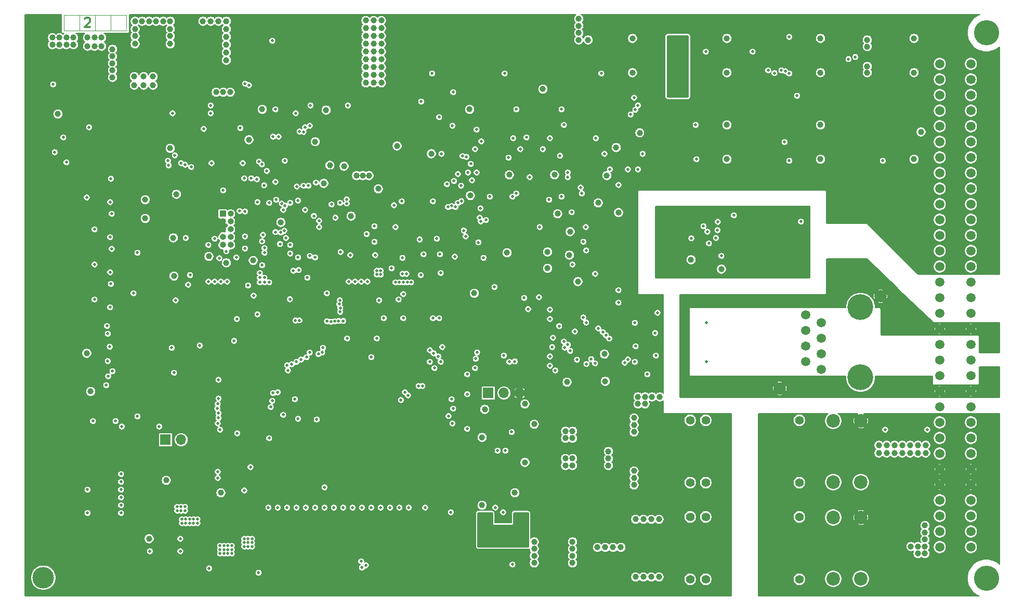
<source format=gbr>
G04 #@! TF.GenerationSoftware,KiCad,Pcbnew,5.1.4*
G04 #@! TF.CreationDate,2019-08-28T20:29:57+02:00*
G04 #@! TF.ProjectId,ETH1CJTAG,45544831-434a-4544-9147-2e6b69636164,rev?*
G04 #@! TF.SameCoordinates,Original*
G04 #@! TF.FileFunction,Copper,L2,Inr*
G04 #@! TF.FilePolarity,Positive*
%FSLAX46Y46*%
G04 Gerber Fmt 4.6, Leading zero omitted, Abs format (unit mm)*
G04 Created by KiCad (PCBNEW 5.1.4) date 2019-08-28 20:29:57*
%MOMM*%
%LPD*%
G04 APERTURE LIST*
%ADD10C,0.120000*%
%ADD11C,0.300000*%
%ADD12C,0.500000*%
%ADD13C,1.501140*%
%ADD14C,4.100000*%
%ADD15C,3.500000*%
%ADD16C,2.000000*%
%ADD17C,1.500000*%
%ADD18C,4.200000*%
%ADD19C,1.400000*%
%ADD20C,2.200000*%
%ADD21O,1.700000X1.700000*%
%ADD22R,1.700000X1.700000*%
%ADD23O,1.000000X1.000000*%
%ADD24R,1.000000X1.000000*%
%ADD25O,2.200000X1.100000*%
%ADD26O,1.800000X1.100000*%
%ADD27C,1.000000*%
%ADD28C,0.127000*%
G04 APERTURE END LIST*
D10*
X82677000Y-45212000D02*
X82677000Y-42672000D01*
X80137000Y-45212000D02*
X80137000Y-42672000D01*
X77597000Y-42672000D02*
X77597000Y-45212000D01*
X75057000Y-45212000D02*
X75057000Y-42672000D01*
X85217000Y-45212000D02*
X75057000Y-45212000D01*
X85217000Y-42672000D02*
X85217000Y-45212000D01*
X75057000Y-42672000D02*
X85217000Y-42672000D01*
D11*
X78438428Y-43263428D02*
X78509857Y-43192000D01*
X78652714Y-43120571D01*
X79009857Y-43120571D01*
X79152714Y-43192000D01*
X79224142Y-43263428D01*
X79295571Y-43406285D01*
X79295571Y-43549142D01*
X79224142Y-43763428D01*
X78367000Y-44620571D01*
X79295571Y-44620571D01*
D12*
X76065000Y-57269000D03*
X76073000Y-56269000D03*
X75065000Y-56269000D03*
X75065000Y-57269000D03*
X75565000Y-56769000D03*
D13*
X222740000Y-50630000D03*
X222740000Y-53170000D03*
X222740000Y-58250000D03*
X222740000Y-55710000D03*
X222740000Y-60790000D03*
X222740000Y-63330000D03*
X222740000Y-65870000D03*
X222740000Y-68410000D03*
X222740000Y-70950000D03*
X222740000Y-73490000D03*
X222740000Y-76030000D03*
X222740000Y-78570000D03*
X222740000Y-81110000D03*
X222740000Y-83650000D03*
X222740000Y-86190000D03*
X222740000Y-88730000D03*
X222740000Y-91270000D03*
X222740000Y-93810000D03*
X222740000Y-96350000D03*
X222740000Y-98890000D03*
X222740000Y-101430000D03*
X222740000Y-103970000D03*
X222740000Y-106510000D03*
X222740000Y-109050000D03*
X222740000Y-111590000D03*
X222740000Y-114130000D03*
X222740000Y-116670000D03*
X222740000Y-119210000D03*
X222740000Y-121750000D03*
X222740000Y-124290000D03*
X222740000Y-126830000D03*
X222740000Y-129370000D03*
X217660000Y-50630000D03*
X217660000Y-53170000D03*
X217660000Y-58250000D03*
X217660000Y-55710000D03*
X217660000Y-60790000D03*
X217660000Y-63330000D03*
X217660000Y-65870000D03*
X217660000Y-68410000D03*
X217660000Y-70950000D03*
X217660000Y-73490000D03*
X217660000Y-76030000D03*
X217660000Y-78570000D03*
X217660000Y-81110000D03*
X217660000Y-83650000D03*
X217660000Y-86190000D03*
X217660000Y-88730000D03*
X217660000Y-91270000D03*
X217660000Y-93810000D03*
X217660000Y-96350000D03*
X217660000Y-98890000D03*
X217660000Y-101430000D03*
X217660000Y-103970000D03*
X217660000Y-106510000D03*
X217660000Y-109050000D03*
X217660000Y-111590000D03*
X217660000Y-114130000D03*
X217660000Y-116670000D03*
X217660000Y-119210000D03*
X217660000Y-121750000D03*
X217660000Y-124290000D03*
X217660000Y-126830000D03*
X217660000Y-129370000D03*
D14*
X225280000Y-134450000D03*
X225280000Y-45550000D03*
D15*
X71648000Y-134366000D03*
D16*
X208021000Y-88512000D03*
X191621000Y-103512000D03*
D17*
X198421000Y-100457000D03*
X195881000Y-99187000D03*
X198421000Y-97917000D03*
X195881000Y-96647000D03*
X198421000Y-95377000D03*
X195881000Y-94107000D03*
X198421000Y-92837000D03*
X195881000Y-91567000D03*
D18*
X204771000Y-90297000D03*
X204771000Y-101727000D03*
D19*
X194818000Y-134620000D03*
X179578000Y-134620000D03*
X177038000Y-134620000D03*
X177038000Y-124460000D03*
X179578000Y-124460000D03*
X194818000Y-124460000D03*
X194818000Y-118872000D03*
X179578000Y-118872000D03*
X177038000Y-118872000D03*
X177038000Y-108712000D03*
X179578000Y-108712000D03*
X194818000Y-108712000D03*
D20*
X200315000Y-134540000D03*
X200315000Y-124540000D03*
X204815000Y-124540000D03*
X204815000Y-134540000D03*
X200315000Y-118792000D03*
X200315000Y-108792000D03*
X204815000Y-108792000D03*
X204815000Y-118792000D03*
D21*
X149225000Y-104267000D03*
X146685000Y-104267000D03*
D22*
X144145000Y-104267000D03*
D21*
X94107000Y-111887000D03*
D22*
X91567000Y-111887000D03*
D23*
X102171500Y-80137000D03*
X100901500Y-80137000D03*
X102171500Y-78867000D03*
X100901500Y-78867000D03*
X102171500Y-77597000D03*
X100901500Y-77597000D03*
X102171500Y-76327000D03*
X100901500Y-76327000D03*
X102171500Y-75057000D03*
D24*
X100901500Y-75057000D03*
D25*
X146558000Y-126678000D03*
D26*
X149358000Y-124528000D03*
X143758000Y-124528000D03*
D12*
X160909000Y-96393000D03*
X159385000Y-96393000D03*
X160909000Y-97028000D03*
X146812000Y-109474000D03*
X146812000Y-108458000D03*
X145796000Y-109474000D03*
X159385000Y-97028000D03*
X160909000Y-95758000D03*
X159385000Y-95758000D03*
D27*
X99186990Y-71882000D03*
X98806000Y-75057000D03*
X87630000Y-78994000D03*
X87630000Y-82296000D03*
D12*
X109728000Y-68072000D03*
D27*
X99949000Y-68834000D03*
D12*
X112268000Y-74803000D03*
X115443000Y-73533000D03*
D27*
X95885000Y-78867000D03*
X94615000Y-94615000D03*
D12*
X94869000Y-101219000D03*
D27*
X91440000Y-101163500D03*
X131826000Y-91694000D03*
D12*
X98044000Y-65532000D03*
X98171000Y-68453000D03*
X165354000Y-68072000D03*
X159004000Y-62738000D03*
D27*
X152019000Y-59309000D03*
X137922000Y-115697000D03*
D12*
X137287000Y-97028000D03*
D27*
X150749000Y-75311000D03*
D12*
X143637000Y-62103000D03*
X151130000Y-60198000D03*
X149352000Y-60071000D03*
X159512000Y-64897000D03*
X153034998Y-63499998D03*
X158750000Y-82169000D03*
X118745000Y-74295000D03*
D27*
X128016000Y-74930000D03*
D12*
X137795000Y-68199000D03*
X136652000Y-73279000D03*
X138684000Y-70485000D03*
D27*
X144526000Y-69723000D03*
D12*
X110034071Y-49944279D03*
D27*
X179070000Y-53975000D03*
X179070000Y-52832000D03*
X179070000Y-55118000D03*
X123698000Y-56261000D03*
D12*
X103064500Y-76416297D03*
X104521000Y-75819000D03*
X159766000Y-78232000D03*
X162687000Y-81026000D03*
D27*
X119380000Y-79375000D03*
D12*
X133985000Y-92836994D03*
D27*
X186817000Y-61341000D03*
X186817000Y-63119000D03*
X188214000Y-61341000D03*
X139192000Y-91440000D03*
X146558000Y-92710000D03*
D12*
X146558000Y-90678000D03*
X154686000Y-93345000D03*
X150368000Y-94615000D03*
X150114000Y-96139000D03*
X149352000Y-96139000D03*
X94742000Y-132969000D03*
X93726000Y-132969000D03*
X92710000Y-132969000D03*
X169799000Y-52578000D03*
X169799000Y-53213000D03*
X170434000Y-53213000D03*
X170434000Y-52578000D03*
X170434000Y-51943000D03*
X169799000Y-51943000D03*
X194691000Y-53975000D03*
X194691000Y-53086000D03*
X194691000Y-52197000D03*
D27*
X86487000Y-97663000D03*
X132715000Y-55753000D03*
D12*
X141732000Y-55626000D03*
X145669000Y-55626000D03*
X136144000Y-61976000D03*
X134874000Y-61976000D03*
X137414000Y-61976000D03*
D27*
X202946000Y-51815992D03*
X204216000Y-51816000D03*
D12*
X108839000Y-60960000D03*
X108839000Y-60325000D03*
X108585000Y-65786000D03*
X109220000Y-65786000D03*
X107950000Y-65786000D03*
X115951000Y-79247992D03*
X115824000Y-78613000D03*
D27*
X155956000Y-78867000D03*
X108331000Y-91440000D03*
D12*
X105763000Y-71529000D03*
D27*
X118491000Y-68270490D03*
D12*
X111125000Y-81407000D03*
X109406500Y-81407000D03*
D27*
X209677000Y-53975000D03*
X124333000Y-95631000D03*
D12*
X127762000Y-91313000D03*
X148082000Y-100838000D03*
X145796000Y-100838000D03*
X156464000Y-100076000D03*
X155829000Y-100076000D03*
D27*
X145607992Y-63679992D03*
D12*
X117094000Y-92583000D03*
X115062000Y-92583000D03*
X103505000Y-95377000D03*
X107442000Y-95377000D03*
X158496000Y-102489000D03*
X145796000Y-108458000D03*
D27*
X116855989Y-83271836D03*
D12*
X126746000Y-91313000D03*
X116614000Y-89563000D03*
X114300000Y-89535000D03*
X110871000Y-85471000D03*
D27*
X93599000Y-79954490D03*
D12*
X103636903Y-81808334D03*
X72390000Y-56261000D03*
X73406000Y-56261000D03*
X72898000Y-56769000D03*
X73406000Y-57277000D03*
X72390000Y-57277000D03*
X111125000Y-70036510D03*
D27*
X93091000Y-69596000D03*
D12*
X97155000Y-96520000D03*
D27*
X92837000Y-78994000D03*
D12*
X134620000Y-99187000D03*
X79747000Y-108839000D03*
X84455000Y-109728000D03*
X92583000Y-96901000D03*
D27*
X158750000Y-86106000D03*
X157353000Y-81788000D03*
X157480000Y-77978000D03*
X156972000Y-102489004D03*
X88900000Y-128016000D03*
D12*
X112649000Y-105283000D03*
X156464000Y-95885000D03*
X94234000Y-124841000D03*
X94869000Y-124841000D03*
X95504000Y-124841000D03*
X96139000Y-124841000D03*
X96139000Y-125476000D03*
X95504000Y-125476000D03*
X94869000Y-125476000D03*
X94234000Y-125476000D03*
X96774000Y-125476000D03*
X96774000Y-124841000D03*
D27*
X79375000Y-104013000D03*
D12*
X117475000Y-119634000D03*
X116205000Y-108585000D03*
D27*
X78740000Y-97790000D03*
D12*
X92964000Y-100965000D03*
X113157000Y-108458000D03*
X155067000Y-100584000D03*
X150641000Y-90586783D03*
X78866994Y-123825000D03*
X78867020Y-120015000D03*
X86360000Y-88011000D03*
X90550970Y-109728000D03*
D27*
X163195056Y-102362000D03*
D12*
X168021000Y-92837000D03*
X168021000Y-99187000D03*
D27*
X163068000Y-97917000D03*
D12*
X162052000Y-93726000D03*
X158242000Y-94234000D03*
X141986000Y-100203000D03*
X135382000Y-100203000D03*
X125095000Y-98425000D03*
X159639000Y-91948030D03*
X160089514Y-92779510D03*
X130175000Y-84836000D03*
X129921000Y-105410000D03*
X140716000Y-110109000D03*
X130946009Y-86223991D03*
X131572000Y-86233000D03*
X130302000Y-86233000D03*
X129667000Y-86233000D03*
X129032000Y-86233000D03*
X130810000Y-84836000D03*
D27*
X122682000Y-68834000D03*
X124714000Y-68834000D03*
D12*
X125984000Y-84328000D03*
D27*
X123698000Y-68834000D03*
D12*
X125984000Y-84963000D03*
X126619000Y-84328000D03*
D27*
X141859000Y-88011000D03*
D12*
X126619000Y-84963000D03*
X98552000Y-80137000D03*
X99568000Y-79121000D03*
X104394004Y-69282468D03*
X140716000Y-104453510D03*
X105029004Y-86741000D03*
X106934000Y-84709000D03*
X106934000Y-85471000D03*
X106934000Y-86233000D03*
X107696000Y-85471000D03*
X107696000Y-86233000D03*
X108458000Y-86233000D03*
X117856000Y-88011000D03*
X111826562Y-88978600D03*
D27*
X98635235Y-81998235D03*
X101473014Y-83058000D03*
D12*
X94869000Y-78994000D03*
D27*
X150114000Y-115570000D03*
X143129000Y-111506000D03*
X151638000Y-109347000D03*
D12*
X104394000Y-128016000D03*
X105029000Y-128016000D03*
X105664000Y-128016000D03*
X105664000Y-128651000D03*
X105029000Y-128651000D03*
X104394000Y-128651000D03*
X104394000Y-129286000D03*
X105029000Y-129286000D03*
X105664000Y-129286000D03*
D27*
X150114000Y-106045000D03*
X143129000Y-122555000D03*
X148463000Y-120523000D03*
D12*
X146939000Y-113665000D03*
X145669000Y-113665000D03*
D27*
X143565500Y-106934000D03*
D12*
X147955000Y-110617000D03*
X105918000Y-88392000D03*
X93472000Y-122809000D03*
X94107000Y-122809000D03*
X94742000Y-122809000D03*
X94742000Y-123444000D03*
X94107000Y-123444000D03*
X93472000Y-123444000D03*
X98552000Y-86106000D03*
X99568000Y-86106000D03*
X100584000Y-86106000D03*
X101600000Y-86106000D03*
X121412000Y-86106000D03*
X122428000Y-86106000D03*
X123444000Y-86106000D03*
X124460000Y-86106000D03*
X130301988Y-88138000D03*
X128397000Y-83947000D03*
D27*
X167894000Y-116967000D03*
X167894000Y-118110000D03*
X167894000Y-119253000D03*
D12*
X211836000Y-110236000D03*
X208326996Y-133430000D03*
D27*
X207772000Y-112776000D03*
X209042000Y-112776000D03*
X210312000Y-112776000D03*
X211582000Y-112776000D03*
X212852000Y-112776000D03*
X214122000Y-112776000D03*
X215392000Y-112776000D03*
X215392000Y-114046000D03*
X214122000Y-114046000D03*
X212852000Y-114046000D03*
X211582000Y-114046000D03*
X210312000Y-114046000D03*
X209042000Y-114046000D03*
X207772000Y-114046000D03*
X167894000Y-110617000D03*
X167894000Y-109474000D03*
X167894000Y-108331000D03*
X172085000Y-104902000D03*
X170815000Y-104902000D03*
X169672000Y-104902000D03*
X168529000Y-104902000D03*
X168529000Y-106045000D03*
X169672000Y-106045000D03*
X163703000Y-116078000D03*
X163703000Y-114935000D03*
X163703000Y-113792000D03*
X198247000Y-46482000D03*
X183007000Y-46482000D03*
X213487000Y-46482000D03*
X183007000Y-60579000D03*
X198247000Y-60579000D03*
X153797000Y-83947000D03*
D12*
X100457000Y-129159000D03*
X101092000Y-129159000D03*
X101727000Y-129159000D03*
X102362000Y-129159000D03*
X102362000Y-129794000D03*
X101727000Y-129794000D03*
X101092000Y-129794000D03*
X100457000Y-129794000D03*
X100457000Y-130429000D03*
X101092000Y-130429000D03*
X101727000Y-130429000D03*
X102362000Y-130429000D03*
D27*
X167640000Y-46482000D03*
X214630000Y-61722000D03*
X156718000Y-116078000D03*
X157861000Y-116078000D03*
X157861000Y-114935000D03*
X156718000Y-114935000D03*
X156718000Y-110490000D03*
X156718000Y-111633000D03*
X157861000Y-111633000D03*
X157861000Y-110490000D03*
D12*
X102743000Y-95758000D03*
X100457000Y-110236000D03*
D27*
X168148000Y-134239000D03*
X169418000Y-134239000D03*
X170688000Y-134239000D03*
X171958000Y-134239000D03*
X168148000Y-124841000D03*
X169418000Y-124841000D03*
X170688000Y-124841000D03*
X171958000Y-124841000D03*
X163195000Y-129413000D03*
X161925000Y-129413000D03*
X164465000Y-129413000D03*
X157861000Y-128524000D03*
X157861000Y-129667000D03*
X157861000Y-130810000D03*
X157861000Y-131953000D03*
X165735000Y-129413000D03*
X151638000Y-128524000D03*
X151638000Y-129667000D03*
X151638000Y-130810000D03*
X151638000Y-131953000D03*
D12*
X79121000Y-60960000D03*
D27*
X73152000Y-46355000D03*
X74295000Y-46355000D03*
X75438000Y-46355000D03*
X76581000Y-46355000D03*
X76581000Y-47498000D03*
X75438000Y-47498000D03*
X74295000Y-47498000D03*
X73152000Y-47498000D03*
X101473000Y-50038000D03*
X101473000Y-48768000D03*
X101473000Y-47498000D03*
X101473000Y-46228000D03*
X101473000Y-44958000D03*
X101473000Y-43688000D03*
X100203000Y-43688000D03*
X98933000Y-43688000D03*
X97663000Y-43688000D03*
D12*
X108966000Y-46863000D03*
X104140000Y-66802000D03*
X110998000Y-66421000D03*
X109590443Y-72770454D03*
X93091000Y-65532000D03*
D27*
X117729000Y-58166000D03*
X118343814Y-67153131D03*
X92329000Y-64389000D03*
D12*
X95758000Y-67437000D03*
D27*
X121793000Y-75438000D03*
X93345000Y-71882000D03*
D12*
X115189000Y-57404000D03*
X108077000Y-68072000D03*
D27*
X120650000Y-67310000D03*
X117348000Y-70104000D03*
X126238000Y-70993000D03*
D12*
X118618000Y-73533000D03*
D27*
X110363000Y-76454000D03*
D12*
X104521000Y-74676000D03*
D27*
X107315000Y-58039000D03*
D12*
X110208000Y-79982000D03*
X115951000Y-82169000D03*
X114681000Y-85471000D03*
D27*
X115951000Y-63317490D03*
D12*
X104521000Y-80712500D03*
D27*
X105852353Y-82655117D03*
X88265000Y-72771000D03*
D12*
X86995000Y-81407000D03*
X73533000Y-65024000D03*
X109474000Y-69850000D03*
X112949970Y-70612000D03*
X107315000Y-83439000D03*
X107696500Y-81406500D03*
X115077510Y-81911858D03*
X114300000Y-74421978D03*
X113157000Y-72898000D03*
X114046000Y-70485018D03*
X114840260Y-70479727D03*
X136398000Y-84709000D03*
D27*
X147574000Y-68707000D03*
X154940000Y-68707000D03*
D12*
X148717000Y-71755000D03*
X166878000Y-67818000D03*
X163957000Y-67818000D03*
X161671000Y-62738000D03*
X156464000Y-60579000D03*
X142529986Y-79720000D03*
X142875000Y-74168000D03*
X150876000Y-69088000D03*
X157099000Y-68326000D03*
X154178000Y-62738000D03*
X150368000Y-62611000D03*
X142240000Y-61341000D03*
D27*
X141097000Y-58039000D03*
D12*
X148717000Y-58039000D03*
X156083000Y-58039000D03*
X149352000Y-64516000D03*
X148209000Y-62738000D03*
X129032000Y-77216000D03*
X128778000Y-73660000D03*
X135128000Y-73025000D03*
X142240000Y-68326000D03*
X141986000Y-64516000D03*
D27*
X164973000Y-64262000D03*
X168817746Y-61865758D03*
X163449000Y-68834000D03*
X162052000Y-73279000D03*
X155448000Y-75057000D03*
X147193000Y-81407000D03*
X134874000Y-65278000D03*
X153035000Y-54737000D03*
X141224000Y-72080500D03*
D12*
X111887001Y-81534000D03*
X133147012Y-85045138D03*
X121666000Y-81788000D03*
X120082490Y-81280000D03*
X100330000Y-82296000D03*
X103124006Y-82169000D03*
X130048000Y-73025000D03*
X137414000Y-70230994D03*
X135763000Y-79121000D03*
X130175000Y-82236500D03*
X132969000Y-79244974D03*
X133604000Y-81661000D03*
D27*
X153797000Y-81280000D03*
D12*
X160020000Y-77216000D03*
X160078859Y-81026000D03*
X161544000Y-84836000D03*
D27*
X165357379Y-74858510D03*
X176022000Y-77089000D03*
X187579000Y-80772000D03*
D12*
X176657000Y-80010000D03*
D27*
X180594000Y-76962000D03*
X177165000Y-82550000D03*
X182118000Y-84074000D03*
D12*
X184150000Y-75311000D03*
X195072000Y-76327000D03*
X93218000Y-89154000D03*
D27*
X92949055Y-85197303D03*
X88265000Y-75819000D03*
D12*
X82677000Y-69342000D03*
X82804000Y-75057000D03*
X82804000Y-80772000D03*
X82677000Y-86487000D03*
X100076000Y-109220000D03*
D27*
X100584000Y-120523000D03*
D12*
X121158000Y-95377000D03*
X165354000Y-89535000D03*
X165354000Y-87503000D03*
X208788000Y-110236000D03*
D27*
X215265000Y-129286000D03*
X214122000Y-129286000D03*
X212979000Y-129286000D03*
X214122000Y-130429000D03*
X215265000Y-130429000D03*
X215265000Y-128143000D03*
X215265000Y-127000000D03*
X215265000Y-125857000D03*
D12*
X215646000Y-110236000D03*
D27*
X183007000Y-52070000D03*
X167640000Y-52070000D03*
D12*
X156083000Y-72263000D03*
X140462000Y-78740000D03*
X154051000Y-72771000D03*
X168529000Y-67818000D03*
X159385000Y-71755000D03*
X140150512Y-77781488D03*
X153035000Y-64516000D03*
D27*
X183007000Y-66167000D03*
D12*
X192405000Y-63373000D03*
D27*
X198247000Y-66167000D03*
X213487000Y-66167000D03*
X198247000Y-52070000D03*
X213487000Y-52070000D03*
D12*
X179197000Y-77089000D03*
X177215382Y-79044382D03*
X180086000Y-79883000D03*
X89027000Y-130048000D03*
X93980000Y-130048000D03*
X93980000Y-128016000D03*
D27*
X91694000Y-118491000D03*
D12*
X86995000Y-108077000D03*
X108457990Y-111633000D03*
X83439018Y-108839000D03*
X110744000Y-107822996D03*
X82232500Y-101536500D03*
X82931000Y-100711000D03*
X82169000Y-99060000D03*
X82470000Y-96727000D03*
X82169000Y-94615000D03*
X82042000Y-93344996D03*
X81915000Y-102997000D03*
X146558000Y-123698000D03*
X145289692Y-122934308D03*
X110363000Y-78105000D03*
X110923816Y-77824592D03*
X111192490Y-78994000D03*
X111887000Y-80137000D03*
X193167000Y-66421000D03*
X167328512Y-58870512D03*
X208407000Y-66421000D03*
X168090512Y-58106490D03*
X168529000Y-57404000D03*
X194437000Y-55820490D03*
X147447000Y-65913004D03*
X193167000Y-52197000D03*
X163068000Y-65278000D03*
X193167000Y-46228000D03*
D27*
X205867000Y-46736000D03*
X205867000Y-47815500D03*
X205867000Y-52070000D03*
X205867000Y-51054000D03*
X160401000Y-46736000D03*
X158877000Y-46736000D03*
X158877000Y-45593000D03*
X158877000Y-44450000D03*
X158877000Y-43307000D03*
D12*
X189738000Y-51689000D03*
X191897000Y-51689000D03*
D27*
X174244000Y-54102000D03*
X174244000Y-52959000D03*
X174244000Y-55245000D03*
X174244008Y-46863000D03*
X174244006Y-48006000D03*
X175514000Y-48006000D03*
X175514000Y-46863000D03*
D12*
X130556000Y-104140000D03*
X131064000Y-104648000D03*
X162560000Y-52197000D03*
X135001000Y-52197000D03*
X190754000Y-52129500D03*
X192532000Y-51816000D03*
X202819000Y-49851488D03*
X203926224Y-49506248D03*
X178054000Y-66167000D03*
X140589000Y-65786000D03*
X136144000Y-59309000D03*
X171704000Y-91186000D03*
X171323000Y-94488000D03*
X163309420Y-94856420D03*
X166890580Y-98793420D03*
X171450000Y-98171000D03*
X163842580Y-95389580D03*
X166357420Y-99326580D03*
X168148000Y-96647000D03*
X170053000Y-101219000D03*
X179705000Y-99187000D03*
X179705000Y-92837000D03*
X135128000Y-92075000D03*
X132782500Y-103124000D03*
X136144000Y-92075000D03*
X133409500Y-103124000D03*
X137668000Y-108017500D03*
X138303000Y-109220000D03*
X113383386Y-92440410D03*
X117094000Y-97663000D03*
X112739104Y-92443702D03*
X116466987Y-97917000D03*
X107635500Y-70418500D03*
X152527008Y-77216000D03*
X138303000Y-60706000D03*
X136525000Y-65278000D03*
X156575940Y-96852643D03*
X160909000Y-98750501D03*
X154686000Y-95250000D03*
X161544000Y-99441000D03*
X154178000Y-98298000D03*
X160123289Y-99529657D03*
X142327232Y-97653749D03*
X134620000Y-97282000D03*
X154178000Y-90678000D03*
X155691137Y-93355863D03*
X154178000Y-92202000D03*
X157099000Y-96393000D03*
X154559000Y-96774000D03*
X154178000Y-99822000D03*
X135255000Y-97790000D03*
X146685000Y-98171000D03*
X162814000Y-94361000D03*
X136017000Y-98298002D03*
X142113000Y-98679006D03*
X106553000Y-91440000D03*
X117221004Y-96901000D03*
X138176000Y-105283000D03*
X129540000Y-89027000D03*
X148082000Y-132207000D03*
X152400000Y-88646000D03*
X104394024Y-120142000D03*
X121285000Y-57404000D03*
X97790000Y-61214000D03*
X98933006Y-57404000D03*
X99060000Y-66802000D03*
X105156001Y-54101999D03*
X104527637Y-53852466D03*
X98933000Y-58674000D03*
X103759000Y-61087000D03*
X106807000Y-66548000D03*
X109093000Y-62484000D03*
X106459198Y-69430771D03*
X113257291Y-84226072D03*
X113157000Y-82169000D03*
X119239542Y-75687991D03*
X112394962Y-84327996D03*
X127127000Y-92075000D03*
X130302000Y-92075000D03*
X121090508Y-73388373D03*
X120015000Y-73279000D03*
X116078000Y-69977000D03*
X100965000Y-71247000D03*
X105537000Y-69282468D03*
X121090510Y-72703510D03*
X106553000Y-73152000D03*
X108458000Y-73279000D03*
X116586000Y-76200000D03*
X115736757Y-75410267D03*
X104521000Y-78739986D03*
X116586000Y-77216000D03*
X107295557Y-79560632D03*
X95250000Y-86614000D03*
X95561872Y-85044152D03*
X107696500Y-80645000D03*
X141478000Y-69596000D03*
X144399000Y-72263000D03*
X141283510Y-66929000D03*
X142748000Y-75692000D03*
X157099000Y-69088000D03*
X155829000Y-65599500D03*
X100203000Y-108331000D03*
X145160996Y-86995000D03*
X120523000Y-92515510D03*
X126365000Y-89154000D03*
X125730000Y-81788000D03*
X125603000Y-79629000D03*
X124333000Y-78359000D03*
X138430000Y-55245000D03*
X107255490Y-66996490D03*
X103631996Y-74610906D03*
X109982000Y-62484012D03*
X133223000Y-56769000D03*
X101479012Y-81159012D03*
X103183510Y-92202000D03*
X187198000Y-48641000D03*
X179578000Y-48641000D03*
X167894000Y-56134000D03*
X139954000Y-65659000D03*
X140843000Y-68326000D03*
X100209012Y-105162012D03*
X117879933Y-92570607D03*
X119888000Y-89789000D03*
X182117996Y-81915000D03*
X181521889Y-76365889D03*
X181483000Y-77724000D03*
X149987000Y-88773000D03*
X100203000Y-102108000D03*
X136652000Y-96774012D03*
X111506000Y-100583996D03*
X78740000Y-72390000D03*
X80009998Y-83312000D03*
X82550000Y-73152000D03*
X82550000Y-84582000D03*
X80010008Y-77597000D03*
X80010000Y-89027000D03*
X82550000Y-78867000D03*
X82550000Y-90297000D03*
X140715994Y-101219000D03*
X138430000Y-106807000D03*
X125984000Y-95377000D03*
X123571000Y-132715000D03*
X124206000Y-132334000D03*
X123444000Y-131699000D03*
X147574000Y-99187000D03*
X136398000Y-99187000D03*
X157460002Y-97389000D03*
X113665000Y-98805990D03*
X112903000Y-99187000D03*
X114554008Y-98425000D03*
X115062000Y-97663000D03*
X111379000Y-99754521D03*
X112141000Y-99568000D03*
X98679000Y-132842000D03*
X129667000Y-122936000D03*
X122047000Y-122936000D03*
X117475000Y-122936000D03*
X115951000Y-122936000D03*
X84328000Y-123825000D03*
X114427000Y-122936000D03*
X84328000Y-122555000D03*
X112903000Y-122936000D03*
X84328000Y-121285000D03*
X111379000Y-122936000D03*
X84328000Y-120015000D03*
X109855000Y-122936000D03*
X84328000Y-118745000D03*
X108331000Y-122936000D03*
X84328000Y-117475000D03*
X100076000Y-118110000D03*
X100076000Y-117094000D03*
X131191000Y-122936000D03*
X128143000Y-122936000D03*
X126619000Y-122936000D03*
X125095000Y-122936000D03*
X123571000Y-122936000D03*
X120523000Y-122936000D03*
X118999000Y-122936000D03*
X148463000Y-99119500D03*
X158584871Y-98844129D03*
X109474000Y-58039000D03*
X112776000Y-58674000D03*
X109474000Y-78037510D03*
X107442000Y-78486000D03*
X113411000Y-61654500D03*
X111042924Y-73707729D03*
X114046000Y-61722000D03*
X110744004Y-74422000D03*
X115062000Y-60706000D03*
X111887000Y-73279000D03*
X114300000Y-60959984D03*
X110499056Y-73395717D03*
X94742000Y-67056000D03*
X92080942Y-67179547D03*
X91959939Y-66402566D03*
X94100988Y-66808012D03*
X139192000Y-68580000D03*
X137571207Y-73952437D03*
X143002000Y-63246000D03*
X139192000Y-73279000D03*
X138176000Y-73787000D03*
X138557000Y-69723000D03*
X142900070Y-76300281D03*
X165354000Y-70358000D03*
X143764000Y-76073000D03*
X159190510Y-70798510D03*
X138780793Y-73952437D03*
X139710313Y-70474687D03*
X181229000Y-78994000D03*
X179832000Y-77978000D03*
X100203000Y-107569000D03*
X157734000Y-74803000D03*
X119947510Y-89154000D03*
X119761000Y-92515510D03*
X159638359Y-79609974D03*
X100012489Y-106792397D03*
X119126008Y-92583000D03*
X120014875Y-91026380D03*
X100076000Y-106045000D03*
X157861000Y-83312000D03*
X118502268Y-92647048D03*
X120030660Y-90399567D03*
X105410000Y-116332000D03*
X106726000Y-133558000D03*
X103251000Y-110827000D03*
X108712000Y-106553000D03*
X108966000Y-105537000D03*
X109093000Y-104267000D03*
X109855000Y-104140000D03*
X138684000Y-82042000D03*
X143383000Y-82236490D03*
D27*
X129286010Y-64008010D03*
D12*
X148082000Y-72263000D03*
X139752807Y-72998597D03*
X136271000Y-81661000D03*
X125603000Y-77089000D03*
X146811992Y-52197000D03*
X169291000Y-65278000D03*
X177927000Y-60579000D03*
X133858000Y-122936000D03*
D27*
X124206000Y-48641000D03*
X124206000Y-47371000D03*
X124206000Y-46101000D03*
X124206000Y-44831000D03*
X125476000Y-44831000D03*
X125476000Y-46101000D03*
X125476000Y-47371000D03*
X125476000Y-48641000D03*
X125476000Y-49911000D03*
X125476000Y-51181000D03*
X125476000Y-52451000D03*
X124206000Y-52451000D03*
X124206000Y-51181000D03*
X124206000Y-49911000D03*
X99822000Y-55245000D03*
X100965000Y-55245000D03*
X102108000Y-55245000D03*
X124206000Y-43561000D03*
X125476000Y-43561000D03*
X124206000Y-53721000D03*
X125476000Y-53721000D03*
X126746000Y-53721000D03*
X126746000Y-52451000D03*
X126746000Y-51181000D03*
X126746000Y-49911000D03*
X126746000Y-48641000D03*
X126746000Y-47371000D03*
X126746000Y-46101000D03*
X126746000Y-44831000D03*
X126746000Y-43561000D03*
X81153000Y-46355000D03*
X80010000Y-46355000D03*
X78867000Y-46355000D03*
X78867000Y-47752000D03*
X80010000Y-47752000D03*
X81153000Y-47752000D03*
X105156000Y-62992000D03*
D12*
X92710000Y-58673992D03*
D27*
X82931000Y-50546000D03*
X82931000Y-49403000D03*
X82931000Y-48260000D03*
X82931000Y-51689000D03*
X82931000Y-52832000D03*
X86614000Y-44958000D03*
X86614000Y-46101000D03*
X86614000Y-47371000D03*
X91186000Y-43688000D03*
X88900000Y-43688000D03*
X86614000Y-43688000D03*
X92329000Y-47371000D03*
X90043000Y-43688000D03*
X92329000Y-43688000D03*
X92329000Y-44958110D03*
X92329000Y-46100992D03*
X87757000Y-43688000D03*
X88011000Y-52704990D03*
X89535000Y-52705000D03*
X89535000Y-54102000D03*
X88011000Y-54102000D03*
X86487000Y-54102000D03*
X86487000Y-52705000D03*
X74041000Y-58801000D03*
D12*
X75438000Y-66675000D03*
X74930000Y-62611000D03*
X138049000Y-123698000D03*
X73279000Y-53975000D03*
D28*
G36*
X199411396Y-107690956D02*
G01*
X199213956Y-107888396D01*
X199058828Y-108120562D01*
X198951973Y-108378530D01*
X198897500Y-108652388D01*
X198897500Y-108931612D01*
X198951973Y-109205470D01*
X199058828Y-109463438D01*
X199213956Y-109695604D01*
X199411396Y-109893044D01*
X199643562Y-110048172D01*
X199901530Y-110155027D01*
X200175388Y-110209500D01*
X200454612Y-110209500D01*
X200602387Y-110180106D01*
X208220500Y-110180106D01*
X208220500Y-110291894D01*
X208242309Y-110401534D01*
X208285088Y-110504812D01*
X208347194Y-110597760D01*
X208426240Y-110676806D01*
X208519188Y-110738912D01*
X208622466Y-110781691D01*
X208732106Y-110803500D01*
X208843894Y-110803500D01*
X208953534Y-110781691D01*
X209056812Y-110738912D01*
X209149760Y-110676806D01*
X209228806Y-110597760D01*
X209290912Y-110504812D01*
X209333691Y-110401534D01*
X209355500Y-110291894D01*
X209355500Y-110180106D01*
X215078500Y-110180106D01*
X215078500Y-110291894D01*
X215100309Y-110401534D01*
X215143088Y-110504812D01*
X215205194Y-110597760D01*
X215284240Y-110676806D01*
X215377188Y-110738912D01*
X215480466Y-110781691D01*
X215590106Y-110803500D01*
X215701894Y-110803500D01*
X215811534Y-110781691D01*
X215914812Y-110738912D01*
X216007760Y-110676806D01*
X216086806Y-110597760D01*
X216148912Y-110504812D01*
X216191691Y-110401534D01*
X216213500Y-110291894D01*
X216213500Y-110180106D01*
X216191691Y-110070466D01*
X216148912Y-109967188D01*
X216086806Y-109874240D01*
X216007760Y-109795194D01*
X215914812Y-109733088D01*
X215811534Y-109690309D01*
X215701894Y-109668500D01*
X215590106Y-109668500D01*
X215480466Y-109690309D01*
X215377188Y-109733088D01*
X215284240Y-109795194D01*
X215205194Y-109874240D01*
X215143088Y-109967188D01*
X215100309Y-110070466D01*
X215078500Y-110180106D01*
X209355500Y-110180106D01*
X209333691Y-110070466D01*
X209290912Y-109967188D01*
X209228806Y-109874240D01*
X209149760Y-109795194D01*
X209056812Y-109733088D01*
X208953534Y-109690309D01*
X208843894Y-109668500D01*
X208732106Y-109668500D01*
X208622466Y-109690309D01*
X208519188Y-109733088D01*
X208426240Y-109795194D01*
X208347194Y-109874240D01*
X208285088Y-109967188D01*
X208242309Y-110070466D01*
X208220500Y-110180106D01*
X200602387Y-110180106D01*
X200728470Y-110155027D01*
X200986438Y-110048172D01*
X201204335Y-109902578D01*
X204243237Y-109902578D01*
X204394670Y-110018731D01*
X204642069Y-110077162D01*
X204896115Y-110086205D01*
X205147043Y-110045512D01*
X205235330Y-110018731D01*
X205386763Y-109902578D01*
X204815000Y-109330815D01*
X204243237Y-109902578D01*
X201204335Y-109902578D01*
X201218604Y-109893044D01*
X201416044Y-109695604D01*
X201571172Y-109463438D01*
X201678027Y-109205470D01*
X201732500Y-108931612D01*
X201732500Y-108873115D01*
X203520795Y-108873115D01*
X203561488Y-109124043D01*
X203588269Y-109212330D01*
X203704422Y-109363763D01*
X204276185Y-108792000D01*
X205353815Y-108792000D01*
X205925578Y-109363763D01*
X206041731Y-109212330D01*
X206100162Y-108964931D01*
X206100878Y-108944804D01*
X216591930Y-108944804D01*
X216591930Y-109155196D01*
X216632975Y-109361545D01*
X216713489Y-109555921D01*
X216830376Y-109730855D01*
X216979145Y-109879624D01*
X217154079Y-109996511D01*
X217348455Y-110077025D01*
X217554804Y-110118070D01*
X217765196Y-110118070D01*
X217971545Y-110077025D01*
X218165921Y-109996511D01*
X218340855Y-109879624D01*
X218489624Y-109730855D01*
X218606511Y-109555921D01*
X218687025Y-109361545D01*
X218728070Y-109155196D01*
X218728070Y-108944804D01*
X221671930Y-108944804D01*
X221671930Y-109155196D01*
X221712975Y-109361545D01*
X221793489Y-109555921D01*
X221910376Y-109730855D01*
X222059145Y-109879624D01*
X222234079Y-109996511D01*
X222428455Y-110077025D01*
X222634804Y-110118070D01*
X222845196Y-110118070D01*
X223051545Y-110077025D01*
X223245921Y-109996511D01*
X223420855Y-109879624D01*
X223569624Y-109730855D01*
X223686511Y-109555921D01*
X223767025Y-109361545D01*
X223808070Y-109155196D01*
X223808070Y-108944804D01*
X223767025Y-108738455D01*
X223686511Y-108544079D01*
X223569624Y-108369145D01*
X223420855Y-108220376D01*
X223245921Y-108103489D01*
X223051545Y-108022975D01*
X222845196Y-107981930D01*
X222634804Y-107981930D01*
X222428455Y-108022975D01*
X222234079Y-108103489D01*
X222059145Y-108220376D01*
X221910376Y-108369145D01*
X221793489Y-108544079D01*
X221712975Y-108738455D01*
X221671930Y-108944804D01*
X218728070Y-108944804D01*
X218687025Y-108738455D01*
X218606511Y-108544079D01*
X218489624Y-108369145D01*
X218340855Y-108220376D01*
X218165921Y-108103489D01*
X217971545Y-108022975D01*
X217765196Y-107981930D01*
X217554804Y-107981930D01*
X217348455Y-108022975D01*
X217154079Y-108103489D01*
X216979145Y-108220376D01*
X216830376Y-108369145D01*
X216713489Y-108544079D01*
X216632975Y-108738455D01*
X216591930Y-108944804D01*
X206100878Y-108944804D01*
X206109205Y-108710885D01*
X206068512Y-108459957D01*
X206041731Y-108371670D01*
X205925578Y-108220237D01*
X205353815Y-108792000D01*
X204276185Y-108792000D01*
X203704422Y-108220237D01*
X203588269Y-108371670D01*
X203529838Y-108619069D01*
X203520795Y-108873115D01*
X201732500Y-108873115D01*
X201732500Y-108652388D01*
X201678027Y-108378530D01*
X201571172Y-108120562D01*
X201416044Y-107888396D01*
X201218604Y-107690956D01*
X201131118Y-107632500D01*
X204307018Y-107632500D01*
X204243237Y-107681422D01*
X204815000Y-108253185D01*
X205386763Y-107681422D01*
X205322982Y-107632500D01*
X227303698Y-107632500D01*
X227393500Y-107722302D01*
X227393500Y-132160346D01*
X227264741Y-132031587D01*
X226754795Y-131690852D01*
X226188174Y-131456150D01*
X225586653Y-131336500D01*
X224973347Y-131336500D01*
X224371826Y-131456150D01*
X223805205Y-131690852D01*
X223295259Y-132031587D01*
X222861587Y-132465259D01*
X222520852Y-132975205D01*
X222286150Y-133541826D01*
X222166500Y-134143347D01*
X222166500Y-134756653D01*
X222286150Y-135358174D01*
X222520852Y-135924795D01*
X222861587Y-136434741D01*
X223295259Y-136868413D01*
X223805205Y-137209148D01*
X224146459Y-137350500D01*
X188240302Y-137350500D01*
X188150500Y-137260698D01*
X188150500Y-134519785D01*
X193800500Y-134519785D01*
X193800500Y-134720215D01*
X193839602Y-134916794D01*
X193916303Y-135101967D01*
X194027656Y-135268618D01*
X194169382Y-135410344D01*
X194336033Y-135521697D01*
X194521206Y-135598398D01*
X194717785Y-135637500D01*
X194918215Y-135637500D01*
X195114794Y-135598398D01*
X195299967Y-135521697D01*
X195466618Y-135410344D01*
X195608344Y-135268618D01*
X195719697Y-135101967D01*
X195796398Y-134916794D01*
X195835500Y-134720215D01*
X195835500Y-134519785D01*
X195811751Y-134400388D01*
X198897500Y-134400388D01*
X198897500Y-134679612D01*
X198951973Y-134953470D01*
X199058828Y-135211438D01*
X199213956Y-135443604D01*
X199411396Y-135641044D01*
X199643562Y-135796172D01*
X199901530Y-135903027D01*
X200175388Y-135957500D01*
X200454612Y-135957500D01*
X200728470Y-135903027D01*
X200986438Y-135796172D01*
X201218604Y-135641044D01*
X201416044Y-135443604D01*
X201571172Y-135211438D01*
X201678027Y-134953470D01*
X201732500Y-134679612D01*
X201732500Y-134400388D01*
X203397500Y-134400388D01*
X203397500Y-134679612D01*
X203451973Y-134953470D01*
X203558828Y-135211438D01*
X203713956Y-135443604D01*
X203911396Y-135641044D01*
X204143562Y-135796172D01*
X204401530Y-135903027D01*
X204675388Y-135957500D01*
X204954612Y-135957500D01*
X205228470Y-135903027D01*
X205486438Y-135796172D01*
X205718604Y-135641044D01*
X205916044Y-135443604D01*
X206071172Y-135211438D01*
X206178027Y-134953470D01*
X206232500Y-134679612D01*
X206232500Y-134400388D01*
X206178027Y-134126530D01*
X206071172Y-133868562D01*
X205916044Y-133636396D01*
X205718604Y-133438956D01*
X205486438Y-133283828D01*
X205228470Y-133176973D01*
X204954612Y-133122500D01*
X204675388Y-133122500D01*
X204401530Y-133176973D01*
X204143562Y-133283828D01*
X203911396Y-133438956D01*
X203713956Y-133636396D01*
X203558828Y-133868562D01*
X203451973Y-134126530D01*
X203397500Y-134400388D01*
X201732500Y-134400388D01*
X201678027Y-134126530D01*
X201571172Y-133868562D01*
X201416044Y-133636396D01*
X201218604Y-133438956D01*
X200986438Y-133283828D01*
X200728470Y-133176973D01*
X200454612Y-133122500D01*
X200175388Y-133122500D01*
X199901530Y-133176973D01*
X199643562Y-133283828D01*
X199411396Y-133438956D01*
X199213956Y-133636396D01*
X199058828Y-133868562D01*
X198951973Y-134126530D01*
X198897500Y-134400388D01*
X195811751Y-134400388D01*
X195796398Y-134323206D01*
X195719697Y-134138033D01*
X195608344Y-133971382D01*
X195466618Y-133829656D01*
X195299967Y-133718303D01*
X195114794Y-133641602D01*
X194918215Y-133602500D01*
X194717785Y-133602500D01*
X194521206Y-133641602D01*
X194336033Y-133718303D01*
X194169382Y-133829656D01*
X194027656Y-133971382D01*
X193916303Y-134138033D01*
X193839602Y-134323206D01*
X193800500Y-134519785D01*
X188150500Y-134519785D01*
X188150500Y-129205483D01*
X212161500Y-129205483D01*
X212161500Y-129366517D01*
X212192916Y-129524456D01*
X212254540Y-129673232D01*
X212344006Y-129807126D01*
X212457874Y-129920994D01*
X212591768Y-130010460D01*
X212740544Y-130072084D01*
X212898483Y-130103500D01*
X213059517Y-130103500D01*
X213217456Y-130072084D01*
X213366232Y-130010460D01*
X213460586Y-129947414D01*
X213397540Y-130041768D01*
X213335916Y-130190544D01*
X213304500Y-130348483D01*
X213304500Y-130509517D01*
X213335916Y-130667456D01*
X213397540Y-130816232D01*
X213487006Y-130950126D01*
X213600874Y-131063994D01*
X213734768Y-131153460D01*
X213883544Y-131215084D01*
X214041483Y-131246500D01*
X214202517Y-131246500D01*
X214360456Y-131215084D01*
X214509232Y-131153460D01*
X214643126Y-131063994D01*
X214693500Y-131013620D01*
X214743874Y-131063994D01*
X214877768Y-131153460D01*
X215026544Y-131215084D01*
X215184483Y-131246500D01*
X215345517Y-131246500D01*
X215503456Y-131215084D01*
X215652232Y-131153460D01*
X215786126Y-131063994D01*
X215899994Y-130950126D01*
X215989460Y-130816232D01*
X216051084Y-130667456D01*
X216082500Y-130509517D01*
X216082500Y-130348483D01*
X216051084Y-130190544D01*
X215989460Y-130041768D01*
X215899994Y-129907874D01*
X215849620Y-129857500D01*
X215899994Y-129807126D01*
X215989460Y-129673232D01*
X216051084Y-129524456D01*
X216082500Y-129366517D01*
X216082500Y-129264804D01*
X216591930Y-129264804D01*
X216591930Y-129475196D01*
X216632975Y-129681545D01*
X216713489Y-129875921D01*
X216830376Y-130050855D01*
X216979145Y-130199624D01*
X217154079Y-130316511D01*
X217348455Y-130397025D01*
X217554804Y-130438070D01*
X217765196Y-130438070D01*
X217971545Y-130397025D01*
X218165921Y-130316511D01*
X218340855Y-130199624D01*
X218489624Y-130050855D01*
X218606511Y-129875921D01*
X218687025Y-129681545D01*
X218728070Y-129475196D01*
X218728070Y-129264804D01*
X221671930Y-129264804D01*
X221671930Y-129475196D01*
X221712975Y-129681545D01*
X221793489Y-129875921D01*
X221910376Y-130050855D01*
X222059145Y-130199624D01*
X222234079Y-130316511D01*
X222428455Y-130397025D01*
X222634804Y-130438070D01*
X222845196Y-130438070D01*
X223051545Y-130397025D01*
X223245921Y-130316511D01*
X223420855Y-130199624D01*
X223569624Y-130050855D01*
X223686511Y-129875921D01*
X223767025Y-129681545D01*
X223808070Y-129475196D01*
X223808070Y-129264804D01*
X223767025Y-129058455D01*
X223686511Y-128864079D01*
X223569624Y-128689145D01*
X223420855Y-128540376D01*
X223245921Y-128423489D01*
X223051545Y-128342975D01*
X222845196Y-128301930D01*
X222634804Y-128301930D01*
X222428455Y-128342975D01*
X222234079Y-128423489D01*
X222059145Y-128540376D01*
X221910376Y-128689145D01*
X221793489Y-128864079D01*
X221712975Y-129058455D01*
X221671930Y-129264804D01*
X218728070Y-129264804D01*
X218687025Y-129058455D01*
X218606511Y-128864079D01*
X218489624Y-128689145D01*
X218340855Y-128540376D01*
X218165921Y-128423489D01*
X217971545Y-128342975D01*
X217765196Y-128301930D01*
X217554804Y-128301930D01*
X217348455Y-128342975D01*
X217154079Y-128423489D01*
X216979145Y-128540376D01*
X216830376Y-128689145D01*
X216713489Y-128864079D01*
X216632975Y-129058455D01*
X216591930Y-129264804D01*
X216082500Y-129264804D01*
X216082500Y-129205483D01*
X216051084Y-129047544D01*
X215989460Y-128898768D01*
X215899994Y-128764874D01*
X215849620Y-128714500D01*
X215899994Y-128664126D01*
X215989460Y-128530232D01*
X216051084Y-128381456D01*
X216082500Y-128223517D01*
X216082500Y-128062483D01*
X216051084Y-127904544D01*
X215989460Y-127755768D01*
X215899994Y-127621874D01*
X215849620Y-127571500D01*
X215899994Y-127521126D01*
X215989460Y-127387232D01*
X216051084Y-127238456D01*
X216082500Y-127080517D01*
X216082500Y-126919483D01*
X216051084Y-126761544D01*
X216035867Y-126724804D01*
X216591930Y-126724804D01*
X216591930Y-126935196D01*
X216632975Y-127141545D01*
X216713489Y-127335921D01*
X216830376Y-127510855D01*
X216979145Y-127659624D01*
X217154079Y-127776511D01*
X217348455Y-127857025D01*
X217554804Y-127898070D01*
X217765196Y-127898070D01*
X217971545Y-127857025D01*
X218165921Y-127776511D01*
X218340855Y-127659624D01*
X218489624Y-127510855D01*
X218606511Y-127335921D01*
X218687025Y-127141545D01*
X218728070Y-126935196D01*
X218728070Y-126724804D01*
X221671930Y-126724804D01*
X221671930Y-126935196D01*
X221712975Y-127141545D01*
X221793489Y-127335921D01*
X221910376Y-127510855D01*
X222059145Y-127659624D01*
X222234079Y-127776511D01*
X222428455Y-127857025D01*
X222634804Y-127898070D01*
X222845196Y-127898070D01*
X223051545Y-127857025D01*
X223245921Y-127776511D01*
X223420855Y-127659624D01*
X223569624Y-127510855D01*
X223686511Y-127335921D01*
X223767025Y-127141545D01*
X223808070Y-126935196D01*
X223808070Y-126724804D01*
X223767025Y-126518455D01*
X223686511Y-126324079D01*
X223569624Y-126149145D01*
X223420855Y-126000376D01*
X223245921Y-125883489D01*
X223051545Y-125802975D01*
X222845196Y-125761930D01*
X222634804Y-125761930D01*
X222428455Y-125802975D01*
X222234079Y-125883489D01*
X222059145Y-126000376D01*
X221910376Y-126149145D01*
X221793489Y-126324079D01*
X221712975Y-126518455D01*
X221671930Y-126724804D01*
X218728070Y-126724804D01*
X218687025Y-126518455D01*
X218606511Y-126324079D01*
X218489624Y-126149145D01*
X218340855Y-126000376D01*
X218165921Y-125883489D01*
X217971545Y-125802975D01*
X217765196Y-125761930D01*
X217554804Y-125761930D01*
X217348455Y-125802975D01*
X217154079Y-125883489D01*
X216979145Y-126000376D01*
X216830376Y-126149145D01*
X216713489Y-126324079D01*
X216632975Y-126518455D01*
X216591930Y-126724804D01*
X216035867Y-126724804D01*
X215989460Y-126612768D01*
X215899994Y-126478874D01*
X215849620Y-126428500D01*
X215899994Y-126378126D01*
X215989460Y-126244232D01*
X216051084Y-126095456D01*
X216082500Y-125937517D01*
X216082500Y-125776483D01*
X216051084Y-125618544D01*
X215989460Y-125469768D01*
X215899994Y-125335874D01*
X215786126Y-125222006D01*
X215652232Y-125132540D01*
X215503456Y-125070916D01*
X215345517Y-125039500D01*
X215184483Y-125039500D01*
X215026544Y-125070916D01*
X214877768Y-125132540D01*
X214743874Y-125222006D01*
X214630006Y-125335874D01*
X214540540Y-125469768D01*
X214478916Y-125618544D01*
X214447500Y-125776483D01*
X214447500Y-125937517D01*
X214478916Y-126095456D01*
X214540540Y-126244232D01*
X214630006Y-126378126D01*
X214680380Y-126428500D01*
X214630006Y-126478874D01*
X214540540Y-126612768D01*
X214478916Y-126761544D01*
X214447500Y-126919483D01*
X214447500Y-127080517D01*
X214478916Y-127238456D01*
X214540540Y-127387232D01*
X214630006Y-127521126D01*
X214680380Y-127571500D01*
X214630006Y-127621874D01*
X214540540Y-127755768D01*
X214478916Y-127904544D01*
X214447500Y-128062483D01*
X214447500Y-128223517D01*
X214478916Y-128381456D01*
X214540540Y-128530232D01*
X214603586Y-128624586D01*
X214509232Y-128561540D01*
X214360456Y-128499916D01*
X214202517Y-128468500D01*
X214041483Y-128468500D01*
X213883544Y-128499916D01*
X213734768Y-128561540D01*
X213600874Y-128651006D01*
X213550500Y-128701380D01*
X213500126Y-128651006D01*
X213366232Y-128561540D01*
X213217456Y-128499916D01*
X213059517Y-128468500D01*
X212898483Y-128468500D01*
X212740544Y-128499916D01*
X212591768Y-128561540D01*
X212457874Y-128651006D01*
X212344006Y-128764874D01*
X212254540Y-128898768D01*
X212192916Y-129047544D01*
X212161500Y-129205483D01*
X188150500Y-129205483D01*
X188150500Y-124359785D01*
X193800500Y-124359785D01*
X193800500Y-124560215D01*
X193839602Y-124756794D01*
X193916303Y-124941967D01*
X194027656Y-125108618D01*
X194169382Y-125250344D01*
X194336033Y-125361697D01*
X194521206Y-125438398D01*
X194717785Y-125477500D01*
X194918215Y-125477500D01*
X195114794Y-125438398D01*
X195299967Y-125361697D01*
X195466618Y-125250344D01*
X195608344Y-125108618D01*
X195719697Y-124941967D01*
X195796398Y-124756794D01*
X195835500Y-124560215D01*
X195835500Y-124400388D01*
X198897500Y-124400388D01*
X198897500Y-124679612D01*
X198951973Y-124953470D01*
X199058828Y-125211438D01*
X199213956Y-125443604D01*
X199411396Y-125641044D01*
X199643562Y-125796172D01*
X199901530Y-125903027D01*
X200175388Y-125957500D01*
X200454612Y-125957500D01*
X200728470Y-125903027D01*
X200986438Y-125796172D01*
X201204335Y-125650578D01*
X204243237Y-125650578D01*
X204394670Y-125766731D01*
X204642069Y-125825162D01*
X204896115Y-125834205D01*
X205147043Y-125793512D01*
X205235330Y-125766731D01*
X205386763Y-125650578D01*
X204815000Y-125078815D01*
X204243237Y-125650578D01*
X201204335Y-125650578D01*
X201218604Y-125641044D01*
X201416044Y-125443604D01*
X201571172Y-125211438D01*
X201678027Y-124953470D01*
X201732500Y-124679612D01*
X201732500Y-124621115D01*
X203520795Y-124621115D01*
X203561488Y-124872043D01*
X203588269Y-124960330D01*
X203704422Y-125111763D01*
X204276185Y-124540000D01*
X205353815Y-124540000D01*
X205925578Y-125111763D01*
X206041731Y-124960330D01*
X206100162Y-124712931D01*
X206109205Y-124458885D01*
X206068512Y-124207957D01*
X206061489Y-124184804D01*
X216591930Y-124184804D01*
X216591930Y-124395196D01*
X216632975Y-124601545D01*
X216713489Y-124795921D01*
X216830376Y-124970855D01*
X216979145Y-125119624D01*
X217154079Y-125236511D01*
X217348455Y-125317025D01*
X217554804Y-125358070D01*
X217765196Y-125358070D01*
X217971545Y-125317025D01*
X218165921Y-125236511D01*
X218340855Y-125119624D01*
X218489624Y-124970855D01*
X218606511Y-124795921D01*
X218687025Y-124601545D01*
X218728070Y-124395196D01*
X218728070Y-124184804D01*
X221671930Y-124184804D01*
X221671930Y-124395196D01*
X221712975Y-124601545D01*
X221793489Y-124795921D01*
X221910376Y-124970855D01*
X222059145Y-125119624D01*
X222234079Y-125236511D01*
X222428455Y-125317025D01*
X222634804Y-125358070D01*
X222845196Y-125358070D01*
X223051545Y-125317025D01*
X223245921Y-125236511D01*
X223420855Y-125119624D01*
X223569624Y-124970855D01*
X223686511Y-124795921D01*
X223767025Y-124601545D01*
X223808070Y-124395196D01*
X223808070Y-124184804D01*
X223767025Y-123978455D01*
X223686511Y-123784079D01*
X223569624Y-123609145D01*
X223420855Y-123460376D01*
X223245921Y-123343489D01*
X223051545Y-123262975D01*
X222845196Y-123221930D01*
X222634804Y-123221930D01*
X222428455Y-123262975D01*
X222234079Y-123343489D01*
X222059145Y-123460376D01*
X221910376Y-123609145D01*
X221793489Y-123784079D01*
X221712975Y-123978455D01*
X221671930Y-124184804D01*
X218728070Y-124184804D01*
X218687025Y-123978455D01*
X218606511Y-123784079D01*
X218489624Y-123609145D01*
X218340855Y-123460376D01*
X218165921Y-123343489D01*
X217971545Y-123262975D01*
X217765196Y-123221930D01*
X217554804Y-123221930D01*
X217348455Y-123262975D01*
X217154079Y-123343489D01*
X216979145Y-123460376D01*
X216830376Y-123609145D01*
X216713489Y-123784079D01*
X216632975Y-123978455D01*
X216591930Y-124184804D01*
X206061489Y-124184804D01*
X206041731Y-124119670D01*
X205925578Y-123968237D01*
X205353815Y-124540000D01*
X204276185Y-124540000D01*
X203704422Y-123968237D01*
X203588269Y-124119670D01*
X203529838Y-124367069D01*
X203520795Y-124621115D01*
X201732500Y-124621115D01*
X201732500Y-124400388D01*
X201678027Y-124126530D01*
X201571172Y-123868562D01*
X201416044Y-123636396D01*
X201218604Y-123438956D01*
X201204336Y-123429422D01*
X204243237Y-123429422D01*
X204815000Y-124001185D01*
X205386763Y-123429422D01*
X205235330Y-123313269D01*
X204987931Y-123254838D01*
X204733885Y-123245795D01*
X204482957Y-123286488D01*
X204394670Y-123313269D01*
X204243237Y-123429422D01*
X201204336Y-123429422D01*
X200986438Y-123283828D01*
X200728470Y-123176973D01*
X200454612Y-123122500D01*
X200175388Y-123122500D01*
X199901530Y-123176973D01*
X199643562Y-123283828D01*
X199411396Y-123438956D01*
X199213956Y-123636396D01*
X199058828Y-123868562D01*
X198951973Y-124126530D01*
X198897500Y-124400388D01*
X195835500Y-124400388D01*
X195835500Y-124359785D01*
X195796398Y-124163206D01*
X195719697Y-123978033D01*
X195608344Y-123811382D01*
X195466618Y-123669656D01*
X195299967Y-123558303D01*
X195114794Y-123481602D01*
X194918215Y-123442500D01*
X194717785Y-123442500D01*
X194521206Y-123481602D01*
X194336033Y-123558303D01*
X194169382Y-123669656D01*
X194027656Y-123811382D01*
X193916303Y-123978033D01*
X193839602Y-124163206D01*
X193800500Y-124359785D01*
X188150500Y-124359785D01*
X188150500Y-121644804D01*
X216591930Y-121644804D01*
X216591930Y-121855196D01*
X216632975Y-122061545D01*
X216713489Y-122255921D01*
X216830376Y-122430855D01*
X216979145Y-122579624D01*
X217154079Y-122696511D01*
X217348455Y-122777025D01*
X217554804Y-122818070D01*
X217765196Y-122818070D01*
X217971545Y-122777025D01*
X218165921Y-122696511D01*
X218340855Y-122579624D01*
X218489624Y-122430855D01*
X218606511Y-122255921D01*
X218687025Y-122061545D01*
X218728070Y-121855196D01*
X218728070Y-121644804D01*
X221671930Y-121644804D01*
X221671930Y-121855196D01*
X221712975Y-122061545D01*
X221793489Y-122255921D01*
X221910376Y-122430855D01*
X222059145Y-122579624D01*
X222234079Y-122696511D01*
X222428455Y-122777025D01*
X222634804Y-122818070D01*
X222845196Y-122818070D01*
X223051545Y-122777025D01*
X223245921Y-122696511D01*
X223420855Y-122579624D01*
X223569624Y-122430855D01*
X223686511Y-122255921D01*
X223767025Y-122061545D01*
X223808070Y-121855196D01*
X223808070Y-121644804D01*
X223767025Y-121438455D01*
X223686511Y-121244079D01*
X223569624Y-121069145D01*
X223420855Y-120920376D01*
X223245921Y-120803489D01*
X223051545Y-120722975D01*
X222845196Y-120681930D01*
X222634804Y-120681930D01*
X222428455Y-120722975D01*
X222234079Y-120803489D01*
X222059145Y-120920376D01*
X221910376Y-121069145D01*
X221793489Y-121244079D01*
X221712975Y-121438455D01*
X221671930Y-121644804D01*
X218728070Y-121644804D01*
X218687025Y-121438455D01*
X218606511Y-121244079D01*
X218489624Y-121069145D01*
X218340855Y-120920376D01*
X218165921Y-120803489D01*
X217971545Y-120722975D01*
X217765196Y-120681930D01*
X217554804Y-120681930D01*
X217348455Y-120722975D01*
X217154079Y-120803489D01*
X216979145Y-120920376D01*
X216830376Y-121069145D01*
X216713489Y-121244079D01*
X216632975Y-121438455D01*
X216591930Y-121644804D01*
X188150500Y-121644804D01*
X188150500Y-118771785D01*
X193800500Y-118771785D01*
X193800500Y-118972215D01*
X193839602Y-119168794D01*
X193916303Y-119353967D01*
X194027656Y-119520618D01*
X194169382Y-119662344D01*
X194336033Y-119773697D01*
X194521206Y-119850398D01*
X194717785Y-119889500D01*
X194918215Y-119889500D01*
X195114794Y-119850398D01*
X195299967Y-119773697D01*
X195466618Y-119662344D01*
X195608344Y-119520618D01*
X195719697Y-119353967D01*
X195796398Y-119168794D01*
X195835500Y-118972215D01*
X195835500Y-118771785D01*
X195811751Y-118652388D01*
X198897500Y-118652388D01*
X198897500Y-118931612D01*
X198951973Y-119205470D01*
X199058828Y-119463438D01*
X199213956Y-119695604D01*
X199411396Y-119893044D01*
X199643562Y-120048172D01*
X199901530Y-120155027D01*
X200175388Y-120209500D01*
X200454612Y-120209500D01*
X200728470Y-120155027D01*
X200986438Y-120048172D01*
X201218604Y-119893044D01*
X201416044Y-119695604D01*
X201571172Y-119463438D01*
X201678027Y-119205470D01*
X201732500Y-118931612D01*
X201732500Y-118652388D01*
X203397500Y-118652388D01*
X203397500Y-118931612D01*
X203451973Y-119205470D01*
X203558828Y-119463438D01*
X203713956Y-119695604D01*
X203911396Y-119893044D01*
X204143562Y-120048172D01*
X204401530Y-120155027D01*
X204675388Y-120209500D01*
X204954612Y-120209500D01*
X205228470Y-120155027D01*
X205471395Y-120054403D01*
X217354412Y-120054403D01*
X217459524Y-120134128D01*
X217643664Y-120155482D01*
X217828433Y-120140502D01*
X217860476Y-120134128D01*
X217965588Y-120054403D01*
X222434412Y-120054403D01*
X222539524Y-120134128D01*
X222723664Y-120155482D01*
X222908433Y-120140502D01*
X222940476Y-120134128D01*
X223045588Y-120054403D01*
X222740000Y-119748815D01*
X222434412Y-120054403D01*
X217965588Y-120054403D01*
X217660000Y-119748815D01*
X217354412Y-120054403D01*
X205471395Y-120054403D01*
X205486438Y-120048172D01*
X205718604Y-119893044D01*
X205916044Y-119695604D01*
X206071172Y-119463438D01*
X206178027Y-119205470D01*
X206180375Y-119193664D01*
X216714518Y-119193664D01*
X216729498Y-119378433D01*
X216735872Y-119410476D01*
X216815597Y-119515588D01*
X217121185Y-119210000D01*
X218198815Y-119210000D01*
X218504403Y-119515588D01*
X218584128Y-119410476D01*
X218605482Y-119226336D01*
X218602834Y-119193664D01*
X221794518Y-119193664D01*
X221809498Y-119378433D01*
X221815872Y-119410476D01*
X221895597Y-119515588D01*
X222201185Y-119210000D01*
X223278815Y-119210000D01*
X223584403Y-119515588D01*
X223664128Y-119410476D01*
X223685482Y-119226336D01*
X223670502Y-119041567D01*
X223664128Y-119009524D01*
X223584403Y-118904412D01*
X223278815Y-119210000D01*
X222201185Y-119210000D01*
X221895597Y-118904412D01*
X221815872Y-119009524D01*
X221794518Y-119193664D01*
X218602834Y-119193664D01*
X218590502Y-119041567D01*
X218584128Y-119009524D01*
X218504403Y-118904412D01*
X218198815Y-119210000D01*
X217121185Y-119210000D01*
X216815597Y-118904412D01*
X216735872Y-119009524D01*
X216714518Y-119193664D01*
X206180375Y-119193664D01*
X206232500Y-118931612D01*
X206232500Y-118652388D01*
X206178027Y-118378530D01*
X206172670Y-118365597D01*
X217354412Y-118365597D01*
X217660000Y-118671185D01*
X217965588Y-118365597D01*
X222434412Y-118365597D01*
X222740000Y-118671185D01*
X223045588Y-118365597D01*
X222940476Y-118285872D01*
X222756336Y-118264518D01*
X222571567Y-118279498D01*
X222539524Y-118285872D01*
X222434412Y-118365597D01*
X217965588Y-118365597D01*
X217860476Y-118285872D01*
X217676336Y-118264518D01*
X217491567Y-118279498D01*
X217459524Y-118285872D01*
X217354412Y-118365597D01*
X206172670Y-118365597D01*
X206071172Y-118120562D01*
X205916044Y-117888396D01*
X205718604Y-117690956D01*
X205486438Y-117535828D01*
X205434715Y-117514403D01*
X217354412Y-117514403D01*
X217459524Y-117594128D01*
X217643664Y-117615482D01*
X217828433Y-117600502D01*
X217860476Y-117594128D01*
X217965588Y-117514403D01*
X222434412Y-117514403D01*
X222539524Y-117594128D01*
X222723664Y-117615482D01*
X222908433Y-117600502D01*
X222940476Y-117594128D01*
X223045588Y-117514403D01*
X222740000Y-117208815D01*
X222434412Y-117514403D01*
X217965588Y-117514403D01*
X217660000Y-117208815D01*
X217354412Y-117514403D01*
X205434715Y-117514403D01*
X205228470Y-117428973D01*
X204954612Y-117374500D01*
X204675388Y-117374500D01*
X204401530Y-117428973D01*
X204143562Y-117535828D01*
X203911396Y-117690956D01*
X203713956Y-117888396D01*
X203558828Y-118120562D01*
X203451973Y-118378530D01*
X203397500Y-118652388D01*
X201732500Y-118652388D01*
X201678027Y-118378530D01*
X201571172Y-118120562D01*
X201416044Y-117888396D01*
X201218604Y-117690956D01*
X200986438Y-117535828D01*
X200728470Y-117428973D01*
X200454612Y-117374500D01*
X200175388Y-117374500D01*
X199901530Y-117428973D01*
X199643562Y-117535828D01*
X199411396Y-117690956D01*
X199213956Y-117888396D01*
X199058828Y-118120562D01*
X198951973Y-118378530D01*
X198897500Y-118652388D01*
X195811751Y-118652388D01*
X195796398Y-118575206D01*
X195719697Y-118390033D01*
X195608344Y-118223382D01*
X195466618Y-118081656D01*
X195299967Y-117970303D01*
X195114794Y-117893602D01*
X194918215Y-117854500D01*
X194717785Y-117854500D01*
X194521206Y-117893602D01*
X194336033Y-117970303D01*
X194169382Y-118081656D01*
X194027656Y-118223382D01*
X193916303Y-118390033D01*
X193839602Y-118575206D01*
X193800500Y-118771785D01*
X188150500Y-118771785D01*
X188150500Y-116653664D01*
X216714518Y-116653664D01*
X216729498Y-116838433D01*
X216735872Y-116870476D01*
X216815597Y-116975588D01*
X217121185Y-116670000D01*
X218198815Y-116670000D01*
X218504403Y-116975588D01*
X218584128Y-116870476D01*
X218605482Y-116686336D01*
X218602834Y-116653664D01*
X221794518Y-116653664D01*
X221809498Y-116838433D01*
X221815872Y-116870476D01*
X221895597Y-116975588D01*
X222201185Y-116670000D01*
X223278815Y-116670000D01*
X223584403Y-116975588D01*
X223664128Y-116870476D01*
X223685482Y-116686336D01*
X223670502Y-116501567D01*
X223664128Y-116469524D01*
X223584403Y-116364412D01*
X223278815Y-116670000D01*
X222201185Y-116670000D01*
X221895597Y-116364412D01*
X221815872Y-116469524D01*
X221794518Y-116653664D01*
X218602834Y-116653664D01*
X218590502Y-116501567D01*
X218584128Y-116469524D01*
X218504403Y-116364412D01*
X218198815Y-116670000D01*
X217121185Y-116670000D01*
X216815597Y-116364412D01*
X216735872Y-116469524D01*
X216714518Y-116653664D01*
X188150500Y-116653664D01*
X188150500Y-115825597D01*
X217354412Y-115825597D01*
X217660000Y-116131185D01*
X217965588Y-115825597D01*
X222434412Y-115825597D01*
X222740000Y-116131185D01*
X223045588Y-115825597D01*
X222940476Y-115745872D01*
X222756336Y-115724518D01*
X222571567Y-115739498D01*
X222539524Y-115745872D01*
X222434412Y-115825597D01*
X217965588Y-115825597D01*
X217860476Y-115745872D01*
X217676336Y-115724518D01*
X217491567Y-115739498D01*
X217459524Y-115745872D01*
X217354412Y-115825597D01*
X188150500Y-115825597D01*
X188150500Y-112695483D01*
X206954500Y-112695483D01*
X206954500Y-112856517D01*
X206985916Y-113014456D01*
X207047540Y-113163232D01*
X207137006Y-113297126D01*
X207250874Y-113410994D01*
X207250883Y-113411000D01*
X207250874Y-113411006D01*
X207137006Y-113524874D01*
X207047540Y-113658768D01*
X206985916Y-113807544D01*
X206954500Y-113965483D01*
X206954500Y-114126517D01*
X206985916Y-114284456D01*
X207047540Y-114433232D01*
X207137006Y-114567126D01*
X207250874Y-114680994D01*
X207384768Y-114770460D01*
X207533544Y-114832084D01*
X207691483Y-114863500D01*
X207852517Y-114863500D01*
X208010456Y-114832084D01*
X208159232Y-114770460D01*
X208293126Y-114680994D01*
X208406994Y-114567126D01*
X208407000Y-114567117D01*
X208407006Y-114567126D01*
X208520874Y-114680994D01*
X208654768Y-114770460D01*
X208803544Y-114832084D01*
X208961483Y-114863500D01*
X209122517Y-114863500D01*
X209280456Y-114832084D01*
X209429232Y-114770460D01*
X209563126Y-114680994D01*
X209676994Y-114567126D01*
X209677000Y-114567117D01*
X209677006Y-114567126D01*
X209790874Y-114680994D01*
X209924768Y-114770460D01*
X210073544Y-114832084D01*
X210231483Y-114863500D01*
X210392517Y-114863500D01*
X210550456Y-114832084D01*
X210699232Y-114770460D01*
X210833126Y-114680994D01*
X210946994Y-114567126D01*
X210947000Y-114567117D01*
X210947006Y-114567126D01*
X211060874Y-114680994D01*
X211194768Y-114770460D01*
X211343544Y-114832084D01*
X211501483Y-114863500D01*
X211662517Y-114863500D01*
X211820456Y-114832084D01*
X211969232Y-114770460D01*
X212103126Y-114680994D01*
X212216994Y-114567126D01*
X212217000Y-114567117D01*
X212217006Y-114567126D01*
X212330874Y-114680994D01*
X212464768Y-114770460D01*
X212613544Y-114832084D01*
X212771483Y-114863500D01*
X212932517Y-114863500D01*
X213090456Y-114832084D01*
X213239232Y-114770460D01*
X213373126Y-114680994D01*
X213486994Y-114567126D01*
X213487000Y-114567117D01*
X213487006Y-114567126D01*
X213600874Y-114680994D01*
X213734768Y-114770460D01*
X213883544Y-114832084D01*
X214041483Y-114863500D01*
X214202517Y-114863500D01*
X214360456Y-114832084D01*
X214509232Y-114770460D01*
X214643126Y-114680994D01*
X214756994Y-114567126D01*
X214757000Y-114567117D01*
X214757006Y-114567126D01*
X214870874Y-114680994D01*
X215004768Y-114770460D01*
X215153544Y-114832084D01*
X215311483Y-114863500D01*
X215472517Y-114863500D01*
X215630456Y-114832084D01*
X215779232Y-114770460D01*
X215913126Y-114680994D01*
X216026994Y-114567126D01*
X216116460Y-114433232D01*
X216178084Y-114284456D01*
X216209500Y-114126517D01*
X216209500Y-114024804D01*
X216591930Y-114024804D01*
X216591930Y-114235196D01*
X216632975Y-114441545D01*
X216713489Y-114635921D01*
X216830376Y-114810855D01*
X216979145Y-114959624D01*
X217154079Y-115076511D01*
X217348455Y-115157025D01*
X217554804Y-115198070D01*
X217765196Y-115198070D01*
X217971545Y-115157025D01*
X218165921Y-115076511D01*
X218340855Y-114959624D01*
X218489624Y-114810855D01*
X218606511Y-114635921D01*
X218687025Y-114441545D01*
X218728070Y-114235196D01*
X218728070Y-114024804D01*
X221671930Y-114024804D01*
X221671930Y-114235196D01*
X221712975Y-114441545D01*
X221793489Y-114635921D01*
X221910376Y-114810855D01*
X222059145Y-114959624D01*
X222234079Y-115076511D01*
X222428455Y-115157025D01*
X222634804Y-115198070D01*
X222845196Y-115198070D01*
X223051545Y-115157025D01*
X223245921Y-115076511D01*
X223420855Y-114959624D01*
X223569624Y-114810855D01*
X223686511Y-114635921D01*
X223767025Y-114441545D01*
X223808070Y-114235196D01*
X223808070Y-114024804D01*
X223767025Y-113818455D01*
X223686511Y-113624079D01*
X223569624Y-113449145D01*
X223420855Y-113300376D01*
X223245921Y-113183489D01*
X223051545Y-113102975D01*
X222845196Y-113061930D01*
X222634804Y-113061930D01*
X222428455Y-113102975D01*
X222234079Y-113183489D01*
X222059145Y-113300376D01*
X221910376Y-113449145D01*
X221793489Y-113624079D01*
X221712975Y-113818455D01*
X221671930Y-114024804D01*
X218728070Y-114024804D01*
X218687025Y-113818455D01*
X218606511Y-113624079D01*
X218489624Y-113449145D01*
X218340855Y-113300376D01*
X218165921Y-113183489D01*
X217971545Y-113102975D01*
X217765196Y-113061930D01*
X217554804Y-113061930D01*
X217348455Y-113102975D01*
X217154079Y-113183489D01*
X216979145Y-113300376D01*
X216830376Y-113449145D01*
X216713489Y-113624079D01*
X216632975Y-113818455D01*
X216591930Y-114024804D01*
X216209500Y-114024804D01*
X216209500Y-113965483D01*
X216178084Y-113807544D01*
X216116460Y-113658768D01*
X216026994Y-113524874D01*
X215913126Y-113411006D01*
X215913117Y-113411000D01*
X215913126Y-113410994D01*
X216026994Y-113297126D01*
X216116460Y-113163232D01*
X216178084Y-113014456D01*
X216209500Y-112856517D01*
X216209500Y-112695483D01*
X216178084Y-112537544D01*
X216116460Y-112388768D01*
X216026994Y-112254874D01*
X215913126Y-112141006D01*
X215779232Y-112051540D01*
X215630456Y-111989916D01*
X215472517Y-111958500D01*
X215311483Y-111958500D01*
X215153544Y-111989916D01*
X215004768Y-112051540D01*
X214870874Y-112141006D01*
X214757006Y-112254874D01*
X214757000Y-112254883D01*
X214756994Y-112254874D01*
X214643126Y-112141006D01*
X214509232Y-112051540D01*
X214360456Y-111989916D01*
X214202517Y-111958500D01*
X214041483Y-111958500D01*
X213883544Y-111989916D01*
X213734768Y-112051540D01*
X213600874Y-112141006D01*
X213487006Y-112254874D01*
X213487000Y-112254883D01*
X213486994Y-112254874D01*
X213373126Y-112141006D01*
X213239232Y-112051540D01*
X213090456Y-111989916D01*
X212932517Y-111958500D01*
X212771483Y-111958500D01*
X212613544Y-111989916D01*
X212464768Y-112051540D01*
X212330874Y-112141006D01*
X212217006Y-112254874D01*
X212217000Y-112254883D01*
X212216994Y-112254874D01*
X212103126Y-112141006D01*
X211969232Y-112051540D01*
X211820456Y-111989916D01*
X211662517Y-111958500D01*
X211501483Y-111958500D01*
X211343544Y-111989916D01*
X211194768Y-112051540D01*
X211060874Y-112141006D01*
X210947006Y-112254874D01*
X210947000Y-112254883D01*
X210946994Y-112254874D01*
X210833126Y-112141006D01*
X210699232Y-112051540D01*
X210550456Y-111989916D01*
X210392517Y-111958500D01*
X210231483Y-111958500D01*
X210073544Y-111989916D01*
X209924768Y-112051540D01*
X209790874Y-112141006D01*
X209677006Y-112254874D01*
X209677000Y-112254883D01*
X209676994Y-112254874D01*
X209563126Y-112141006D01*
X209429232Y-112051540D01*
X209280456Y-111989916D01*
X209122517Y-111958500D01*
X208961483Y-111958500D01*
X208803544Y-111989916D01*
X208654768Y-112051540D01*
X208520874Y-112141006D01*
X208407006Y-112254874D01*
X208407000Y-112254883D01*
X208406994Y-112254874D01*
X208293126Y-112141006D01*
X208159232Y-112051540D01*
X208010456Y-111989916D01*
X207852517Y-111958500D01*
X207691483Y-111958500D01*
X207533544Y-111989916D01*
X207384768Y-112051540D01*
X207250874Y-112141006D01*
X207137006Y-112254874D01*
X207047540Y-112388768D01*
X206985916Y-112537544D01*
X206954500Y-112695483D01*
X188150500Y-112695483D01*
X188150500Y-111484804D01*
X216591930Y-111484804D01*
X216591930Y-111695196D01*
X216632975Y-111901545D01*
X216713489Y-112095921D01*
X216830376Y-112270855D01*
X216979145Y-112419624D01*
X217154079Y-112536511D01*
X217348455Y-112617025D01*
X217554804Y-112658070D01*
X217765196Y-112658070D01*
X217971545Y-112617025D01*
X218165921Y-112536511D01*
X218340855Y-112419624D01*
X218489624Y-112270855D01*
X218606511Y-112095921D01*
X218687025Y-111901545D01*
X218728070Y-111695196D01*
X218728070Y-111484804D01*
X221671930Y-111484804D01*
X221671930Y-111695196D01*
X221712975Y-111901545D01*
X221793489Y-112095921D01*
X221910376Y-112270855D01*
X222059145Y-112419624D01*
X222234079Y-112536511D01*
X222428455Y-112617025D01*
X222634804Y-112658070D01*
X222845196Y-112658070D01*
X223051545Y-112617025D01*
X223245921Y-112536511D01*
X223420855Y-112419624D01*
X223569624Y-112270855D01*
X223686511Y-112095921D01*
X223767025Y-111901545D01*
X223808070Y-111695196D01*
X223808070Y-111484804D01*
X223767025Y-111278455D01*
X223686511Y-111084079D01*
X223569624Y-110909145D01*
X223420855Y-110760376D01*
X223245921Y-110643489D01*
X223051545Y-110562975D01*
X222845196Y-110521930D01*
X222634804Y-110521930D01*
X222428455Y-110562975D01*
X222234079Y-110643489D01*
X222059145Y-110760376D01*
X221910376Y-110909145D01*
X221793489Y-111084079D01*
X221712975Y-111278455D01*
X221671930Y-111484804D01*
X218728070Y-111484804D01*
X218687025Y-111278455D01*
X218606511Y-111084079D01*
X218489624Y-110909145D01*
X218340855Y-110760376D01*
X218165921Y-110643489D01*
X217971545Y-110562975D01*
X217765196Y-110521930D01*
X217554804Y-110521930D01*
X217348455Y-110562975D01*
X217154079Y-110643489D01*
X216979145Y-110760376D01*
X216830376Y-110909145D01*
X216713489Y-111084079D01*
X216632975Y-111278455D01*
X216591930Y-111484804D01*
X188150500Y-111484804D01*
X188150500Y-108611785D01*
X193800500Y-108611785D01*
X193800500Y-108812215D01*
X193839602Y-109008794D01*
X193916303Y-109193967D01*
X194027656Y-109360618D01*
X194169382Y-109502344D01*
X194336033Y-109613697D01*
X194521206Y-109690398D01*
X194717785Y-109729500D01*
X194918215Y-109729500D01*
X195114794Y-109690398D01*
X195299967Y-109613697D01*
X195466618Y-109502344D01*
X195608344Y-109360618D01*
X195719697Y-109193967D01*
X195796398Y-109008794D01*
X195835500Y-108812215D01*
X195835500Y-108611785D01*
X195796398Y-108415206D01*
X195719697Y-108230033D01*
X195608344Y-108063382D01*
X195466618Y-107921656D01*
X195299967Y-107810303D01*
X195114794Y-107733602D01*
X194918215Y-107694500D01*
X194717785Y-107694500D01*
X194521206Y-107733602D01*
X194336033Y-107810303D01*
X194169382Y-107921656D01*
X194027656Y-108063382D01*
X193916303Y-108230033D01*
X193839602Y-108415206D01*
X193800500Y-108611785D01*
X188150500Y-108611785D01*
X188150500Y-107722302D01*
X188240302Y-107632500D01*
X199498882Y-107632500D01*
X199411396Y-107690956D01*
X199411396Y-107690956D01*
G37*
X199411396Y-107690956D02*
X199213956Y-107888396D01*
X199058828Y-108120562D01*
X198951973Y-108378530D01*
X198897500Y-108652388D01*
X198897500Y-108931612D01*
X198951973Y-109205470D01*
X199058828Y-109463438D01*
X199213956Y-109695604D01*
X199411396Y-109893044D01*
X199643562Y-110048172D01*
X199901530Y-110155027D01*
X200175388Y-110209500D01*
X200454612Y-110209500D01*
X200602387Y-110180106D01*
X208220500Y-110180106D01*
X208220500Y-110291894D01*
X208242309Y-110401534D01*
X208285088Y-110504812D01*
X208347194Y-110597760D01*
X208426240Y-110676806D01*
X208519188Y-110738912D01*
X208622466Y-110781691D01*
X208732106Y-110803500D01*
X208843894Y-110803500D01*
X208953534Y-110781691D01*
X209056812Y-110738912D01*
X209149760Y-110676806D01*
X209228806Y-110597760D01*
X209290912Y-110504812D01*
X209333691Y-110401534D01*
X209355500Y-110291894D01*
X209355500Y-110180106D01*
X215078500Y-110180106D01*
X215078500Y-110291894D01*
X215100309Y-110401534D01*
X215143088Y-110504812D01*
X215205194Y-110597760D01*
X215284240Y-110676806D01*
X215377188Y-110738912D01*
X215480466Y-110781691D01*
X215590106Y-110803500D01*
X215701894Y-110803500D01*
X215811534Y-110781691D01*
X215914812Y-110738912D01*
X216007760Y-110676806D01*
X216086806Y-110597760D01*
X216148912Y-110504812D01*
X216191691Y-110401534D01*
X216213500Y-110291894D01*
X216213500Y-110180106D01*
X216191691Y-110070466D01*
X216148912Y-109967188D01*
X216086806Y-109874240D01*
X216007760Y-109795194D01*
X215914812Y-109733088D01*
X215811534Y-109690309D01*
X215701894Y-109668500D01*
X215590106Y-109668500D01*
X215480466Y-109690309D01*
X215377188Y-109733088D01*
X215284240Y-109795194D01*
X215205194Y-109874240D01*
X215143088Y-109967188D01*
X215100309Y-110070466D01*
X215078500Y-110180106D01*
X209355500Y-110180106D01*
X209333691Y-110070466D01*
X209290912Y-109967188D01*
X209228806Y-109874240D01*
X209149760Y-109795194D01*
X209056812Y-109733088D01*
X208953534Y-109690309D01*
X208843894Y-109668500D01*
X208732106Y-109668500D01*
X208622466Y-109690309D01*
X208519188Y-109733088D01*
X208426240Y-109795194D01*
X208347194Y-109874240D01*
X208285088Y-109967188D01*
X208242309Y-110070466D01*
X208220500Y-110180106D01*
X200602387Y-110180106D01*
X200728470Y-110155027D01*
X200986438Y-110048172D01*
X201204335Y-109902578D01*
X204243237Y-109902578D01*
X204394670Y-110018731D01*
X204642069Y-110077162D01*
X204896115Y-110086205D01*
X205147043Y-110045512D01*
X205235330Y-110018731D01*
X205386763Y-109902578D01*
X204815000Y-109330815D01*
X204243237Y-109902578D01*
X201204335Y-109902578D01*
X201218604Y-109893044D01*
X201416044Y-109695604D01*
X201571172Y-109463438D01*
X201678027Y-109205470D01*
X201732500Y-108931612D01*
X201732500Y-108873115D01*
X203520795Y-108873115D01*
X203561488Y-109124043D01*
X203588269Y-109212330D01*
X203704422Y-109363763D01*
X204276185Y-108792000D01*
X205353815Y-108792000D01*
X205925578Y-109363763D01*
X206041731Y-109212330D01*
X206100162Y-108964931D01*
X206100878Y-108944804D01*
X216591930Y-108944804D01*
X216591930Y-109155196D01*
X216632975Y-109361545D01*
X216713489Y-109555921D01*
X216830376Y-109730855D01*
X216979145Y-109879624D01*
X217154079Y-109996511D01*
X217348455Y-110077025D01*
X217554804Y-110118070D01*
X217765196Y-110118070D01*
X217971545Y-110077025D01*
X218165921Y-109996511D01*
X218340855Y-109879624D01*
X218489624Y-109730855D01*
X218606511Y-109555921D01*
X218687025Y-109361545D01*
X218728070Y-109155196D01*
X218728070Y-108944804D01*
X221671930Y-108944804D01*
X221671930Y-109155196D01*
X221712975Y-109361545D01*
X221793489Y-109555921D01*
X221910376Y-109730855D01*
X222059145Y-109879624D01*
X222234079Y-109996511D01*
X222428455Y-110077025D01*
X222634804Y-110118070D01*
X222845196Y-110118070D01*
X223051545Y-110077025D01*
X223245921Y-109996511D01*
X223420855Y-109879624D01*
X223569624Y-109730855D01*
X223686511Y-109555921D01*
X223767025Y-109361545D01*
X223808070Y-109155196D01*
X223808070Y-108944804D01*
X223767025Y-108738455D01*
X223686511Y-108544079D01*
X223569624Y-108369145D01*
X223420855Y-108220376D01*
X223245921Y-108103489D01*
X223051545Y-108022975D01*
X222845196Y-107981930D01*
X222634804Y-107981930D01*
X222428455Y-108022975D01*
X222234079Y-108103489D01*
X222059145Y-108220376D01*
X221910376Y-108369145D01*
X221793489Y-108544079D01*
X221712975Y-108738455D01*
X221671930Y-108944804D01*
X218728070Y-108944804D01*
X218687025Y-108738455D01*
X218606511Y-108544079D01*
X218489624Y-108369145D01*
X218340855Y-108220376D01*
X218165921Y-108103489D01*
X217971545Y-108022975D01*
X217765196Y-107981930D01*
X217554804Y-107981930D01*
X217348455Y-108022975D01*
X217154079Y-108103489D01*
X216979145Y-108220376D01*
X216830376Y-108369145D01*
X216713489Y-108544079D01*
X216632975Y-108738455D01*
X216591930Y-108944804D01*
X206100878Y-108944804D01*
X206109205Y-108710885D01*
X206068512Y-108459957D01*
X206041731Y-108371670D01*
X205925578Y-108220237D01*
X205353815Y-108792000D01*
X204276185Y-108792000D01*
X203704422Y-108220237D01*
X203588269Y-108371670D01*
X203529838Y-108619069D01*
X203520795Y-108873115D01*
X201732500Y-108873115D01*
X201732500Y-108652388D01*
X201678027Y-108378530D01*
X201571172Y-108120562D01*
X201416044Y-107888396D01*
X201218604Y-107690956D01*
X201131118Y-107632500D01*
X204307018Y-107632500D01*
X204243237Y-107681422D01*
X204815000Y-108253185D01*
X205386763Y-107681422D01*
X205322982Y-107632500D01*
X227303698Y-107632500D01*
X227393500Y-107722302D01*
X227393500Y-132160346D01*
X227264741Y-132031587D01*
X226754795Y-131690852D01*
X226188174Y-131456150D01*
X225586653Y-131336500D01*
X224973347Y-131336500D01*
X224371826Y-131456150D01*
X223805205Y-131690852D01*
X223295259Y-132031587D01*
X222861587Y-132465259D01*
X222520852Y-132975205D01*
X222286150Y-133541826D01*
X222166500Y-134143347D01*
X222166500Y-134756653D01*
X222286150Y-135358174D01*
X222520852Y-135924795D01*
X222861587Y-136434741D01*
X223295259Y-136868413D01*
X223805205Y-137209148D01*
X224146459Y-137350500D01*
X188240302Y-137350500D01*
X188150500Y-137260698D01*
X188150500Y-134519785D01*
X193800500Y-134519785D01*
X193800500Y-134720215D01*
X193839602Y-134916794D01*
X193916303Y-135101967D01*
X194027656Y-135268618D01*
X194169382Y-135410344D01*
X194336033Y-135521697D01*
X194521206Y-135598398D01*
X194717785Y-135637500D01*
X194918215Y-135637500D01*
X195114794Y-135598398D01*
X195299967Y-135521697D01*
X195466618Y-135410344D01*
X195608344Y-135268618D01*
X195719697Y-135101967D01*
X195796398Y-134916794D01*
X195835500Y-134720215D01*
X195835500Y-134519785D01*
X195811751Y-134400388D01*
X198897500Y-134400388D01*
X198897500Y-134679612D01*
X198951973Y-134953470D01*
X199058828Y-135211438D01*
X199213956Y-135443604D01*
X199411396Y-135641044D01*
X199643562Y-135796172D01*
X199901530Y-135903027D01*
X200175388Y-135957500D01*
X200454612Y-135957500D01*
X200728470Y-135903027D01*
X200986438Y-135796172D01*
X201218604Y-135641044D01*
X201416044Y-135443604D01*
X201571172Y-135211438D01*
X201678027Y-134953470D01*
X201732500Y-134679612D01*
X201732500Y-134400388D01*
X203397500Y-134400388D01*
X203397500Y-134679612D01*
X203451973Y-134953470D01*
X203558828Y-135211438D01*
X203713956Y-135443604D01*
X203911396Y-135641044D01*
X204143562Y-135796172D01*
X204401530Y-135903027D01*
X204675388Y-135957500D01*
X204954612Y-135957500D01*
X205228470Y-135903027D01*
X205486438Y-135796172D01*
X205718604Y-135641044D01*
X205916044Y-135443604D01*
X206071172Y-135211438D01*
X206178027Y-134953470D01*
X206232500Y-134679612D01*
X206232500Y-134400388D01*
X206178027Y-134126530D01*
X206071172Y-133868562D01*
X205916044Y-133636396D01*
X205718604Y-133438956D01*
X205486438Y-133283828D01*
X205228470Y-133176973D01*
X204954612Y-133122500D01*
X204675388Y-133122500D01*
X204401530Y-133176973D01*
X204143562Y-133283828D01*
X203911396Y-133438956D01*
X203713956Y-133636396D01*
X203558828Y-133868562D01*
X203451973Y-134126530D01*
X203397500Y-134400388D01*
X201732500Y-134400388D01*
X201678027Y-134126530D01*
X201571172Y-133868562D01*
X201416044Y-133636396D01*
X201218604Y-133438956D01*
X200986438Y-133283828D01*
X200728470Y-133176973D01*
X200454612Y-133122500D01*
X200175388Y-133122500D01*
X199901530Y-133176973D01*
X199643562Y-133283828D01*
X199411396Y-133438956D01*
X199213956Y-133636396D01*
X199058828Y-133868562D01*
X198951973Y-134126530D01*
X198897500Y-134400388D01*
X195811751Y-134400388D01*
X195796398Y-134323206D01*
X195719697Y-134138033D01*
X195608344Y-133971382D01*
X195466618Y-133829656D01*
X195299967Y-133718303D01*
X195114794Y-133641602D01*
X194918215Y-133602500D01*
X194717785Y-133602500D01*
X194521206Y-133641602D01*
X194336033Y-133718303D01*
X194169382Y-133829656D01*
X194027656Y-133971382D01*
X193916303Y-134138033D01*
X193839602Y-134323206D01*
X193800500Y-134519785D01*
X188150500Y-134519785D01*
X188150500Y-129205483D01*
X212161500Y-129205483D01*
X212161500Y-129366517D01*
X212192916Y-129524456D01*
X212254540Y-129673232D01*
X212344006Y-129807126D01*
X212457874Y-129920994D01*
X212591768Y-130010460D01*
X212740544Y-130072084D01*
X212898483Y-130103500D01*
X213059517Y-130103500D01*
X213217456Y-130072084D01*
X213366232Y-130010460D01*
X213460586Y-129947414D01*
X213397540Y-130041768D01*
X213335916Y-130190544D01*
X213304500Y-130348483D01*
X213304500Y-130509517D01*
X213335916Y-130667456D01*
X213397540Y-130816232D01*
X213487006Y-130950126D01*
X213600874Y-131063994D01*
X213734768Y-131153460D01*
X213883544Y-131215084D01*
X214041483Y-131246500D01*
X214202517Y-131246500D01*
X214360456Y-131215084D01*
X214509232Y-131153460D01*
X214643126Y-131063994D01*
X214693500Y-131013620D01*
X214743874Y-131063994D01*
X214877768Y-131153460D01*
X215026544Y-131215084D01*
X215184483Y-131246500D01*
X215345517Y-131246500D01*
X215503456Y-131215084D01*
X215652232Y-131153460D01*
X215786126Y-131063994D01*
X215899994Y-130950126D01*
X215989460Y-130816232D01*
X216051084Y-130667456D01*
X216082500Y-130509517D01*
X216082500Y-130348483D01*
X216051084Y-130190544D01*
X215989460Y-130041768D01*
X215899994Y-129907874D01*
X215849620Y-129857500D01*
X215899994Y-129807126D01*
X215989460Y-129673232D01*
X216051084Y-129524456D01*
X216082500Y-129366517D01*
X216082500Y-129264804D01*
X216591930Y-129264804D01*
X216591930Y-129475196D01*
X216632975Y-129681545D01*
X216713489Y-129875921D01*
X216830376Y-130050855D01*
X216979145Y-130199624D01*
X217154079Y-130316511D01*
X217348455Y-130397025D01*
X217554804Y-130438070D01*
X217765196Y-130438070D01*
X217971545Y-130397025D01*
X218165921Y-130316511D01*
X218340855Y-130199624D01*
X218489624Y-130050855D01*
X218606511Y-129875921D01*
X218687025Y-129681545D01*
X218728070Y-129475196D01*
X218728070Y-129264804D01*
X221671930Y-129264804D01*
X221671930Y-129475196D01*
X221712975Y-129681545D01*
X221793489Y-129875921D01*
X221910376Y-130050855D01*
X222059145Y-130199624D01*
X222234079Y-130316511D01*
X222428455Y-130397025D01*
X222634804Y-130438070D01*
X222845196Y-130438070D01*
X223051545Y-130397025D01*
X223245921Y-130316511D01*
X223420855Y-130199624D01*
X223569624Y-130050855D01*
X223686511Y-129875921D01*
X223767025Y-129681545D01*
X223808070Y-129475196D01*
X223808070Y-129264804D01*
X223767025Y-129058455D01*
X223686511Y-128864079D01*
X223569624Y-128689145D01*
X223420855Y-128540376D01*
X223245921Y-128423489D01*
X223051545Y-128342975D01*
X222845196Y-128301930D01*
X222634804Y-128301930D01*
X222428455Y-128342975D01*
X222234079Y-128423489D01*
X222059145Y-128540376D01*
X221910376Y-128689145D01*
X221793489Y-128864079D01*
X221712975Y-129058455D01*
X221671930Y-129264804D01*
X218728070Y-129264804D01*
X218687025Y-129058455D01*
X218606511Y-128864079D01*
X218489624Y-128689145D01*
X218340855Y-128540376D01*
X218165921Y-128423489D01*
X217971545Y-128342975D01*
X217765196Y-128301930D01*
X217554804Y-128301930D01*
X217348455Y-128342975D01*
X217154079Y-128423489D01*
X216979145Y-128540376D01*
X216830376Y-128689145D01*
X216713489Y-128864079D01*
X216632975Y-129058455D01*
X216591930Y-129264804D01*
X216082500Y-129264804D01*
X216082500Y-129205483D01*
X216051084Y-129047544D01*
X215989460Y-128898768D01*
X215899994Y-128764874D01*
X215849620Y-128714500D01*
X215899994Y-128664126D01*
X215989460Y-128530232D01*
X216051084Y-128381456D01*
X216082500Y-128223517D01*
X216082500Y-128062483D01*
X216051084Y-127904544D01*
X215989460Y-127755768D01*
X215899994Y-127621874D01*
X215849620Y-127571500D01*
X215899994Y-127521126D01*
X215989460Y-127387232D01*
X216051084Y-127238456D01*
X216082500Y-127080517D01*
X216082500Y-126919483D01*
X216051084Y-126761544D01*
X216035867Y-126724804D01*
X216591930Y-126724804D01*
X216591930Y-126935196D01*
X216632975Y-127141545D01*
X216713489Y-127335921D01*
X216830376Y-127510855D01*
X216979145Y-127659624D01*
X217154079Y-127776511D01*
X217348455Y-127857025D01*
X217554804Y-127898070D01*
X217765196Y-127898070D01*
X217971545Y-127857025D01*
X218165921Y-127776511D01*
X218340855Y-127659624D01*
X218489624Y-127510855D01*
X218606511Y-127335921D01*
X218687025Y-127141545D01*
X218728070Y-126935196D01*
X218728070Y-126724804D01*
X221671930Y-126724804D01*
X221671930Y-126935196D01*
X221712975Y-127141545D01*
X221793489Y-127335921D01*
X221910376Y-127510855D01*
X222059145Y-127659624D01*
X222234079Y-127776511D01*
X222428455Y-127857025D01*
X222634804Y-127898070D01*
X222845196Y-127898070D01*
X223051545Y-127857025D01*
X223245921Y-127776511D01*
X223420855Y-127659624D01*
X223569624Y-127510855D01*
X223686511Y-127335921D01*
X223767025Y-127141545D01*
X223808070Y-126935196D01*
X223808070Y-126724804D01*
X223767025Y-126518455D01*
X223686511Y-126324079D01*
X223569624Y-126149145D01*
X223420855Y-126000376D01*
X223245921Y-125883489D01*
X223051545Y-125802975D01*
X222845196Y-125761930D01*
X222634804Y-125761930D01*
X222428455Y-125802975D01*
X222234079Y-125883489D01*
X222059145Y-126000376D01*
X221910376Y-126149145D01*
X221793489Y-126324079D01*
X221712975Y-126518455D01*
X221671930Y-126724804D01*
X218728070Y-126724804D01*
X218687025Y-126518455D01*
X218606511Y-126324079D01*
X218489624Y-126149145D01*
X218340855Y-126000376D01*
X218165921Y-125883489D01*
X217971545Y-125802975D01*
X217765196Y-125761930D01*
X217554804Y-125761930D01*
X217348455Y-125802975D01*
X217154079Y-125883489D01*
X216979145Y-126000376D01*
X216830376Y-126149145D01*
X216713489Y-126324079D01*
X216632975Y-126518455D01*
X216591930Y-126724804D01*
X216035867Y-126724804D01*
X215989460Y-126612768D01*
X215899994Y-126478874D01*
X215849620Y-126428500D01*
X215899994Y-126378126D01*
X215989460Y-126244232D01*
X216051084Y-126095456D01*
X216082500Y-125937517D01*
X216082500Y-125776483D01*
X216051084Y-125618544D01*
X215989460Y-125469768D01*
X215899994Y-125335874D01*
X215786126Y-125222006D01*
X215652232Y-125132540D01*
X215503456Y-125070916D01*
X215345517Y-125039500D01*
X215184483Y-125039500D01*
X215026544Y-125070916D01*
X214877768Y-125132540D01*
X214743874Y-125222006D01*
X214630006Y-125335874D01*
X214540540Y-125469768D01*
X214478916Y-125618544D01*
X214447500Y-125776483D01*
X214447500Y-125937517D01*
X214478916Y-126095456D01*
X214540540Y-126244232D01*
X214630006Y-126378126D01*
X214680380Y-126428500D01*
X214630006Y-126478874D01*
X214540540Y-126612768D01*
X214478916Y-126761544D01*
X214447500Y-126919483D01*
X214447500Y-127080517D01*
X214478916Y-127238456D01*
X214540540Y-127387232D01*
X214630006Y-127521126D01*
X214680380Y-127571500D01*
X214630006Y-127621874D01*
X214540540Y-127755768D01*
X214478916Y-127904544D01*
X214447500Y-128062483D01*
X214447500Y-128223517D01*
X214478916Y-128381456D01*
X214540540Y-128530232D01*
X214603586Y-128624586D01*
X214509232Y-128561540D01*
X214360456Y-128499916D01*
X214202517Y-128468500D01*
X214041483Y-128468500D01*
X213883544Y-128499916D01*
X213734768Y-128561540D01*
X213600874Y-128651006D01*
X213550500Y-128701380D01*
X213500126Y-128651006D01*
X213366232Y-128561540D01*
X213217456Y-128499916D01*
X213059517Y-128468500D01*
X212898483Y-128468500D01*
X212740544Y-128499916D01*
X212591768Y-128561540D01*
X212457874Y-128651006D01*
X212344006Y-128764874D01*
X212254540Y-128898768D01*
X212192916Y-129047544D01*
X212161500Y-129205483D01*
X188150500Y-129205483D01*
X188150500Y-124359785D01*
X193800500Y-124359785D01*
X193800500Y-124560215D01*
X193839602Y-124756794D01*
X193916303Y-124941967D01*
X194027656Y-125108618D01*
X194169382Y-125250344D01*
X194336033Y-125361697D01*
X194521206Y-125438398D01*
X194717785Y-125477500D01*
X194918215Y-125477500D01*
X195114794Y-125438398D01*
X195299967Y-125361697D01*
X195466618Y-125250344D01*
X195608344Y-125108618D01*
X195719697Y-124941967D01*
X195796398Y-124756794D01*
X195835500Y-124560215D01*
X195835500Y-124400388D01*
X198897500Y-124400388D01*
X198897500Y-124679612D01*
X198951973Y-124953470D01*
X199058828Y-125211438D01*
X199213956Y-125443604D01*
X199411396Y-125641044D01*
X199643562Y-125796172D01*
X199901530Y-125903027D01*
X200175388Y-125957500D01*
X200454612Y-125957500D01*
X200728470Y-125903027D01*
X200986438Y-125796172D01*
X201204335Y-125650578D01*
X204243237Y-125650578D01*
X204394670Y-125766731D01*
X204642069Y-125825162D01*
X204896115Y-125834205D01*
X205147043Y-125793512D01*
X205235330Y-125766731D01*
X205386763Y-125650578D01*
X204815000Y-125078815D01*
X204243237Y-125650578D01*
X201204335Y-125650578D01*
X201218604Y-125641044D01*
X201416044Y-125443604D01*
X201571172Y-125211438D01*
X201678027Y-124953470D01*
X201732500Y-124679612D01*
X201732500Y-124621115D01*
X203520795Y-124621115D01*
X203561488Y-124872043D01*
X203588269Y-124960330D01*
X203704422Y-125111763D01*
X204276185Y-124540000D01*
X205353815Y-124540000D01*
X205925578Y-125111763D01*
X206041731Y-124960330D01*
X206100162Y-124712931D01*
X206109205Y-124458885D01*
X206068512Y-124207957D01*
X206061489Y-124184804D01*
X216591930Y-124184804D01*
X216591930Y-124395196D01*
X216632975Y-124601545D01*
X216713489Y-124795921D01*
X216830376Y-124970855D01*
X216979145Y-125119624D01*
X217154079Y-125236511D01*
X217348455Y-125317025D01*
X217554804Y-125358070D01*
X217765196Y-125358070D01*
X217971545Y-125317025D01*
X218165921Y-125236511D01*
X218340855Y-125119624D01*
X218489624Y-124970855D01*
X218606511Y-124795921D01*
X218687025Y-124601545D01*
X218728070Y-124395196D01*
X218728070Y-124184804D01*
X221671930Y-124184804D01*
X221671930Y-124395196D01*
X221712975Y-124601545D01*
X221793489Y-124795921D01*
X221910376Y-124970855D01*
X222059145Y-125119624D01*
X222234079Y-125236511D01*
X222428455Y-125317025D01*
X222634804Y-125358070D01*
X222845196Y-125358070D01*
X223051545Y-125317025D01*
X223245921Y-125236511D01*
X223420855Y-125119624D01*
X223569624Y-124970855D01*
X223686511Y-124795921D01*
X223767025Y-124601545D01*
X223808070Y-124395196D01*
X223808070Y-124184804D01*
X223767025Y-123978455D01*
X223686511Y-123784079D01*
X223569624Y-123609145D01*
X223420855Y-123460376D01*
X223245921Y-123343489D01*
X223051545Y-123262975D01*
X222845196Y-123221930D01*
X222634804Y-123221930D01*
X222428455Y-123262975D01*
X222234079Y-123343489D01*
X222059145Y-123460376D01*
X221910376Y-123609145D01*
X221793489Y-123784079D01*
X221712975Y-123978455D01*
X221671930Y-124184804D01*
X218728070Y-124184804D01*
X218687025Y-123978455D01*
X218606511Y-123784079D01*
X218489624Y-123609145D01*
X218340855Y-123460376D01*
X218165921Y-123343489D01*
X217971545Y-123262975D01*
X217765196Y-123221930D01*
X217554804Y-123221930D01*
X217348455Y-123262975D01*
X217154079Y-123343489D01*
X216979145Y-123460376D01*
X216830376Y-123609145D01*
X216713489Y-123784079D01*
X216632975Y-123978455D01*
X216591930Y-124184804D01*
X206061489Y-124184804D01*
X206041731Y-124119670D01*
X205925578Y-123968237D01*
X205353815Y-124540000D01*
X204276185Y-124540000D01*
X203704422Y-123968237D01*
X203588269Y-124119670D01*
X203529838Y-124367069D01*
X203520795Y-124621115D01*
X201732500Y-124621115D01*
X201732500Y-124400388D01*
X201678027Y-124126530D01*
X201571172Y-123868562D01*
X201416044Y-123636396D01*
X201218604Y-123438956D01*
X201204336Y-123429422D01*
X204243237Y-123429422D01*
X204815000Y-124001185D01*
X205386763Y-123429422D01*
X205235330Y-123313269D01*
X204987931Y-123254838D01*
X204733885Y-123245795D01*
X204482957Y-123286488D01*
X204394670Y-123313269D01*
X204243237Y-123429422D01*
X201204336Y-123429422D01*
X200986438Y-123283828D01*
X200728470Y-123176973D01*
X200454612Y-123122500D01*
X200175388Y-123122500D01*
X199901530Y-123176973D01*
X199643562Y-123283828D01*
X199411396Y-123438956D01*
X199213956Y-123636396D01*
X199058828Y-123868562D01*
X198951973Y-124126530D01*
X198897500Y-124400388D01*
X195835500Y-124400388D01*
X195835500Y-124359785D01*
X195796398Y-124163206D01*
X195719697Y-123978033D01*
X195608344Y-123811382D01*
X195466618Y-123669656D01*
X195299967Y-123558303D01*
X195114794Y-123481602D01*
X194918215Y-123442500D01*
X194717785Y-123442500D01*
X194521206Y-123481602D01*
X194336033Y-123558303D01*
X194169382Y-123669656D01*
X194027656Y-123811382D01*
X193916303Y-123978033D01*
X193839602Y-124163206D01*
X193800500Y-124359785D01*
X188150500Y-124359785D01*
X188150500Y-121644804D01*
X216591930Y-121644804D01*
X216591930Y-121855196D01*
X216632975Y-122061545D01*
X216713489Y-122255921D01*
X216830376Y-122430855D01*
X216979145Y-122579624D01*
X217154079Y-122696511D01*
X217348455Y-122777025D01*
X217554804Y-122818070D01*
X217765196Y-122818070D01*
X217971545Y-122777025D01*
X218165921Y-122696511D01*
X218340855Y-122579624D01*
X218489624Y-122430855D01*
X218606511Y-122255921D01*
X218687025Y-122061545D01*
X218728070Y-121855196D01*
X218728070Y-121644804D01*
X221671930Y-121644804D01*
X221671930Y-121855196D01*
X221712975Y-122061545D01*
X221793489Y-122255921D01*
X221910376Y-122430855D01*
X222059145Y-122579624D01*
X222234079Y-122696511D01*
X222428455Y-122777025D01*
X222634804Y-122818070D01*
X222845196Y-122818070D01*
X223051545Y-122777025D01*
X223245921Y-122696511D01*
X223420855Y-122579624D01*
X223569624Y-122430855D01*
X223686511Y-122255921D01*
X223767025Y-122061545D01*
X223808070Y-121855196D01*
X223808070Y-121644804D01*
X223767025Y-121438455D01*
X223686511Y-121244079D01*
X223569624Y-121069145D01*
X223420855Y-120920376D01*
X223245921Y-120803489D01*
X223051545Y-120722975D01*
X222845196Y-120681930D01*
X222634804Y-120681930D01*
X222428455Y-120722975D01*
X222234079Y-120803489D01*
X222059145Y-120920376D01*
X221910376Y-121069145D01*
X221793489Y-121244079D01*
X221712975Y-121438455D01*
X221671930Y-121644804D01*
X218728070Y-121644804D01*
X218687025Y-121438455D01*
X218606511Y-121244079D01*
X218489624Y-121069145D01*
X218340855Y-120920376D01*
X218165921Y-120803489D01*
X217971545Y-120722975D01*
X217765196Y-120681930D01*
X217554804Y-120681930D01*
X217348455Y-120722975D01*
X217154079Y-120803489D01*
X216979145Y-120920376D01*
X216830376Y-121069145D01*
X216713489Y-121244079D01*
X216632975Y-121438455D01*
X216591930Y-121644804D01*
X188150500Y-121644804D01*
X188150500Y-118771785D01*
X193800500Y-118771785D01*
X193800500Y-118972215D01*
X193839602Y-119168794D01*
X193916303Y-119353967D01*
X194027656Y-119520618D01*
X194169382Y-119662344D01*
X194336033Y-119773697D01*
X194521206Y-119850398D01*
X194717785Y-119889500D01*
X194918215Y-119889500D01*
X195114794Y-119850398D01*
X195299967Y-119773697D01*
X195466618Y-119662344D01*
X195608344Y-119520618D01*
X195719697Y-119353967D01*
X195796398Y-119168794D01*
X195835500Y-118972215D01*
X195835500Y-118771785D01*
X195811751Y-118652388D01*
X198897500Y-118652388D01*
X198897500Y-118931612D01*
X198951973Y-119205470D01*
X199058828Y-119463438D01*
X199213956Y-119695604D01*
X199411396Y-119893044D01*
X199643562Y-120048172D01*
X199901530Y-120155027D01*
X200175388Y-120209500D01*
X200454612Y-120209500D01*
X200728470Y-120155027D01*
X200986438Y-120048172D01*
X201218604Y-119893044D01*
X201416044Y-119695604D01*
X201571172Y-119463438D01*
X201678027Y-119205470D01*
X201732500Y-118931612D01*
X201732500Y-118652388D01*
X203397500Y-118652388D01*
X203397500Y-118931612D01*
X203451973Y-119205470D01*
X203558828Y-119463438D01*
X203713956Y-119695604D01*
X203911396Y-119893044D01*
X204143562Y-120048172D01*
X204401530Y-120155027D01*
X204675388Y-120209500D01*
X204954612Y-120209500D01*
X205228470Y-120155027D01*
X205471395Y-120054403D01*
X217354412Y-120054403D01*
X217459524Y-120134128D01*
X217643664Y-120155482D01*
X217828433Y-120140502D01*
X217860476Y-120134128D01*
X217965588Y-120054403D01*
X222434412Y-120054403D01*
X222539524Y-120134128D01*
X222723664Y-120155482D01*
X222908433Y-120140502D01*
X222940476Y-120134128D01*
X223045588Y-120054403D01*
X222740000Y-119748815D01*
X222434412Y-120054403D01*
X217965588Y-120054403D01*
X217660000Y-119748815D01*
X217354412Y-120054403D01*
X205471395Y-120054403D01*
X205486438Y-120048172D01*
X205718604Y-119893044D01*
X205916044Y-119695604D01*
X206071172Y-119463438D01*
X206178027Y-119205470D01*
X206180375Y-119193664D01*
X216714518Y-119193664D01*
X216729498Y-119378433D01*
X216735872Y-119410476D01*
X216815597Y-119515588D01*
X217121185Y-119210000D01*
X218198815Y-119210000D01*
X218504403Y-119515588D01*
X218584128Y-119410476D01*
X218605482Y-119226336D01*
X218602834Y-119193664D01*
X221794518Y-119193664D01*
X221809498Y-119378433D01*
X221815872Y-119410476D01*
X221895597Y-119515588D01*
X222201185Y-119210000D01*
X223278815Y-119210000D01*
X223584403Y-119515588D01*
X223664128Y-119410476D01*
X223685482Y-119226336D01*
X223670502Y-119041567D01*
X223664128Y-119009524D01*
X223584403Y-118904412D01*
X223278815Y-119210000D01*
X222201185Y-119210000D01*
X221895597Y-118904412D01*
X221815872Y-119009524D01*
X221794518Y-119193664D01*
X218602834Y-119193664D01*
X218590502Y-119041567D01*
X218584128Y-119009524D01*
X218504403Y-118904412D01*
X218198815Y-119210000D01*
X217121185Y-119210000D01*
X216815597Y-118904412D01*
X216735872Y-119009524D01*
X216714518Y-119193664D01*
X206180375Y-119193664D01*
X206232500Y-118931612D01*
X206232500Y-118652388D01*
X206178027Y-118378530D01*
X206172670Y-118365597D01*
X217354412Y-118365597D01*
X217660000Y-118671185D01*
X217965588Y-118365597D01*
X222434412Y-118365597D01*
X222740000Y-118671185D01*
X223045588Y-118365597D01*
X222940476Y-118285872D01*
X222756336Y-118264518D01*
X222571567Y-118279498D01*
X222539524Y-118285872D01*
X222434412Y-118365597D01*
X217965588Y-118365597D01*
X217860476Y-118285872D01*
X217676336Y-118264518D01*
X217491567Y-118279498D01*
X217459524Y-118285872D01*
X217354412Y-118365597D01*
X206172670Y-118365597D01*
X206071172Y-118120562D01*
X205916044Y-117888396D01*
X205718604Y-117690956D01*
X205486438Y-117535828D01*
X205434715Y-117514403D01*
X217354412Y-117514403D01*
X217459524Y-117594128D01*
X217643664Y-117615482D01*
X217828433Y-117600502D01*
X217860476Y-117594128D01*
X217965588Y-117514403D01*
X222434412Y-117514403D01*
X222539524Y-117594128D01*
X222723664Y-117615482D01*
X222908433Y-117600502D01*
X222940476Y-117594128D01*
X223045588Y-117514403D01*
X222740000Y-117208815D01*
X222434412Y-117514403D01*
X217965588Y-117514403D01*
X217660000Y-117208815D01*
X217354412Y-117514403D01*
X205434715Y-117514403D01*
X205228470Y-117428973D01*
X204954612Y-117374500D01*
X204675388Y-117374500D01*
X204401530Y-117428973D01*
X204143562Y-117535828D01*
X203911396Y-117690956D01*
X203713956Y-117888396D01*
X203558828Y-118120562D01*
X203451973Y-118378530D01*
X203397500Y-118652388D01*
X201732500Y-118652388D01*
X201678027Y-118378530D01*
X201571172Y-118120562D01*
X201416044Y-117888396D01*
X201218604Y-117690956D01*
X200986438Y-117535828D01*
X200728470Y-117428973D01*
X200454612Y-117374500D01*
X200175388Y-117374500D01*
X199901530Y-117428973D01*
X199643562Y-117535828D01*
X199411396Y-117690956D01*
X199213956Y-117888396D01*
X199058828Y-118120562D01*
X198951973Y-118378530D01*
X198897500Y-118652388D01*
X195811751Y-118652388D01*
X195796398Y-118575206D01*
X195719697Y-118390033D01*
X195608344Y-118223382D01*
X195466618Y-118081656D01*
X195299967Y-117970303D01*
X195114794Y-117893602D01*
X194918215Y-117854500D01*
X194717785Y-117854500D01*
X194521206Y-117893602D01*
X194336033Y-117970303D01*
X194169382Y-118081656D01*
X194027656Y-118223382D01*
X193916303Y-118390033D01*
X193839602Y-118575206D01*
X193800500Y-118771785D01*
X188150500Y-118771785D01*
X188150500Y-116653664D01*
X216714518Y-116653664D01*
X216729498Y-116838433D01*
X216735872Y-116870476D01*
X216815597Y-116975588D01*
X217121185Y-116670000D01*
X218198815Y-116670000D01*
X218504403Y-116975588D01*
X218584128Y-116870476D01*
X218605482Y-116686336D01*
X218602834Y-116653664D01*
X221794518Y-116653664D01*
X221809498Y-116838433D01*
X221815872Y-116870476D01*
X221895597Y-116975588D01*
X222201185Y-116670000D01*
X223278815Y-116670000D01*
X223584403Y-116975588D01*
X223664128Y-116870476D01*
X223685482Y-116686336D01*
X223670502Y-116501567D01*
X223664128Y-116469524D01*
X223584403Y-116364412D01*
X223278815Y-116670000D01*
X222201185Y-116670000D01*
X221895597Y-116364412D01*
X221815872Y-116469524D01*
X221794518Y-116653664D01*
X218602834Y-116653664D01*
X218590502Y-116501567D01*
X218584128Y-116469524D01*
X218504403Y-116364412D01*
X218198815Y-116670000D01*
X217121185Y-116670000D01*
X216815597Y-116364412D01*
X216735872Y-116469524D01*
X216714518Y-116653664D01*
X188150500Y-116653664D01*
X188150500Y-115825597D01*
X217354412Y-115825597D01*
X217660000Y-116131185D01*
X217965588Y-115825597D01*
X222434412Y-115825597D01*
X222740000Y-116131185D01*
X223045588Y-115825597D01*
X222940476Y-115745872D01*
X222756336Y-115724518D01*
X222571567Y-115739498D01*
X222539524Y-115745872D01*
X222434412Y-115825597D01*
X217965588Y-115825597D01*
X217860476Y-115745872D01*
X217676336Y-115724518D01*
X217491567Y-115739498D01*
X217459524Y-115745872D01*
X217354412Y-115825597D01*
X188150500Y-115825597D01*
X188150500Y-112695483D01*
X206954500Y-112695483D01*
X206954500Y-112856517D01*
X206985916Y-113014456D01*
X207047540Y-113163232D01*
X207137006Y-113297126D01*
X207250874Y-113410994D01*
X207250883Y-113411000D01*
X207250874Y-113411006D01*
X207137006Y-113524874D01*
X207047540Y-113658768D01*
X206985916Y-113807544D01*
X206954500Y-113965483D01*
X206954500Y-114126517D01*
X206985916Y-114284456D01*
X207047540Y-114433232D01*
X207137006Y-114567126D01*
X207250874Y-114680994D01*
X207384768Y-114770460D01*
X207533544Y-114832084D01*
X207691483Y-114863500D01*
X207852517Y-114863500D01*
X208010456Y-114832084D01*
X208159232Y-114770460D01*
X208293126Y-114680994D01*
X208406994Y-114567126D01*
X208407000Y-114567117D01*
X208407006Y-114567126D01*
X208520874Y-114680994D01*
X208654768Y-114770460D01*
X208803544Y-114832084D01*
X208961483Y-114863500D01*
X209122517Y-114863500D01*
X209280456Y-114832084D01*
X209429232Y-114770460D01*
X209563126Y-114680994D01*
X209676994Y-114567126D01*
X209677000Y-114567117D01*
X209677006Y-114567126D01*
X209790874Y-114680994D01*
X209924768Y-114770460D01*
X210073544Y-114832084D01*
X210231483Y-114863500D01*
X210392517Y-114863500D01*
X210550456Y-114832084D01*
X210699232Y-114770460D01*
X210833126Y-114680994D01*
X210946994Y-114567126D01*
X210947000Y-114567117D01*
X210947006Y-114567126D01*
X211060874Y-114680994D01*
X211194768Y-114770460D01*
X211343544Y-114832084D01*
X211501483Y-114863500D01*
X211662517Y-114863500D01*
X211820456Y-114832084D01*
X211969232Y-114770460D01*
X212103126Y-114680994D01*
X212216994Y-114567126D01*
X212217000Y-114567117D01*
X212217006Y-114567126D01*
X212330874Y-114680994D01*
X212464768Y-114770460D01*
X212613544Y-114832084D01*
X212771483Y-114863500D01*
X212932517Y-114863500D01*
X213090456Y-114832084D01*
X213239232Y-114770460D01*
X213373126Y-114680994D01*
X213486994Y-114567126D01*
X213487000Y-114567117D01*
X213487006Y-114567126D01*
X213600874Y-114680994D01*
X213734768Y-114770460D01*
X213883544Y-114832084D01*
X214041483Y-114863500D01*
X214202517Y-114863500D01*
X214360456Y-114832084D01*
X214509232Y-114770460D01*
X214643126Y-114680994D01*
X214756994Y-114567126D01*
X214757000Y-114567117D01*
X214757006Y-114567126D01*
X214870874Y-114680994D01*
X215004768Y-114770460D01*
X215153544Y-114832084D01*
X215311483Y-114863500D01*
X215472517Y-114863500D01*
X215630456Y-114832084D01*
X215779232Y-114770460D01*
X215913126Y-114680994D01*
X216026994Y-114567126D01*
X216116460Y-114433232D01*
X216178084Y-114284456D01*
X216209500Y-114126517D01*
X216209500Y-114024804D01*
X216591930Y-114024804D01*
X216591930Y-114235196D01*
X216632975Y-114441545D01*
X216713489Y-114635921D01*
X216830376Y-114810855D01*
X216979145Y-114959624D01*
X217154079Y-115076511D01*
X217348455Y-115157025D01*
X217554804Y-115198070D01*
X217765196Y-115198070D01*
X217971545Y-115157025D01*
X218165921Y-115076511D01*
X218340855Y-114959624D01*
X218489624Y-114810855D01*
X218606511Y-114635921D01*
X218687025Y-114441545D01*
X218728070Y-114235196D01*
X218728070Y-114024804D01*
X221671930Y-114024804D01*
X221671930Y-114235196D01*
X221712975Y-114441545D01*
X221793489Y-114635921D01*
X221910376Y-114810855D01*
X222059145Y-114959624D01*
X222234079Y-115076511D01*
X222428455Y-115157025D01*
X222634804Y-115198070D01*
X222845196Y-115198070D01*
X223051545Y-115157025D01*
X223245921Y-115076511D01*
X223420855Y-114959624D01*
X223569624Y-114810855D01*
X223686511Y-114635921D01*
X223767025Y-114441545D01*
X223808070Y-114235196D01*
X223808070Y-114024804D01*
X223767025Y-113818455D01*
X223686511Y-113624079D01*
X223569624Y-113449145D01*
X223420855Y-113300376D01*
X223245921Y-113183489D01*
X223051545Y-113102975D01*
X222845196Y-113061930D01*
X222634804Y-113061930D01*
X222428455Y-113102975D01*
X222234079Y-113183489D01*
X222059145Y-113300376D01*
X221910376Y-113449145D01*
X221793489Y-113624079D01*
X221712975Y-113818455D01*
X221671930Y-114024804D01*
X218728070Y-114024804D01*
X218687025Y-113818455D01*
X218606511Y-113624079D01*
X218489624Y-113449145D01*
X218340855Y-113300376D01*
X218165921Y-113183489D01*
X217971545Y-113102975D01*
X217765196Y-113061930D01*
X217554804Y-113061930D01*
X217348455Y-113102975D01*
X217154079Y-113183489D01*
X216979145Y-113300376D01*
X216830376Y-113449145D01*
X216713489Y-113624079D01*
X216632975Y-113818455D01*
X216591930Y-114024804D01*
X216209500Y-114024804D01*
X216209500Y-113965483D01*
X216178084Y-113807544D01*
X216116460Y-113658768D01*
X216026994Y-113524874D01*
X215913126Y-113411006D01*
X215913117Y-113411000D01*
X215913126Y-113410994D01*
X216026994Y-113297126D01*
X216116460Y-113163232D01*
X216178084Y-113014456D01*
X216209500Y-112856517D01*
X216209500Y-112695483D01*
X216178084Y-112537544D01*
X216116460Y-112388768D01*
X216026994Y-112254874D01*
X215913126Y-112141006D01*
X215779232Y-112051540D01*
X215630456Y-111989916D01*
X215472517Y-111958500D01*
X215311483Y-111958500D01*
X215153544Y-111989916D01*
X215004768Y-112051540D01*
X214870874Y-112141006D01*
X214757006Y-112254874D01*
X214757000Y-112254883D01*
X214756994Y-112254874D01*
X214643126Y-112141006D01*
X214509232Y-112051540D01*
X214360456Y-111989916D01*
X214202517Y-111958500D01*
X214041483Y-111958500D01*
X213883544Y-111989916D01*
X213734768Y-112051540D01*
X213600874Y-112141006D01*
X213487006Y-112254874D01*
X213487000Y-112254883D01*
X213486994Y-112254874D01*
X213373126Y-112141006D01*
X213239232Y-112051540D01*
X213090456Y-111989916D01*
X212932517Y-111958500D01*
X212771483Y-111958500D01*
X212613544Y-111989916D01*
X212464768Y-112051540D01*
X212330874Y-112141006D01*
X212217006Y-112254874D01*
X212217000Y-112254883D01*
X212216994Y-112254874D01*
X212103126Y-112141006D01*
X211969232Y-112051540D01*
X211820456Y-111989916D01*
X211662517Y-111958500D01*
X211501483Y-111958500D01*
X211343544Y-111989916D01*
X211194768Y-112051540D01*
X211060874Y-112141006D01*
X210947006Y-112254874D01*
X210947000Y-112254883D01*
X210946994Y-112254874D01*
X210833126Y-112141006D01*
X210699232Y-112051540D01*
X210550456Y-111989916D01*
X210392517Y-111958500D01*
X210231483Y-111958500D01*
X210073544Y-111989916D01*
X209924768Y-112051540D01*
X209790874Y-112141006D01*
X209677006Y-112254874D01*
X209677000Y-112254883D01*
X209676994Y-112254874D01*
X209563126Y-112141006D01*
X209429232Y-112051540D01*
X209280456Y-111989916D01*
X209122517Y-111958500D01*
X208961483Y-111958500D01*
X208803544Y-111989916D01*
X208654768Y-112051540D01*
X208520874Y-112141006D01*
X208407006Y-112254874D01*
X208407000Y-112254883D01*
X208406994Y-112254874D01*
X208293126Y-112141006D01*
X208159232Y-112051540D01*
X208010456Y-111989916D01*
X207852517Y-111958500D01*
X207691483Y-111958500D01*
X207533544Y-111989916D01*
X207384768Y-112051540D01*
X207250874Y-112141006D01*
X207137006Y-112254874D01*
X207047540Y-112388768D01*
X206985916Y-112537544D01*
X206954500Y-112695483D01*
X188150500Y-112695483D01*
X188150500Y-111484804D01*
X216591930Y-111484804D01*
X216591930Y-111695196D01*
X216632975Y-111901545D01*
X216713489Y-112095921D01*
X216830376Y-112270855D01*
X216979145Y-112419624D01*
X217154079Y-112536511D01*
X217348455Y-112617025D01*
X217554804Y-112658070D01*
X217765196Y-112658070D01*
X217971545Y-112617025D01*
X218165921Y-112536511D01*
X218340855Y-112419624D01*
X218489624Y-112270855D01*
X218606511Y-112095921D01*
X218687025Y-111901545D01*
X218728070Y-111695196D01*
X218728070Y-111484804D01*
X221671930Y-111484804D01*
X221671930Y-111695196D01*
X221712975Y-111901545D01*
X221793489Y-112095921D01*
X221910376Y-112270855D01*
X222059145Y-112419624D01*
X222234079Y-112536511D01*
X222428455Y-112617025D01*
X222634804Y-112658070D01*
X222845196Y-112658070D01*
X223051545Y-112617025D01*
X223245921Y-112536511D01*
X223420855Y-112419624D01*
X223569624Y-112270855D01*
X223686511Y-112095921D01*
X223767025Y-111901545D01*
X223808070Y-111695196D01*
X223808070Y-111484804D01*
X223767025Y-111278455D01*
X223686511Y-111084079D01*
X223569624Y-110909145D01*
X223420855Y-110760376D01*
X223245921Y-110643489D01*
X223051545Y-110562975D01*
X222845196Y-110521930D01*
X222634804Y-110521930D01*
X222428455Y-110562975D01*
X222234079Y-110643489D01*
X222059145Y-110760376D01*
X221910376Y-110909145D01*
X221793489Y-111084079D01*
X221712975Y-111278455D01*
X221671930Y-111484804D01*
X218728070Y-111484804D01*
X218687025Y-111278455D01*
X218606511Y-111084079D01*
X218489624Y-110909145D01*
X218340855Y-110760376D01*
X218165921Y-110643489D01*
X217971545Y-110562975D01*
X217765196Y-110521930D01*
X217554804Y-110521930D01*
X217348455Y-110562975D01*
X217154079Y-110643489D01*
X216979145Y-110760376D01*
X216830376Y-110909145D01*
X216713489Y-111084079D01*
X216632975Y-111278455D01*
X216591930Y-111484804D01*
X188150500Y-111484804D01*
X188150500Y-108611785D01*
X193800500Y-108611785D01*
X193800500Y-108812215D01*
X193839602Y-109008794D01*
X193916303Y-109193967D01*
X194027656Y-109360618D01*
X194169382Y-109502344D01*
X194336033Y-109613697D01*
X194521206Y-109690398D01*
X194717785Y-109729500D01*
X194918215Y-109729500D01*
X195114794Y-109690398D01*
X195299967Y-109613697D01*
X195466618Y-109502344D01*
X195608344Y-109360618D01*
X195719697Y-109193967D01*
X195796398Y-109008794D01*
X195835500Y-108812215D01*
X195835500Y-108611785D01*
X195796398Y-108415206D01*
X195719697Y-108230033D01*
X195608344Y-108063382D01*
X195466618Y-107921656D01*
X195299967Y-107810303D01*
X195114794Y-107733602D01*
X194918215Y-107694500D01*
X194717785Y-107694500D01*
X194521206Y-107733602D01*
X194336033Y-107810303D01*
X194169382Y-107921656D01*
X194027656Y-108063382D01*
X193916303Y-108230033D01*
X193839602Y-108415206D01*
X193800500Y-108611785D01*
X188150500Y-108611785D01*
X188150500Y-107722302D01*
X188240302Y-107632500D01*
X199498882Y-107632500D01*
X199411396Y-107690956D01*
G36*
X74612500Y-42698302D02*
G01*
X74612500Y-45466000D01*
X74613720Y-45478388D01*
X74617334Y-45490300D01*
X74623202Y-45501279D01*
X74631099Y-45510901D01*
X74758099Y-45637901D01*
X74767721Y-45645798D01*
X74778700Y-45651666D01*
X74790612Y-45655280D01*
X74803000Y-45656500D01*
X75011917Y-45656500D01*
X74916874Y-45720006D01*
X74866500Y-45770380D01*
X74816126Y-45720006D01*
X74682232Y-45630540D01*
X74533456Y-45568916D01*
X74375517Y-45537500D01*
X74214483Y-45537500D01*
X74056544Y-45568916D01*
X73907768Y-45630540D01*
X73773874Y-45720006D01*
X73723500Y-45770380D01*
X73673126Y-45720006D01*
X73539232Y-45630540D01*
X73390456Y-45568916D01*
X73232517Y-45537500D01*
X73071483Y-45537500D01*
X72913544Y-45568916D01*
X72764768Y-45630540D01*
X72630874Y-45720006D01*
X72517006Y-45833874D01*
X72427540Y-45967768D01*
X72365916Y-46116544D01*
X72334500Y-46274483D01*
X72334500Y-46435517D01*
X72365916Y-46593456D01*
X72427540Y-46742232D01*
X72517006Y-46876126D01*
X72567380Y-46926500D01*
X72517006Y-46976874D01*
X72427540Y-47110768D01*
X72365916Y-47259544D01*
X72334500Y-47417483D01*
X72334500Y-47578517D01*
X72365916Y-47736456D01*
X72427540Y-47885232D01*
X72517006Y-48019126D01*
X72630874Y-48132994D01*
X72764768Y-48222460D01*
X72913544Y-48284084D01*
X73071483Y-48315500D01*
X73232517Y-48315500D01*
X73390456Y-48284084D01*
X73539232Y-48222460D01*
X73673126Y-48132994D01*
X73723500Y-48082620D01*
X73773874Y-48132994D01*
X73907768Y-48222460D01*
X74056544Y-48284084D01*
X74214483Y-48315500D01*
X74375517Y-48315500D01*
X74533456Y-48284084D01*
X74682232Y-48222460D01*
X74816126Y-48132994D01*
X74866500Y-48082620D01*
X74916874Y-48132994D01*
X75050768Y-48222460D01*
X75199544Y-48284084D01*
X75357483Y-48315500D01*
X75518517Y-48315500D01*
X75676456Y-48284084D01*
X75825232Y-48222460D01*
X75959126Y-48132994D01*
X76009500Y-48082620D01*
X76059874Y-48132994D01*
X76193768Y-48222460D01*
X76342544Y-48284084D01*
X76500483Y-48315500D01*
X76661517Y-48315500D01*
X76819456Y-48284084D01*
X76968232Y-48222460D01*
X77102126Y-48132994D01*
X77215994Y-48019126D01*
X77305460Y-47885232D01*
X77367084Y-47736456D01*
X77398500Y-47578517D01*
X77398500Y-47417483D01*
X77367084Y-47259544D01*
X77305460Y-47110768D01*
X77215994Y-46976874D01*
X77165620Y-46926500D01*
X77215994Y-46876126D01*
X77305460Y-46742232D01*
X77367084Y-46593456D01*
X77398500Y-46435517D01*
X77398500Y-46274483D01*
X77367084Y-46116544D01*
X77305460Y-45967768D01*
X77215994Y-45833874D01*
X77102126Y-45720006D01*
X77007083Y-45656500D01*
X78440917Y-45656500D01*
X78345874Y-45720006D01*
X78232006Y-45833874D01*
X78142540Y-45967768D01*
X78080916Y-46116544D01*
X78049500Y-46274483D01*
X78049500Y-46435517D01*
X78080916Y-46593456D01*
X78142540Y-46742232D01*
X78232006Y-46876126D01*
X78345874Y-46989994D01*
X78440917Y-47053500D01*
X78345874Y-47117006D01*
X78232006Y-47230874D01*
X78142540Y-47364768D01*
X78080916Y-47513544D01*
X78049500Y-47671483D01*
X78049500Y-47832517D01*
X78080916Y-47990456D01*
X78142540Y-48139232D01*
X78232006Y-48273126D01*
X78345874Y-48386994D01*
X78479768Y-48476460D01*
X78628544Y-48538084D01*
X78786483Y-48569500D01*
X78947517Y-48569500D01*
X79105456Y-48538084D01*
X79254232Y-48476460D01*
X79388126Y-48386994D01*
X79438500Y-48336620D01*
X79488874Y-48386994D01*
X79622768Y-48476460D01*
X79771544Y-48538084D01*
X79929483Y-48569500D01*
X80090517Y-48569500D01*
X80248456Y-48538084D01*
X80397232Y-48476460D01*
X80531126Y-48386994D01*
X80581500Y-48336620D01*
X80631874Y-48386994D01*
X80765768Y-48476460D01*
X80914544Y-48538084D01*
X81072483Y-48569500D01*
X81233517Y-48569500D01*
X81391456Y-48538084D01*
X81540232Y-48476460D01*
X81674126Y-48386994D01*
X81787994Y-48273126D01*
X81850564Y-48179483D01*
X82113500Y-48179483D01*
X82113500Y-48340517D01*
X82144916Y-48498456D01*
X82206540Y-48647232D01*
X82296006Y-48781126D01*
X82346380Y-48831500D01*
X82296006Y-48881874D01*
X82206540Y-49015768D01*
X82144916Y-49164544D01*
X82113500Y-49322483D01*
X82113500Y-49483517D01*
X82144916Y-49641456D01*
X82206540Y-49790232D01*
X82296006Y-49924126D01*
X82346380Y-49974500D01*
X82296006Y-50024874D01*
X82206540Y-50158768D01*
X82144916Y-50307544D01*
X82113500Y-50465483D01*
X82113500Y-50626517D01*
X82144916Y-50784456D01*
X82206540Y-50933232D01*
X82296006Y-51067126D01*
X82346380Y-51117500D01*
X82296006Y-51167874D01*
X82206540Y-51301768D01*
X82144916Y-51450544D01*
X82113500Y-51608483D01*
X82113500Y-51769517D01*
X82144916Y-51927456D01*
X82206540Y-52076232D01*
X82296006Y-52210126D01*
X82346380Y-52260500D01*
X82296006Y-52310874D01*
X82206540Y-52444768D01*
X82144916Y-52593544D01*
X82113500Y-52751483D01*
X82113500Y-52912517D01*
X82144916Y-53070456D01*
X82206540Y-53219232D01*
X82296006Y-53353126D01*
X82409874Y-53466994D01*
X82543768Y-53556460D01*
X82692544Y-53618084D01*
X82850483Y-53649500D01*
X83011517Y-53649500D01*
X83169456Y-53618084D01*
X83318232Y-53556460D01*
X83452126Y-53466994D01*
X83565994Y-53353126D01*
X83655460Y-53219232D01*
X83717084Y-53070456D01*
X83748500Y-52912517D01*
X83748500Y-52751483D01*
X83723239Y-52624483D01*
X85669500Y-52624483D01*
X85669500Y-52785517D01*
X85700916Y-52943456D01*
X85762540Y-53092232D01*
X85852006Y-53226126D01*
X85965874Y-53339994D01*
X86060917Y-53403500D01*
X85965874Y-53467006D01*
X85852006Y-53580874D01*
X85762540Y-53714768D01*
X85700916Y-53863544D01*
X85669500Y-54021483D01*
X85669500Y-54182517D01*
X85700916Y-54340456D01*
X85762540Y-54489232D01*
X85852006Y-54623126D01*
X85965874Y-54736994D01*
X86099768Y-54826460D01*
X86248544Y-54888084D01*
X86406483Y-54919500D01*
X86567517Y-54919500D01*
X86725456Y-54888084D01*
X86874232Y-54826460D01*
X87008126Y-54736994D01*
X87121994Y-54623126D01*
X87211460Y-54489232D01*
X87249000Y-54398601D01*
X87286540Y-54489232D01*
X87376006Y-54623126D01*
X87489874Y-54736994D01*
X87623768Y-54826460D01*
X87772544Y-54888084D01*
X87930483Y-54919500D01*
X88091517Y-54919500D01*
X88249456Y-54888084D01*
X88398232Y-54826460D01*
X88532126Y-54736994D01*
X88645994Y-54623126D01*
X88735460Y-54489232D01*
X88773000Y-54398601D01*
X88810540Y-54489232D01*
X88900006Y-54623126D01*
X89013874Y-54736994D01*
X89147768Y-54826460D01*
X89296544Y-54888084D01*
X89454483Y-54919500D01*
X89615517Y-54919500D01*
X89773456Y-54888084D01*
X89922232Y-54826460D01*
X90056126Y-54736994D01*
X90169994Y-54623126D01*
X90259460Y-54489232D01*
X90321084Y-54340456D01*
X90352500Y-54182517D01*
X90352500Y-54021483D01*
X90321084Y-53863544D01*
X90293344Y-53796572D01*
X103960137Y-53796572D01*
X103960137Y-53908360D01*
X103981946Y-54018000D01*
X104024725Y-54121278D01*
X104086831Y-54214226D01*
X104165877Y-54293272D01*
X104258825Y-54355378D01*
X104362103Y-54398157D01*
X104471743Y-54419966D01*
X104583531Y-54419966D01*
X104673920Y-54401986D01*
X104715195Y-54463759D01*
X104794241Y-54542805D01*
X104887189Y-54604911D01*
X104990467Y-54647690D01*
X105100107Y-54669499D01*
X105211895Y-54669499D01*
X105277330Y-54656483D01*
X152217500Y-54656483D01*
X152217500Y-54817517D01*
X152248916Y-54975456D01*
X152310540Y-55124232D01*
X152400006Y-55258126D01*
X152513874Y-55371994D01*
X152647768Y-55461460D01*
X152796544Y-55523084D01*
X152954483Y-55554500D01*
X153115517Y-55554500D01*
X153273456Y-55523084D01*
X153422232Y-55461460D01*
X153556126Y-55371994D01*
X153669994Y-55258126D01*
X153759460Y-55124232D01*
X153821084Y-54975456D01*
X153852500Y-54817517D01*
X153852500Y-54656483D01*
X153821084Y-54498544D01*
X153759460Y-54349768D01*
X153669994Y-54215874D01*
X153556126Y-54102006D01*
X153422232Y-54012540D01*
X153273456Y-53950916D01*
X153115517Y-53919500D01*
X152954483Y-53919500D01*
X152796544Y-53950916D01*
X152647768Y-54012540D01*
X152513874Y-54102006D01*
X152400006Y-54215874D01*
X152310540Y-54349768D01*
X152248916Y-54498544D01*
X152217500Y-54656483D01*
X105277330Y-54656483D01*
X105321535Y-54647690D01*
X105424813Y-54604911D01*
X105517761Y-54542805D01*
X105596807Y-54463759D01*
X105658913Y-54370811D01*
X105701692Y-54267533D01*
X105723501Y-54157893D01*
X105723501Y-54046105D01*
X105701692Y-53936465D01*
X105658913Y-53833187D01*
X105596807Y-53740239D01*
X105517761Y-53661193D01*
X105424813Y-53599087D01*
X105321535Y-53556308D01*
X105211895Y-53534499D01*
X105100107Y-53534499D01*
X105009718Y-53552479D01*
X104968443Y-53490706D01*
X104889397Y-53411660D01*
X104796449Y-53349554D01*
X104693171Y-53306775D01*
X104583531Y-53284966D01*
X104471743Y-53284966D01*
X104362103Y-53306775D01*
X104258825Y-53349554D01*
X104165877Y-53411660D01*
X104086831Y-53490706D01*
X104024725Y-53583654D01*
X103981946Y-53686932D01*
X103960137Y-53796572D01*
X90293344Y-53796572D01*
X90259460Y-53714768D01*
X90169994Y-53580874D01*
X90056126Y-53467006D01*
X89961083Y-53403500D01*
X90056126Y-53339994D01*
X90169994Y-53226126D01*
X90259460Y-53092232D01*
X90321084Y-52943456D01*
X90352500Y-52785517D01*
X90352500Y-52624483D01*
X90321084Y-52466544D01*
X90259460Y-52317768D01*
X90169994Y-52183874D01*
X90056126Y-52070006D01*
X89922232Y-51980540D01*
X89773456Y-51918916D01*
X89615517Y-51887500D01*
X89454483Y-51887500D01*
X89296544Y-51918916D01*
X89147768Y-51980540D01*
X89013874Y-52070006D01*
X88900006Y-52183874D01*
X88810540Y-52317768D01*
X88773002Y-52408394D01*
X88735460Y-52317758D01*
X88645994Y-52183864D01*
X88532126Y-52069996D01*
X88398232Y-51980530D01*
X88249456Y-51918906D01*
X88091517Y-51887490D01*
X87930483Y-51887490D01*
X87772544Y-51918906D01*
X87623768Y-51980530D01*
X87489874Y-52069996D01*
X87376006Y-52183864D01*
X87286540Y-52317758D01*
X87248998Y-52408394D01*
X87211460Y-52317768D01*
X87121994Y-52183874D01*
X87008126Y-52070006D01*
X86874232Y-51980540D01*
X86725456Y-51918916D01*
X86567517Y-51887500D01*
X86406483Y-51887500D01*
X86248544Y-51918916D01*
X86099768Y-51980540D01*
X85965874Y-52070006D01*
X85852006Y-52183874D01*
X85762540Y-52317768D01*
X85700916Y-52466544D01*
X85669500Y-52624483D01*
X83723239Y-52624483D01*
X83717084Y-52593544D01*
X83655460Y-52444768D01*
X83565994Y-52310874D01*
X83515620Y-52260500D01*
X83565994Y-52210126D01*
X83655460Y-52076232D01*
X83717084Y-51927456D01*
X83748500Y-51769517D01*
X83748500Y-51608483D01*
X83717084Y-51450544D01*
X83655460Y-51301768D01*
X83565994Y-51167874D01*
X83515620Y-51117500D01*
X83565994Y-51067126D01*
X83655460Y-50933232D01*
X83717084Y-50784456D01*
X83748500Y-50626517D01*
X83748500Y-50465483D01*
X83717084Y-50307544D01*
X83655460Y-50158768D01*
X83565994Y-50024874D01*
X83515620Y-49974500D01*
X83565994Y-49924126D01*
X83655460Y-49790232D01*
X83717084Y-49641456D01*
X83748500Y-49483517D01*
X83748500Y-49322483D01*
X83717084Y-49164544D01*
X83655460Y-49015768D01*
X83565994Y-48881874D01*
X83515620Y-48831500D01*
X83565994Y-48781126D01*
X83655460Y-48647232D01*
X83717084Y-48498456D01*
X83748500Y-48340517D01*
X83748500Y-48179483D01*
X83717084Y-48021544D01*
X83655460Y-47872768D01*
X83565994Y-47738874D01*
X83452126Y-47625006D01*
X83318232Y-47535540D01*
X83169456Y-47473916D01*
X83011517Y-47442500D01*
X82850483Y-47442500D01*
X82692544Y-47473916D01*
X82543768Y-47535540D01*
X82409874Y-47625006D01*
X82296006Y-47738874D01*
X82206540Y-47872768D01*
X82144916Y-48021544D01*
X82113500Y-48179483D01*
X81850564Y-48179483D01*
X81877460Y-48139232D01*
X81939084Y-47990456D01*
X81970500Y-47832517D01*
X81970500Y-47671483D01*
X81939084Y-47513544D01*
X81877460Y-47364768D01*
X81787994Y-47230874D01*
X81674126Y-47117006D01*
X81579083Y-47053500D01*
X81674126Y-46989994D01*
X81787994Y-46876126D01*
X81877460Y-46742232D01*
X81939084Y-46593456D01*
X81970500Y-46435517D01*
X81970500Y-46274483D01*
X81939084Y-46116544D01*
X81877460Y-45967768D01*
X81787994Y-45833874D01*
X81674126Y-45720006D01*
X81579083Y-45656500D01*
X85471000Y-45656500D01*
X85483388Y-45655280D01*
X85495300Y-45651666D01*
X85506279Y-45645798D01*
X85515901Y-45637901D01*
X85642901Y-45510901D01*
X85650798Y-45501279D01*
X85656666Y-45490300D01*
X85660280Y-45478388D01*
X85661500Y-45466000D01*
X85661500Y-43607483D01*
X85796500Y-43607483D01*
X85796500Y-43768517D01*
X85827916Y-43926456D01*
X85889540Y-44075232D01*
X85979006Y-44209126D01*
X86092874Y-44322994D01*
X86092883Y-44323000D01*
X86092874Y-44323006D01*
X85979006Y-44436874D01*
X85889540Y-44570768D01*
X85827916Y-44719544D01*
X85796500Y-44877483D01*
X85796500Y-45038517D01*
X85827916Y-45196456D01*
X85889540Y-45345232D01*
X85979006Y-45479126D01*
X86029380Y-45529500D01*
X85979006Y-45579874D01*
X85889540Y-45713768D01*
X85827916Y-45862544D01*
X85796500Y-46020483D01*
X85796500Y-46181517D01*
X85827916Y-46339456D01*
X85889540Y-46488232D01*
X85979006Y-46622126D01*
X86092874Y-46735994D01*
X86092883Y-46736000D01*
X86092874Y-46736006D01*
X85979006Y-46849874D01*
X85889540Y-46983768D01*
X85827916Y-47132544D01*
X85796500Y-47290483D01*
X85796500Y-47451517D01*
X85827916Y-47609456D01*
X85889540Y-47758232D01*
X85979006Y-47892126D01*
X86092874Y-48005994D01*
X86226768Y-48095460D01*
X86375544Y-48157084D01*
X86533483Y-48188500D01*
X86694517Y-48188500D01*
X86852456Y-48157084D01*
X87001232Y-48095460D01*
X87135126Y-48005994D01*
X87248994Y-47892126D01*
X87338460Y-47758232D01*
X87400084Y-47609456D01*
X87431500Y-47451517D01*
X87431500Y-47290483D01*
X87400084Y-47132544D01*
X87338460Y-46983768D01*
X87248994Y-46849874D01*
X87135126Y-46736006D01*
X87135117Y-46736000D01*
X87135126Y-46735994D01*
X87248994Y-46622126D01*
X87338460Y-46488232D01*
X87400084Y-46339456D01*
X87431500Y-46181517D01*
X87431500Y-46020483D01*
X87400084Y-45862544D01*
X87338460Y-45713768D01*
X87248994Y-45579874D01*
X87198620Y-45529500D01*
X87248994Y-45479126D01*
X87338460Y-45345232D01*
X87400084Y-45196456D01*
X87431500Y-45038517D01*
X87431500Y-44877483D01*
X87400084Y-44719544D01*
X87338460Y-44570768D01*
X87248994Y-44436874D01*
X87135126Y-44323006D01*
X87135117Y-44323000D01*
X87135126Y-44322994D01*
X87185500Y-44272620D01*
X87235874Y-44322994D01*
X87369768Y-44412460D01*
X87518544Y-44474084D01*
X87676483Y-44505500D01*
X87837517Y-44505500D01*
X87995456Y-44474084D01*
X88144232Y-44412460D01*
X88278126Y-44322994D01*
X88328500Y-44272620D01*
X88378874Y-44322994D01*
X88512768Y-44412460D01*
X88661544Y-44474084D01*
X88819483Y-44505500D01*
X88980517Y-44505500D01*
X89138456Y-44474084D01*
X89287232Y-44412460D01*
X89421126Y-44322994D01*
X89471500Y-44272620D01*
X89521874Y-44322994D01*
X89655768Y-44412460D01*
X89804544Y-44474084D01*
X89962483Y-44505500D01*
X90123517Y-44505500D01*
X90281456Y-44474084D01*
X90430232Y-44412460D01*
X90564126Y-44322994D01*
X90614500Y-44272620D01*
X90664874Y-44322994D01*
X90798768Y-44412460D01*
X90947544Y-44474084D01*
X91105483Y-44505500D01*
X91266517Y-44505500D01*
X91424456Y-44474084D01*
X91573232Y-44412460D01*
X91707126Y-44322994D01*
X91757500Y-44272620D01*
X91807874Y-44322994D01*
X91807965Y-44323055D01*
X91807874Y-44323116D01*
X91694006Y-44436984D01*
X91604540Y-44570878D01*
X91542916Y-44719654D01*
X91511500Y-44877593D01*
X91511500Y-45038627D01*
X91542916Y-45196566D01*
X91604540Y-45345342D01*
X91694006Y-45479236D01*
X91744321Y-45529551D01*
X91694006Y-45579866D01*
X91604540Y-45713760D01*
X91542916Y-45862536D01*
X91511500Y-46020475D01*
X91511500Y-46181509D01*
X91542916Y-46339448D01*
X91604540Y-46488224D01*
X91694006Y-46622118D01*
X91807874Y-46735986D01*
X91807889Y-46735996D01*
X91807874Y-46736006D01*
X91694006Y-46849874D01*
X91604540Y-46983768D01*
X91542916Y-47132544D01*
X91511500Y-47290483D01*
X91511500Y-47451517D01*
X91542916Y-47609456D01*
X91604540Y-47758232D01*
X91694006Y-47892126D01*
X91807874Y-48005994D01*
X91941768Y-48095460D01*
X92090544Y-48157084D01*
X92248483Y-48188500D01*
X92409517Y-48188500D01*
X92567456Y-48157084D01*
X92716232Y-48095460D01*
X92850126Y-48005994D01*
X92963994Y-47892126D01*
X93053460Y-47758232D01*
X93115084Y-47609456D01*
X93146500Y-47451517D01*
X93146500Y-47290483D01*
X93115084Y-47132544D01*
X93053460Y-46983768D01*
X92963994Y-46849874D01*
X92850126Y-46736006D01*
X92850111Y-46735996D01*
X92850126Y-46735986D01*
X92963994Y-46622118D01*
X93053460Y-46488224D01*
X93115084Y-46339448D01*
X93146500Y-46181509D01*
X93146500Y-46020475D01*
X93115084Y-45862536D01*
X93053460Y-45713760D01*
X92963994Y-45579866D01*
X92913679Y-45529551D01*
X92963994Y-45479236D01*
X93053460Y-45345342D01*
X93115084Y-45196566D01*
X93146500Y-45038627D01*
X93146500Y-44877593D01*
X93115084Y-44719654D01*
X93053460Y-44570878D01*
X92963994Y-44436984D01*
X92850126Y-44323116D01*
X92850035Y-44323055D01*
X92850126Y-44322994D01*
X92963994Y-44209126D01*
X93053460Y-44075232D01*
X93115084Y-43926456D01*
X93146500Y-43768517D01*
X93146500Y-43607483D01*
X96845500Y-43607483D01*
X96845500Y-43768517D01*
X96876916Y-43926456D01*
X96938540Y-44075232D01*
X97028006Y-44209126D01*
X97141874Y-44322994D01*
X97275768Y-44412460D01*
X97424544Y-44474084D01*
X97582483Y-44505500D01*
X97743517Y-44505500D01*
X97901456Y-44474084D01*
X98050232Y-44412460D01*
X98184126Y-44322994D01*
X98297994Y-44209126D01*
X98298000Y-44209117D01*
X98298006Y-44209126D01*
X98411874Y-44322994D01*
X98545768Y-44412460D01*
X98694544Y-44474084D01*
X98852483Y-44505500D01*
X99013517Y-44505500D01*
X99171456Y-44474084D01*
X99320232Y-44412460D01*
X99454126Y-44322994D01*
X99567994Y-44209126D01*
X99568000Y-44209117D01*
X99568006Y-44209126D01*
X99681874Y-44322994D01*
X99815768Y-44412460D01*
X99964544Y-44474084D01*
X100122483Y-44505500D01*
X100283517Y-44505500D01*
X100441456Y-44474084D01*
X100590232Y-44412460D01*
X100724126Y-44322994D01*
X100837994Y-44209126D01*
X100838000Y-44209117D01*
X100838006Y-44209126D01*
X100951874Y-44322994D01*
X100951883Y-44323000D01*
X100951874Y-44323006D01*
X100838006Y-44436874D01*
X100748540Y-44570768D01*
X100686916Y-44719544D01*
X100655500Y-44877483D01*
X100655500Y-45038517D01*
X100686916Y-45196456D01*
X100748540Y-45345232D01*
X100838006Y-45479126D01*
X100951874Y-45592994D01*
X100951883Y-45593000D01*
X100951874Y-45593006D01*
X100838006Y-45706874D01*
X100748540Y-45840768D01*
X100686916Y-45989544D01*
X100655500Y-46147483D01*
X100655500Y-46308517D01*
X100686916Y-46466456D01*
X100748540Y-46615232D01*
X100838006Y-46749126D01*
X100951874Y-46862994D01*
X100951883Y-46863000D01*
X100951874Y-46863006D01*
X100838006Y-46976874D01*
X100748540Y-47110768D01*
X100686916Y-47259544D01*
X100655500Y-47417483D01*
X100655500Y-47578517D01*
X100686916Y-47736456D01*
X100748540Y-47885232D01*
X100838006Y-48019126D01*
X100951874Y-48132994D01*
X100951883Y-48133000D01*
X100951874Y-48133006D01*
X100838006Y-48246874D01*
X100748540Y-48380768D01*
X100686916Y-48529544D01*
X100655500Y-48687483D01*
X100655500Y-48848517D01*
X100686916Y-49006456D01*
X100748540Y-49155232D01*
X100838006Y-49289126D01*
X100951874Y-49402994D01*
X100951883Y-49403000D01*
X100951874Y-49403006D01*
X100838006Y-49516874D01*
X100748540Y-49650768D01*
X100686916Y-49799544D01*
X100655500Y-49957483D01*
X100655500Y-50118517D01*
X100686916Y-50276456D01*
X100748540Y-50425232D01*
X100838006Y-50559126D01*
X100951874Y-50672994D01*
X101085768Y-50762460D01*
X101234544Y-50824084D01*
X101392483Y-50855500D01*
X101553517Y-50855500D01*
X101711456Y-50824084D01*
X101860232Y-50762460D01*
X101994126Y-50672994D01*
X102107994Y-50559126D01*
X102197460Y-50425232D01*
X102259084Y-50276456D01*
X102290500Y-50118517D01*
X102290500Y-49957483D01*
X102259084Y-49799544D01*
X102197460Y-49650768D01*
X102107994Y-49516874D01*
X101994126Y-49403006D01*
X101994117Y-49403000D01*
X101994126Y-49402994D01*
X102107994Y-49289126D01*
X102197460Y-49155232D01*
X102259084Y-49006456D01*
X102290500Y-48848517D01*
X102290500Y-48687483D01*
X102259084Y-48529544D01*
X102197460Y-48380768D01*
X102107994Y-48246874D01*
X101994126Y-48133006D01*
X101994117Y-48133000D01*
X101994126Y-48132994D01*
X102107994Y-48019126D01*
X102197460Y-47885232D01*
X102259084Y-47736456D01*
X102290500Y-47578517D01*
X102290500Y-47417483D01*
X102259084Y-47259544D01*
X102197460Y-47110768D01*
X102107994Y-46976874D01*
X101994126Y-46863006D01*
X101994117Y-46863000D01*
X101994126Y-46862994D01*
X102050014Y-46807106D01*
X108398500Y-46807106D01*
X108398500Y-46918894D01*
X108420309Y-47028534D01*
X108463088Y-47131812D01*
X108525194Y-47224760D01*
X108604240Y-47303806D01*
X108697188Y-47365912D01*
X108800466Y-47408691D01*
X108910106Y-47430500D01*
X109021894Y-47430500D01*
X109131534Y-47408691D01*
X109234812Y-47365912D01*
X109327760Y-47303806D01*
X109406806Y-47224760D01*
X109468912Y-47131812D01*
X109511691Y-47028534D01*
X109533500Y-46918894D01*
X109533500Y-46807106D01*
X109511691Y-46697466D01*
X109468912Y-46594188D01*
X109406806Y-46501240D01*
X109327760Y-46422194D01*
X109234812Y-46360088D01*
X109131534Y-46317309D01*
X109021894Y-46295500D01*
X108910106Y-46295500D01*
X108800466Y-46317309D01*
X108697188Y-46360088D01*
X108604240Y-46422194D01*
X108525194Y-46501240D01*
X108463088Y-46594188D01*
X108420309Y-46697466D01*
X108398500Y-46807106D01*
X102050014Y-46807106D01*
X102107994Y-46749126D01*
X102197460Y-46615232D01*
X102259084Y-46466456D01*
X102290500Y-46308517D01*
X102290500Y-46147483D01*
X102259084Y-45989544D01*
X102197460Y-45840768D01*
X102107994Y-45706874D01*
X101994126Y-45593006D01*
X101994117Y-45593000D01*
X101994126Y-45592994D01*
X102107994Y-45479126D01*
X102197460Y-45345232D01*
X102259084Y-45196456D01*
X102290500Y-45038517D01*
X102290500Y-44877483D01*
X102259084Y-44719544D01*
X102197460Y-44570768D01*
X102107994Y-44436874D01*
X101994126Y-44323006D01*
X101994117Y-44323000D01*
X101994126Y-44322994D01*
X102107994Y-44209126D01*
X102197460Y-44075232D01*
X102259084Y-43926456D01*
X102290500Y-43768517D01*
X102290500Y-43607483D01*
X102265239Y-43480483D01*
X123388500Y-43480483D01*
X123388500Y-43641517D01*
X123419916Y-43799456D01*
X123481540Y-43948232D01*
X123571006Y-44082126D01*
X123684874Y-44195994D01*
X123684883Y-44196000D01*
X123684874Y-44196006D01*
X123571006Y-44309874D01*
X123481540Y-44443768D01*
X123419916Y-44592544D01*
X123388500Y-44750483D01*
X123388500Y-44911517D01*
X123419916Y-45069456D01*
X123481540Y-45218232D01*
X123571006Y-45352126D01*
X123684874Y-45465994D01*
X123684883Y-45466000D01*
X123684874Y-45466006D01*
X123571006Y-45579874D01*
X123481540Y-45713768D01*
X123419916Y-45862544D01*
X123388500Y-46020483D01*
X123388500Y-46181517D01*
X123419916Y-46339456D01*
X123481540Y-46488232D01*
X123571006Y-46622126D01*
X123684874Y-46735994D01*
X123684883Y-46736000D01*
X123684874Y-46736006D01*
X123571006Y-46849874D01*
X123481540Y-46983768D01*
X123419916Y-47132544D01*
X123388500Y-47290483D01*
X123388500Y-47451517D01*
X123419916Y-47609456D01*
X123481540Y-47758232D01*
X123571006Y-47892126D01*
X123684874Y-48005994D01*
X123684883Y-48006000D01*
X123684874Y-48006006D01*
X123571006Y-48119874D01*
X123481540Y-48253768D01*
X123419916Y-48402544D01*
X123388500Y-48560483D01*
X123388500Y-48721517D01*
X123419916Y-48879456D01*
X123481540Y-49028232D01*
X123571006Y-49162126D01*
X123684874Y-49275994D01*
X123684883Y-49276000D01*
X123684874Y-49276006D01*
X123571006Y-49389874D01*
X123481540Y-49523768D01*
X123419916Y-49672544D01*
X123388500Y-49830483D01*
X123388500Y-49991517D01*
X123419916Y-50149456D01*
X123481540Y-50298232D01*
X123571006Y-50432126D01*
X123684874Y-50545994D01*
X123684883Y-50546000D01*
X123684874Y-50546006D01*
X123571006Y-50659874D01*
X123481540Y-50793768D01*
X123419916Y-50942544D01*
X123388500Y-51100483D01*
X123388500Y-51261517D01*
X123419916Y-51419456D01*
X123481540Y-51568232D01*
X123571006Y-51702126D01*
X123684874Y-51815994D01*
X123684883Y-51816000D01*
X123684874Y-51816006D01*
X123571006Y-51929874D01*
X123481540Y-52063768D01*
X123419916Y-52212544D01*
X123388500Y-52370483D01*
X123388500Y-52531517D01*
X123419916Y-52689456D01*
X123481540Y-52838232D01*
X123571006Y-52972126D01*
X123684874Y-53085994D01*
X123684883Y-53086000D01*
X123684874Y-53086006D01*
X123571006Y-53199874D01*
X123481540Y-53333768D01*
X123419916Y-53482544D01*
X123388500Y-53640483D01*
X123388500Y-53801517D01*
X123419916Y-53959456D01*
X123481540Y-54108232D01*
X123571006Y-54242126D01*
X123684874Y-54355994D01*
X123818768Y-54445460D01*
X123967544Y-54507084D01*
X124125483Y-54538500D01*
X124286517Y-54538500D01*
X124444456Y-54507084D01*
X124593232Y-54445460D01*
X124727126Y-54355994D01*
X124840994Y-54242126D01*
X124841000Y-54242117D01*
X124841006Y-54242126D01*
X124954874Y-54355994D01*
X125088768Y-54445460D01*
X125237544Y-54507084D01*
X125395483Y-54538500D01*
X125556517Y-54538500D01*
X125714456Y-54507084D01*
X125863232Y-54445460D01*
X125997126Y-54355994D01*
X126110994Y-54242126D01*
X126111000Y-54242117D01*
X126111006Y-54242126D01*
X126224874Y-54355994D01*
X126358768Y-54445460D01*
X126507544Y-54507084D01*
X126665483Y-54538500D01*
X126826517Y-54538500D01*
X126984456Y-54507084D01*
X127133232Y-54445460D01*
X127267126Y-54355994D01*
X127380994Y-54242126D01*
X127470460Y-54108232D01*
X127532084Y-53959456D01*
X127563500Y-53801517D01*
X127563500Y-53640483D01*
X127532084Y-53482544D01*
X127470460Y-53333768D01*
X127380994Y-53199874D01*
X127267126Y-53086006D01*
X127267117Y-53086000D01*
X127267126Y-53085994D01*
X127380994Y-52972126D01*
X127470460Y-52838232D01*
X127532084Y-52689456D01*
X127563500Y-52531517D01*
X127563500Y-52370483D01*
X127532084Y-52212544D01*
X127502494Y-52141106D01*
X134433500Y-52141106D01*
X134433500Y-52252894D01*
X134455309Y-52362534D01*
X134498088Y-52465812D01*
X134560194Y-52558760D01*
X134639240Y-52637806D01*
X134732188Y-52699912D01*
X134835466Y-52742691D01*
X134945106Y-52764500D01*
X135056894Y-52764500D01*
X135166534Y-52742691D01*
X135269812Y-52699912D01*
X135362760Y-52637806D01*
X135441806Y-52558760D01*
X135503912Y-52465812D01*
X135546691Y-52362534D01*
X135568500Y-52252894D01*
X135568500Y-52141106D01*
X146244492Y-52141106D01*
X146244492Y-52252894D01*
X146266301Y-52362534D01*
X146309080Y-52465812D01*
X146371186Y-52558760D01*
X146450232Y-52637806D01*
X146543180Y-52699912D01*
X146646458Y-52742691D01*
X146756098Y-52764500D01*
X146867886Y-52764500D01*
X146977526Y-52742691D01*
X147080804Y-52699912D01*
X147173752Y-52637806D01*
X147252798Y-52558760D01*
X147314904Y-52465812D01*
X147357683Y-52362534D01*
X147379492Y-52252894D01*
X147379492Y-52141106D01*
X161992500Y-52141106D01*
X161992500Y-52252894D01*
X162014309Y-52362534D01*
X162057088Y-52465812D01*
X162119194Y-52558760D01*
X162198240Y-52637806D01*
X162291188Y-52699912D01*
X162394466Y-52742691D01*
X162504106Y-52764500D01*
X162615894Y-52764500D01*
X162725534Y-52742691D01*
X162828812Y-52699912D01*
X162921760Y-52637806D01*
X163000806Y-52558760D01*
X163062912Y-52465812D01*
X163105691Y-52362534D01*
X163127500Y-52252894D01*
X163127500Y-52141106D01*
X163105691Y-52031466D01*
X163088302Y-51989483D01*
X166822500Y-51989483D01*
X166822500Y-52150517D01*
X166853916Y-52308456D01*
X166915540Y-52457232D01*
X167005006Y-52591126D01*
X167118874Y-52704994D01*
X167252768Y-52794460D01*
X167401544Y-52856084D01*
X167559483Y-52887500D01*
X167720517Y-52887500D01*
X167878456Y-52856084D01*
X168027232Y-52794460D01*
X168161126Y-52704994D01*
X168274994Y-52591126D01*
X168364460Y-52457232D01*
X168426084Y-52308456D01*
X168457500Y-52150517D01*
X168457500Y-51989483D01*
X168426084Y-51831544D01*
X168364460Y-51682768D01*
X168274994Y-51548874D01*
X168161126Y-51435006D01*
X168027232Y-51345540D01*
X167878456Y-51283916D01*
X167720517Y-51252500D01*
X167559483Y-51252500D01*
X167401544Y-51283916D01*
X167252768Y-51345540D01*
X167118874Y-51435006D01*
X167005006Y-51548874D01*
X166915540Y-51682768D01*
X166853916Y-51831544D01*
X166822500Y-51989483D01*
X163088302Y-51989483D01*
X163062912Y-51928188D01*
X163000806Y-51835240D01*
X162921760Y-51756194D01*
X162828812Y-51694088D01*
X162725534Y-51651309D01*
X162615894Y-51629500D01*
X162504106Y-51629500D01*
X162394466Y-51651309D01*
X162291188Y-51694088D01*
X162198240Y-51756194D01*
X162119194Y-51835240D01*
X162057088Y-51928188D01*
X162014309Y-52031466D01*
X161992500Y-52141106D01*
X147379492Y-52141106D01*
X147357683Y-52031466D01*
X147314904Y-51928188D01*
X147252798Y-51835240D01*
X147173752Y-51756194D01*
X147080804Y-51694088D01*
X146977526Y-51651309D01*
X146867886Y-51629500D01*
X146756098Y-51629500D01*
X146646458Y-51651309D01*
X146543180Y-51694088D01*
X146450232Y-51756194D01*
X146371186Y-51835240D01*
X146309080Y-51928188D01*
X146266301Y-52031466D01*
X146244492Y-52141106D01*
X135568500Y-52141106D01*
X135546691Y-52031466D01*
X135503912Y-51928188D01*
X135441806Y-51835240D01*
X135362760Y-51756194D01*
X135269812Y-51694088D01*
X135166534Y-51651309D01*
X135056894Y-51629500D01*
X134945106Y-51629500D01*
X134835466Y-51651309D01*
X134732188Y-51694088D01*
X134639240Y-51756194D01*
X134560194Y-51835240D01*
X134498088Y-51928188D01*
X134455309Y-52031466D01*
X134433500Y-52141106D01*
X127502494Y-52141106D01*
X127470460Y-52063768D01*
X127380994Y-51929874D01*
X127267126Y-51816006D01*
X127267117Y-51816000D01*
X127267126Y-51815994D01*
X127380994Y-51702126D01*
X127470460Y-51568232D01*
X127532084Y-51419456D01*
X127563500Y-51261517D01*
X127563500Y-51100483D01*
X127532084Y-50942544D01*
X127470460Y-50793768D01*
X127380994Y-50659874D01*
X127267126Y-50546006D01*
X127267117Y-50546000D01*
X127267126Y-50545994D01*
X127380994Y-50432126D01*
X127470460Y-50298232D01*
X127532084Y-50149456D01*
X127563500Y-49991517D01*
X127563500Y-49830483D01*
X127532084Y-49672544D01*
X127470460Y-49523768D01*
X127380994Y-49389874D01*
X127267126Y-49276006D01*
X127267117Y-49276000D01*
X127267126Y-49275994D01*
X127380994Y-49162126D01*
X127470460Y-49028232D01*
X127532084Y-48879456D01*
X127563500Y-48721517D01*
X127563500Y-48560483D01*
X127532084Y-48402544D01*
X127470460Y-48253768D01*
X127380994Y-48119874D01*
X127267126Y-48006006D01*
X127267117Y-48006000D01*
X127267126Y-48005994D01*
X127380994Y-47892126D01*
X127470460Y-47758232D01*
X127532084Y-47609456D01*
X127563500Y-47451517D01*
X127563500Y-47290483D01*
X127532084Y-47132544D01*
X127470460Y-46983768D01*
X127380994Y-46849874D01*
X127267126Y-46736006D01*
X127267117Y-46736000D01*
X127267126Y-46735994D01*
X127380994Y-46622126D01*
X127470460Y-46488232D01*
X127532084Y-46339456D01*
X127563500Y-46181517D01*
X127563500Y-46020483D01*
X127532084Y-45862544D01*
X127470460Y-45713768D01*
X127380994Y-45579874D01*
X127267126Y-45466006D01*
X127267117Y-45466000D01*
X127267126Y-45465994D01*
X127380994Y-45352126D01*
X127470460Y-45218232D01*
X127532084Y-45069456D01*
X127563500Y-44911517D01*
X127563500Y-44750483D01*
X127532084Y-44592544D01*
X127470460Y-44443768D01*
X127380994Y-44309874D01*
X127267126Y-44196006D01*
X127267117Y-44196000D01*
X127267126Y-44195994D01*
X127380994Y-44082126D01*
X127470460Y-43948232D01*
X127532084Y-43799456D01*
X127563500Y-43641517D01*
X127563500Y-43480483D01*
X127532084Y-43322544D01*
X127470460Y-43173768D01*
X127380994Y-43039874D01*
X127267126Y-42926006D01*
X127133232Y-42836540D01*
X126984456Y-42774916D01*
X126826517Y-42743500D01*
X126665483Y-42743500D01*
X126507544Y-42774916D01*
X126358768Y-42836540D01*
X126224874Y-42926006D01*
X126111006Y-43039874D01*
X126111000Y-43039883D01*
X126110994Y-43039874D01*
X125997126Y-42926006D01*
X125863232Y-42836540D01*
X125714456Y-42774916D01*
X125556517Y-42743500D01*
X125395483Y-42743500D01*
X125237544Y-42774916D01*
X125088768Y-42836540D01*
X124954874Y-42926006D01*
X124841006Y-43039874D01*
X124841000Y-43039883D01*
X124840994Y-43039874D01*
X124727126Y-42926006D01*
X124593232Y-42836540D01*
X124444456Y-42774916D01*
X124286517Y-42743500D01*
X124125483Y-42743500D01*
X123967544Y-42774916D01*
X123818768Y-42836540D01*
X123684874Y-42926006D01*
X123571006Y-43039874D01*
X123481540Y-43173768D01*
X123419916Y-43322544D01*
X123388500Y-43480483D01*
X102265239Y-43480483D01*
X102259084Y-43449544D01*
X102197460Y-43300768D01*
X102107994Y-43166874D01*
X101994126Y-43053006D01*
X101860232Y-42963540D01*
X101711456Y-42901916D01*
X101553517Y-42870500D01*
X101392483Y-42870500D01*
X101234544Y-42901916D01*
X101085768Y-42963540D01*
X100951874Y-43053006D01*
X100838006Y-43166874D01*
X100838000Y-43166883D01*
X100837994Y-43166874D01*
X100724126Y-43053006D01*
X100590232Y-42963540D01*
X100441456Y-42901916D01*
X100283517Y-42870500D01*
X100122483Y-42870500D01*
X99964544Y-42901916D01*
X99815768Y-42963540D01*
X99681874Y-43053006D01*
X99568006Y-43166874D01*
X99568000Y-43166883D01*
X99567994Y-43166874D01*
X99454126Y-43053006D01*
X99320232Y-42963540D01*
X99171456Y-42901916D01*
X99013517Y-42870500D01*
X98852483Y-42870500D01*
X98694544Y-42901916D01*
X98545768Y-42963540D01*
X98411874Y-43053006D01*
X98298006Y-43166874D01*
X98298000Y-43166883D01*
X98297994Y-43166874D01*
X98184126Y-43053006D01*
X98050232Y-42963540D01*
X97901456Y-42901916D01*
X97743517Y-42870500D01*
X97582483Y-42870500D01*
X97424544Y-42901916D01*
X97275768Y-42963540D01*
X97141874Y-43053006D01*
X97028006Y-43166874D01*
X96938540Y-43300768D01*
X96876916Y-43449544D01*
X96845500Y-43607483D01*
X93146500Y-43607483D01*
X93115084Y-43449544D01*
X93053460Y-43300768D01*
X92963994Y-43166874D01*
X92850126Y-43053006D01*
X92716232Y-42963540D01*
X92567456Y-42901916D01*
X92409517Y-42870500D01*
X92248483Y-42870500D01*
X92090544Y-42901916D01*
X91941768Y-42963540D01*
X91807874Y-43053006D01*
X91757500Y-43103380D01*
X91707126Y-43053006D01*
X91573232Y-42963540D01*
X91424456Y-42901916D01*
X91266517Y-42870500D01*
X91105483Y-42870500D01*
X90947544Y-42901916D01*
X90798768Y-42963540D01*
X90664874Y-43053006D01*
X90614500Y-43103380D01*
X90564126Y-43053006D01*
X90430232Y-42963540D01*
X90281456Y-42901916D01*
X90123517Y-42870500D01*
X89962483Y-42870500D01*
X89804544Y-42901916D01*
X89655768Y-42963540D01*
X89521874Y-43053006D01*
X89471500Y-43103380D01*
X89421126Y-43053006D01*
X89287232Y-42963540D01*
X89138456Y-42901916D01*
X88980517Y-42870500D01*
X88819483Y-42870500D01*
X88661544Y-42901916D01*
X88512768Y-42963540D01*
X88378874Y-43053006D01*
X88328500Y-43103380D01*
X88278126Y-43053006D01*
X88144232Y-42963540D01*
X87995456Y-42901916D01*
X87837517Y-42870500D01*
X87676483Y-42870500D01*
X87518544Y-42901916D01*
X87369768Y-42963540D01*
X87235874Y-43053006D01*
X87185500Y-43103380D01*
X87135126Y-43053006D01*
X87001232Y-42963540D01*
X86852456Y-42901916D01*
X86694517Y-42870500D01*
X86533483Y-42870500D01*
X86375544Y-42901916D01*
X86226768Y-42963540D01*
X86092874Y-43053006D01*
X85979006Y-43166874D01*
X85889540Y-43300768D01*
X85827916Y-43449544D01*
X85796500Y-43607483D01*
X85661500Y-43607483D01*
X85661500Y-42698302D01*
X85751302Y-42608500D01*
X158450917Y-42608500D01*
X158355874Y-42672006D01*
X158242006Y-42785874D01*
X158152540Y-42919768D01*
X158090916Y-43068544D01*
X158059500Y-43226483D01*
X158059500Y-43387517D01*
X158090916Y-43545456D01*
X158152540Y-43694232D01*
X158242006Y-43828126D01*
X158292380Y-43878500D01*
X158242006Y-43928874D01*
X158152540Y-44062768D01*
X158090916Y-44211544D01*
X158059500Y-44369483D01*
X158059500Y-44530517D01*
X158090916Y-44688456D01*
X158152540Y-44837232D01*
X158242006Y-44971126D01*
X158292380Y-45021500D01*
X158242006Y-45071874D01*
X158152540Y-45205768D01*
X158090916Y-45354544D01*
X158059500Y-45512483D01*
X158059500Y-45673517D01*
X158090916Y-45831456D01*
X158152540Y-45980232D01*
X158242006Y-46114126D01*
X158292380Y-46164500D01*
X158242006Y-46214874D01*
X158152540Y-46348768D01*
X158090916Y-46497544D01*
X158059500Y-46655483D01*
X158059500Y-46816517D01*
X158090916Y-46974456D01*
X158152540Y-47123232D01*
X158242006Y-47257126D01*
X158355874Y-47370994D01*
X158489768Y-47460460D01*
X158638544Y-47522084D01*
X158796483Y-47553500D01*
X158957517Y-47553500D01*
X159115456Y-47522084D01*
X159264232Y-47460460D01*
X159398126Y-47370994D01*
X159511994Y-47257126D01*
X159601460Y-47123232D01*
X159639000Y-47032601D01*
X159676540Y-47123232D01*
X159766006Y-47257126D01*
X159879874Y-47370994D01*
X160013768Y-47460460D01*
X160162544Y-47522084D01*
X160320483Y-47553500D01*
X160481517Y-47553500D01*
X160639456Y-47522084D01*
X160788232Y-47460460D01*
X160922126Y-47370994D01*
X161035994Y-47257126D01*
X161125460Y-47123232D01*
X161187084Y-46974456D01*
X161218500Y-46816517D01*
X161218500Y-46655483D01*
X161187084Y-46497544D01*
X161147295Y-46401483D01*
X166822500Y-46401483D01*
X166822500Y-46562517D01*
X166853916Y-46720456D01*
X166915540Y-46869232D01*
X167005006Y-47003126D01*
X167118874Y-47116994D01*
X167252768Y-47206460D01*
X167401544Y-47268084D01*
X167559483Y-47299500D01*
X167720517Y-47299500D01*
X167878456Y-47268084D01*
X168027232Y-47206460D01*
X168161126Y-47116994D01*
X168274994Y-47003126D01*
X168364460Y-46869232D01*
X168426084Y-46720456D01*
X168457500Y-46562517D01*
X168457500Y-46401483D01*
X168426084Y-46243544D01*
X168367042Y-46101000D01*
X172910500Y-46101000D01*
X172910500Y-56007000D01*
X172916601Y-56068941D01*
X172934668Y-56128502D01*
X172964008Y-56183394D01*
X173003494Y-56231506D01*
X173130494Y-56358506D01*
X173178606Y-56397992D01*
X173233498Y-56427332D01*
X173293059Y-56445399D01*
X173355000Y-56451500D01*
X176657000Y-56451500D01*
X176718941Y-56445399D01*
X176778502Y-56427332D01*
X176833394Y-56397992D01*
X176881506Y-56358506D01*
X177008506Y-56231506D01*
X177047992Y-56183394D01*
X177077332Y-56128502D01*
X177095399Y-56068941D01*
X177101500Y-56007000D01*
X177101500Y-55764596D01*
X193869500Y-55764596D01*
X193869500Y-55876384D01*
X193891309Y-55986024D01*
X193934088Y-56089302D01*
X193996194Y-56182250D01*
X194075240Y-56261296D01*
X194168188Y-56323402D01*
X194271466Y-56366181D01*
X194381106Y-56387990D01*
X194492894Y-56387990D01*
X194602534Y-56366181D01*
X194705812Y-56323402D01*
X194798760Y-56261296D01*
X194877806Y-56182250D01*
X194939912Y-56089302D01*
X194982691Y-55986024D01*
X195004500Y-55876384D01*
X195004500Y-55764596D01*
X194982691Y-55654956D01*
X194961918Y-55604804D01*
X216591930Y-55604804D01*
X216591930Y-55815196D01*
X216632975Y-56021545D01*
X216713489Y-56215921D01*
X216830376Y-56390855D01*
X216979145Y-56539624D01*
X217154079Y-56656511D01*
X217348455Y-56737025D01*
X217554804Y-56778070D01*
X217765196Y-56778070D01*
X217971545Y-56737025D01*
X218165921Y-56656511D01*
X218340855Y-56539624D01*
X218489624Y-56390855D01*
X218606511Y-56215921D01*
X218687025Y-56021545D01*
X218728070Y-55815196D01*
X218728070Y-55604804D01*
X221671930Y-55604804D01*
X221671930Y-55815196D01*
X221712975Y-56021545D01*
X221793489Y-56215921D01*
X221910376Y-56390855D01*
X222059145Y-56539624D01*
X222234079Y-56656511D01*
X222428455Y-56737025D01*
X222634804Y-56778070D01*
X222845196Y-56778070D01*
X223051545Y-56737025D01*
X223245921Y-56656511D01*
X223420855Y-56539624D01*
X223569624Y-56390855D01*
X223686511Y-56215921D01*
X223767025Y-56021545D01*
X223808070Y-55815196D01*
X223808070Y-55604804D01*
X223767025Y-55398455D01*
X223686511Y-55204079D01*
X223569624Y-55029145D01*
X223420855Y-54880376D01*
X223245921Y-54763489D01*
X223051545Y-54682975D01*
X222845196Y-54641930D01*
X222634804Y-54641930D01*
X222428455Y-54682975D01*
X222234079Y-54763489D01*
X222059145Y-54880376D01*
X221910376Y-55029145D01*
X221793489Y-55204079D01*
X221712975Y-55398455D01*
X221671930Y-55604804D01*
X218728070Y-55604804D01*
X218687025Y-55398455D01*
X218606511Y-55204079D01*
X218489624Y-55029145D01*
X218340855Y-54880376D01*
X218165921Y-54763489D01*
X217971545Y-54682975D01*
X217765196Y-54641930D01*
X217554804Y-54641930D01*
X217348455Y-54682975D01*
X217154079Y-54763489D01*
X216979145Y-54880376D01*
X216830376Y-55029145D01*
X216713489Y-55204079D01*
X216632975Y-55398455D01*
X216591930Y-55604804D01*
X194961918Y-55604804D01*
X194939912Y-55551678D01*
X194877806Y-55458730D01*
X194798760Y-55379684D01*
X194705812Y-55317578D01*
X194602534Y-55274799D01*
X194492894Y-55252990D01*
X194381106Y-55252990D01*
X194271466Y-55274799D01*
X194168188Y-55317578D01*
X194075240Y-55379684D01*
X193996194Y-55458730D01*
X193934088Y-55551678D01*
X193891309Y-55654956D01*
X193869500Y-55764596D01*
X177101500Y-55764596D01*
X177101500Y-53064804D01*
X216591930Y-53064804D01*
X216591930Y-53275196D01*
X216632975Y-53481545D01*
X216713489Y-53675921D01*
X216830376Y-53850855D01*
X216979145Y-53999624D01*
X217154079Y-54116511D01*
X217348455Y-54197025D01*
X217554804Y-54238070D01*
X217765196Y-54238070D01*
X217971545Y-54197025D01*
X218165921Y-54116511D01*
X218340855Y-53999624D01*
X218489624Y-53850855D01*
X218606511Y-53675921D01*
X218687025Y-53481545D01*
X218728070Y-53275196D01*
X218728070Y-53064804D01*
X221671930Y-53064804D01*
X221671930Y-53275196D01*
X221712975Y-53481545D01*
X221793489Y-53675921D01*
X221910376Y-53850855D01*
X222059145Y-53999624D01*
X222234079Y-54116511D01*
X222428455Y-54197025D01*
X222634804Y-54238070D01*
X222845196Y-54238070D01*
X223051545Y-54197025D01*
X223245921Y-54116511D01*
X223420855Y-53999624D01*
X223569624Y-53850855D01*
X223686511Y-53675921D01*
X223767025Y-53481545D01*
X223808070Y-53275196D01*
X223808070Y-53064804D01*
X223767025Y-52858455D01*
X223686511Y-52664079D01*
X223569624Y-52489145D01*
X223420855Y-52340376D01*
X223245921Y-52223489D01*
X223051545Y-52142975D01*
X222845196Y-52101930D01*
X222634804Y-52101930D01*
X222428455Y-52142975D01*
X222234079Y-52223489D01*
X222059145Y-52340376D01*
X221910376Y-52489145D01*
X221793489Y-52664079D01*
X221712975Y-52858455D01*
X221671930Y-53064804D01*
X218728070Y-53064804D01*
X218687025Y-52858455D01*
X218606511Y-52664079D01*
X218489624Y-52489145D01*
X218340855Y-52340376D01*
X218165921Y-52223489D01*
X217971545Y-52142975D01*
X217765196Y-52101930D01*
X217554804Y-52101930D01*
X217348455Y-52142975D01*
X217154079Y-52223489D01*
X216979145Y-52340376D01*
X216830376Y-52489145D01*
X216713489Y-52664079D01*
X216632975Y-52858455D01*
X216591930Y-53064804D01*
X177101500Y-53064804D01*
X177101500Y-51989483D01*
X182189500Y-51989483D01*
X182189500Y-52150517D01*
X182220916Y-52308456D01*
X182282540Y-52457232D01*
X182372006Y-52591126D01*
X182485874Y-52704994D01*
X182619768Y-52794460D01*
X182768544Y-52856084D01*
X182926483Y-52887500D01*
X183087517Y-52887500D01*
X183245456Y-52856084D01*
X183394232Y-52794460D01*
X183528126Y-52704994D01*
X183641994Y-52591126D01*
X183731460Y-52457232D01*
X183793084Y-52308456D01*
X183824500Y-52150517D01*
X183824500Y-51989483D01*
X183793084Y-51831544D01*
X183731460Y-51682768D01*
X183698277Y-51633106D01*
X189170500Y-51633106D01*
X189170500Y-51744894D01*
X189192309Y-51854534D01*
X189235088Y-51957812D01*
X189297194Y-52050760D01*
X189376240Y-52129806D01*
X189469188Y-52191912D01*
X189572466Y-52234691D01*
X189682106Y-52256500D01*
X189793894Y-52256500D01*
X189903534Y-52234691D01*
X190006812Y-52191912D01*
X190099760Y-52129806D01*
X190178806Y-52050760D01*
X190196232Y-52024680D01*
X190186500Y-52073606D01*
X190186500Y-52185394D01*
X190208309Y-52295034D01*
X190251088Y-52398312D01*
X190313194Y-52491260D01*
X190392240Y-52570306D01*
X190485188Y-52632412D01*
X190588466Y-52675191D01*
X190698106Y-52697000D01*
X190809894Y-52697000D01*
X190919534Y-52675191D01*
X191022812Y-52632412D01*
X191115760Y-52570306D01*
X191194806Y-52491260D01*
X191256912Y-52398312D01*
X191299691Y-52295034D01*
X191321500Y-52185394D01*
X191321500Y-52073606D01*
X191299691Y-51963966D01*
X191256912Y-51860688D01*
X191194806Y-51767740D01*
X191115760Y-51688694D01*
X191032567Y-51633106D01*
X191329500Y-51633106D01*
X191329500Y-51744894D01*
X191351309Y-51854534D01*
X191394088Y-51957812D01*
X191456194Y-52050760D01*
X191535240Y-52129806D01*
X191628188Y-52191912D01*
X191731466Y-52234691D01*
X191841106Y-52256500D01*
X191952894Y-52256500D01*
X192062534Y-52234691D01*
X192123056Y-52209622D01*
X192170240Y-52256806D01*
X192263188Y-52318912D01*
X192366466Y-52361691D01*
X192476106Y-52383500D01*
X192587894Y-52383500D01*
X192626789Y-52375763D01*
X192664088Y-52465812D01*
X192726194Y-52558760D01*
X192805240Y-52637806D01*
X192898188Y-52699912D01*
X193001466Y-52742691D01*
X193111106Y-52764500D01*
X193222894Y-52764500D01*
X193332534Y-52742691D01*
X193435812Y-52699912D01*
X193528760Y-52637806D01*
X193607806Y-52558760D01*
X193669912Y-52465812D01*
X193712691Y-52362534D01*
X193734500Y-52252894D01*
X193734500Y-52141106D01*
X193712691Y-52031466D01*
X193695302Y-51989483D01*
X197429500Y-51989483D01*
X197429500Y-52150517D01*
X197460916Y-52308456D01*
X197522540Y-52457232D01*
X197612006Y-52591126D01*
X197725874Y-52704994D01*
X197859768Y-52794460D01*
X198008544Y-52856084D01*
X198166483Y-52887500D01*
X198327517Y-52887500D01*
X198485456Y-52856084D01*
X198634232Y-52794460D01*
X198768126Y-52704994D01*
X198881994Y-52591126D01*
X198971460Y-52457232D01*
X199033084Y-52308456D01*
X199064500Y-52150517D01*
X199064500Y-51989483D01*
X199033084Y-51831544D01*
X198971460Y-51682768D01*
X198881994Y-51548874D01*
X198768126Y-51435006D01*
X198634232Y-51345540D01*
X198485456Y-51283916D01*
X198327517Y-51252500D01*
X198166483Y-51252500D01*
X198008544Y-51283916D01*
X197859768Y-51345540D01*
X197725874Y-51435006D01*
X197612006Y-51548874D01*
X197522540Y-51682768D01*
X197460916Y-51831544D01*
X197429500Y-51989483D01*
X193695302Y-51989483D01*
X193669912Y-51928188D01*
X193607806Y-51835240D01*
X193528760Y-51756194D01*
X193435812Y-51694088D01*
X193332534Y-51651309D01*
X193222894Y-51629500D01*
X193111106Y-51629500D01*
X193072211Y-51637237D01*
X193034912Y-51547188D01*
X192972806Y-51454240D01*
X192893760Y-51375194D01*
X192800812Y-51313088D01*
X192697534Y-51270309D01*
X192587894Y-51248500D01*
X192476106Y-51248500D01*
X192366466Y-51270309D01*
X192305944Y-51295378D01*
X192258760Y-51248194D01*
X192165812Y-51186088D01*
X192062534Y-51143309D01*
X191952894Y-51121500D01*
X191841106Y-51121500D01*
X191731466Y-51143309D01*
X191628188Y-51186088D01*
X191535240Y-51248194D01*
X191456194Y-51327240D01*
X191394088Y-51420188D01*
X191351309Y-51523466D01*
X191329500Y-51633106D01*
X191032567Y-51633106D01*
X191022812Y-51626588D01*
X190919534Y-51583809D01*
X190809894Y-51562000D01*
X190698106Y-51562000D01*
X190588466Y-51583809D01*
X190485188Y-51626588D01*
X190392240Y-51688694D01*
X190313194Y-51767740D01*
X190295768Y-51793820D01*
X190305500Y-51744894D01*
X190305500Y-51633106D01*
X190283691Y-51523466D01*
X190240912Y-51420188D01*
X190178806Y-51327240D01*
X190099760Y-51248194D01*
X190006812Y-51186088D01*
X189903534Y-51143309D01*
X189793894Y-51121500D01*
X189682106Y-51121500D01*
X189572466Y-51143309D01*
X189469188Y-51186088D01*
X189376240Y-51248194D01*
X189297194Y-51327240D01*
X189235088Y-51420188D01*
X189192309Y-51523466D01*
X189170500Y-51633106D01*
X183698277Y-51633106D01*
X183641994Y-51548874D01*
X183528126Y-51435006D01*
X183394232Y-51345540D01*
X183245456Y-51283916D01*
X183087517Y-51252500D01*
X182926483Y-51252500D01*
X182768544Y-51283916D01*
X182619768Y-51345540D01*
X182485874Y-51435006D01*
X182372006Y-51548874D01*
X182282540Y-51682768D01*
X182220916Y-51831544D01*
X182189500Y-51989483D01*
X177101500Y-51989483D01*
X177101500Y-50973483D01*
X205049500Y-50973483D01*
X205049500Y-51134517D01*
X205080916Y-51292456D01*
X205142540Y-51441232D01*
X205223235Y-51562000D01*
X205142540Y-51682768D01*
X205080916Y-51831544D01*
X205049500Y-51989483D01*
X205049500Y-52150517D01*
X205080916Y-52308456D01*
X205142540Y-52457232D01*
X205232006Y-52591126D01*
X205345874Y-52704994D01*
X205479768Y-52794460D01*
X205628544Y-52856084D01*
X205786483Y-52887500D01*
X205947517Y-52887500D01*
X206105456Y-52856084D01*
X206254232Y-52794460D01*
X206388126Y-52704994D01*
X206501994Y-52591126D01*
X206591460Y-52457232D01*
X206653084Y-52308456D01*
X206684500Y-52150517D01*
X206684500Y-51989483D01*
X212669500Y-51989483D01*
X212669500Y-52150517D01*
X212700916Y-52308456D01*
X212762540Y-52457232D01*
X212852006Y-52591126D01*
X212965874Y-52704994D01*
X213099768Y-52794460D01*
X213248544Y-52856084D01*
X213406483Y-52887500D01*
X213567517Y-52887500D01*
X213725456Y-52856084D01*
X213874232Y-52794460D01*
X214008126Y-52704994D01*
X214121994Y-52591126D01*
X214211460Y-52457232D01*
X214273084Y-52308456D01*
X214304500Y-52150517D01*
X214304500Y-51989483D01*
X214273084Y-51831544D01*
X214211460Y-51682768D01*
X214121994Y-51548874D01*
X214008126Y-51435006D01*
X213874232Y-51345540D01*
X213725456Y-51283916D01*
X213567517Y-51252500D01*
X213406483Y-51252500D01*
X213248544Y-51283916D01*
X213099768Y-51345540D01*
X212965874Y-51435006D01*
X212852006Y-51548874D01*
X212762540Y-51682768D01*
X212700916Y-51831544D01*
X212669500Y-51989483D01*
X206684500Y-51989483D01*
X206653084Y-51831544D01*
X206591460Y-51682768D01*
X206510765Y-51562000D01*
X206591460Y-51441232D01*
X206653084Y-51292456D01*
X206684500Y-51134517D01*
X206684500Y-50973483D01*
X206653084Y-50815544D01*
X206591460Y-50666768D01*
X206501994Y-50532874D01*
X206493924Y-50524804D01*
X216591930Y-50524804D01*
X216591930Y-50735196D01*
X216632975Y-50941545D01*
X216713489Y-51135921D01*
X216830376Y-51310855D01*
X216979145Y-51459624D01*
X217154079Y-51576511D01*
X217348455Y-51657025D01*
X217554804Y-51698070D01*
X217765196Y-51698070D01*
X217971545Y-51657025D01*
X218165921Y-51576511D01*
X218340855Y-51459624D01*
X218489624Y-51310855D01*
X218606511Y-51135921D01*
X218687025Y-50941545D01*
X218728070Y-50735196D01*
X218728070Y-50524804D01*
X221671930Y-50524804D01*
X221671930Y-50735196D01*
X221712975Y-50941545D01*
X221793489Y-51135921D01*
X221910376Y-51310855D01*
X222059145Y-51459624D01*
X222234079Y-51576511D01*
X222428455Y-51657025D01*
X222634804Y-51698070D01*
X222845196Y-51698070D01*
X223051545Y-51657025D01*
X223245921Y-51576511D01*
X223420855Y-51459624D01*
X223569624Y-51310855D01*
X223686511Y-51135921D01*
X223767025Y-50941545D01*
X223808070Y-50735196D01*
X223808070Y-50524804D01*
X223767025Y-50318455D01*
X223686511Y-50124079D01*
X223569624Y-49949145D01*
X223420855Y-49800376D01*
X223245921Y-49683489D01*
X223051545Y-49602975D01*
X222845196Y-49561930D01*
X222634804Y-49561930D01*
X222428455Y-49602975D01*
X222234079Y-49683489D01*
X222059145Y-49800376D01*
X221910376Y-49949145D01*
X221793489Y-50124079D01*
X221712975Y-50318455D01*
X221671930Y-50524804D01*
X218728070Y-50524804D01*
X218687025Y-50318455D01*
X218606511Y-50124079D01*
X218489624Y-49949145D01*
X218340855Y-49800376D01*
X218165921Y-49683489D01*
X217971545Y-49602975D01*
X217765196Y-49561930D01*
X217554804Y-49561930D01*
X217348455Y-49602975D01*
X217154079Y-49683489D01*
X216979145Y-49800376D01*
X216830376Y-49949145D01*
X216713489Y-50124079D01*
X216632975Y-50318455D01*
X216591930Y-50524804D01*
X206493924Y-50524804D01*
X206388126Y-50419006D01*
X206254232Y-50329540D01*
X206105456Y-50267916D01*
X205947517Y-50236500D01*
X205786483Y-50236500D01*
X205628544Y-50267916D01*
X205479768Y-50329540D01*
X205345874Y-50419006D01*
X205232006Y-50532874D01*
X205142540Y-50666768D01*
X205080916Y-50815544D01*
X205049500Y-50973483D01*
X177101500Y-50973483D01*
X177101500Y-49795594D01*
X202251500Y-49795594D01*
X202251500Y-49907382D01*
X202273309Y-50017022D01*
X202316088Y-50120300D01*
X202378194Y-50213248D01*
X202457240Y-50292294D01*
X202550188Y-50354400D01*
X202653466Y-50397179D01*
X202763106Y-50418988D01*
X202874894Y-50418988D01*
X202984534Y-50397179D01*
X203087812Y-50354400D01*
X203180760Y-50292294D01*
X203259806Y-50213248D01*
X203321912Y-50120300D01*
X203364691Y-50017022D01*
X203386500Y-49907382D01*
X203386500Y-49795594D01*
X203364691Y-49685954D01*
X203321912Y-49582676D01*
X203259806Y-49489728D01*
X203220432Y-49450354D01*
X203358724Y-49450354D01*
X203358724Y-49562142D01*
X203380533Y-49671782D01*
X203423312Y-49775060D01*
X203485418Y-49868008D01*
X203564464Y-49947054D01*
X203657412Y-50009160D01*
X203760690Y-50051939D01*
X203870330Y-50073748D01*
X203982118Y-50073748D01*
X204091758Y-50051939D01*
X204195036Y-50009160D01*
X204287984Y-49947054D01*
X204367030Y-49868008D01*
X204429136Y-49775060D01*
X204471915Y-49671782D01*
X204493724Y-49562142D01*
X204493724Y-49450354D01*
X204471915Y-49340714D01*
X204429136Y-49237436D01*
X204367030Y-49144488D01*
X204287984Y-49065442D01*
X204195036Y-49003336D01*
X204091758Y-48960557D01*
X203982118Y-48938748D01*
X203870330Y-48938748D01*
X203760690Y-48960557D01*
X203657412Y-49003336D01*
X203564464Y-49065442D01*
X203485418Y-49144488D01*
X203423312Y-49237436D01*
X203380533Y-49340714D01*
X203358724Y-49450354D01*
X203220432Y-49450354D01*
X203180760Y-49410682D01*
X203087812Y-49348576D01*
X202984534Y-49305797D01*
X202874894Y-49283988D01*
X202763106Y-49283988D01*
X202653466Y-49305797D01*
X202550188Y-49348576D01*
X202457240Y-49410682D01*
X202378194Y-49489728D01*
X202316088Y-49582676D01*
X202273309Y-49685954D01*
X202251500Y-49795594D01*
X177101500Y-49795594D01*
X177101500Y-48585106D01*
X179010500Y-48585106D01*
X179010500Y-48696894D01*
X179032309Y-48806534D01*
X179075088Y-48909812D01*
X179137194Y-49002760D01*
X179216240Y-49081806D01*
X179309188Y-49143912D01*
X179412466Y-49186691D01*
X179522106Y-49208500D01*
X179633894Y-49208500D01*
X179743534Y-49186691D01*
X179846812Y-49143912D01*
X179939760Y-49081806D01*
X180018806Y-49002760D01*
X180080912Y-48909812D01*
X180123691Y-48806534D01*
X180145500Y-48696894D01*
X180145500Y-48585106D01*
X186630500Y-48585106D01*
X186630500Y-48696894D01*
X186652309Y-48806534D01*
X186695088Y-48909812D01*
X186757194Y-49002760D01*
X186836240Y-49081806D01*
X186929188Y-49143912D01*
X187032466Y-49186691D01*
X187142106Y-49208500D01*
X187253894Y-49208500D01*
X187363534Y-49186691D01*
X187466812Y-49143912D01*
X187559760Y-49081806D01*
X187638806Y-49002760D01*
X187700912Y-48909812D01*
X187743691Y-48806534D01*
X187765500Y-48696894D01*
X187765500Y-48585106D01*
X187743691Y-48475466D01*
X187700912Y-48372188D01*
X187638806Y-48279240D01*
X187559760Y-48200194D01*
X187466812Y-48138088D01*
X187363534Y-48095309D01*
X187253894Y-48073500D01*
X187142106Y-48073500D01*
X187032466Y-48095309D01*
X186929188Y-48138088D01*
X186836240Y-48200194D01*
X186757194Y-48279240D01*
X186695088Y-48372188D01*
X186652309Y-48475466D01*
X186630500Y-48585106D01*
X180145500Y-48585106D01*
X180123691Y-48475466D01*
X180080912Y-48372188D01*
X180018806Y-48279240D01*
X179939760Y-48200194D01*
X179846812Y-48138088D01*
X179743534Y-48095309D01*
X179633894Y-48073500D01*
X179522106Y-48073500D01*
X179412466Y-48095309D01*
X179309188Y-48138088D01*
X179216240Y-48200194D01*
X179137194Y-48279240D01*
X179075088Y-48372188D01*
X179032309Y-48475466D01*
X179010500Y-48585106D01*
X177101500Y-48585106D01*
X177101500Y-46401483D01*
X182189500Y-46401483D01*
X182189500Y-46562517D01*
X182220916Y-46720456D01*
X182282540Y-46869232D01*
X182372006Y-47003126D01*
X182485874Y-47116994D01*
X182619768Y-47206460D01*
X182768544Y-47268084D01*
X182926483Y-47299500D01*
X183087517Y-47299500D01*
X183245456Y-47268084D01*
X183394232Y-47206460D01*
X183528126Y-47116994D01*
X183641994Y-47003126D01*
X183731460Y-46869232D01*
X183793084Y-46720456D01*
X183824500Y-46562517D01*
X183824500Y-46401483D01*
X183793084Y-46243544D01*
X183763494Y-46172106D01*
X192599500Y-46172106D01*
X192599500Y-46283894D01*
X192621309Y-46393534D01*
X192664088Y-46496812D01*
X192726194Y-46589760D01*
X192805240Y-46668806D01*
X192898188Y-46730912D01*
X193001466Y-46773691D01*
X193111106Y-46795500D01*
X193222894Y-46795500D01*
X193332534Y-46773691D01*
X193435812Y-46730912D01*
X193528760Y-46668806D01*
X193607806Y-46589760D01*
X193669912Y-46496812D01*
X193709398Y-46401483D01*
X197429500Y-46401483D01*
X197429500Y-46562517D01*
X197460916Y-46720456D01*
X197522540Y-46869232D01*
X197612006Y-47003126D01*
X197725874Y-47116994D01*
X197859768Y-47206460D01*
X198008544Y-47268084D01*
X198166483Y-47299500D01*
X198327517Y-47299500D01*
X198485456Y-47268084D01*
X198634232Y-47206460D01*
X198768126Y-47116994D01*
X198881994Y-47003126D01*
X198971460Y-46869232D01*
X199033084Y-46720456D01*
X199046007Y-46655483D01*
X205049500Y-46655483D01*
X205049500Y-46816517D01*
X205080916Y-46974456D01*
X205142540Y-47123232D01*
X205232006Y-47257126D01*
X205250630Y-47275750D01*
X205232006Y-47294374D01*
X205142540Y-47428268D01*
X205080916Y-47577044D01*
X205049500Y-47734983D01*
X205049500Y-47896017D01*
X205080916Y-48053956D01*
X205142540Y-48202732D01*
X205232006Y-48336626D01*
X205345874Y-48450494D01*
X205479768Y-48539960D01*
X205628544Y-48601584D01*
X205786483Y-48633000D01*
X205947517Y-48633000D01*
X206105456Y-48601584D01*
X206254232Y-48539960D01*
X206388126Y-48450494D01*
X206501994Y-48336626D01*
X206591460Y-48202732D01*
X206653084Y-48053956D01*
X206684500Y-47896017D01*
X206684500Y-47734983D01*
X206653084Y-47577044D01*
X206591460Y-47428268D01*
X206501994Y-47294374D01*
X206483370Y-47275750D01*
X206501994Y-47257126D01*
X206591460Y-47123232D01*
X206653084Y-46974456D01*
X206684500Y-46816517D01*
X206684500Y-46655483D01*
X206653084Y-46497544D01*
X206613295Y-46401483D01*
X212669500Y-46401483D01*
X212669500Y-46562517D01*
X212700916Y-46720456D01*
X212762540Y-46869232D01*
X212852006Y-47003126D01*
X212965874Y-47116994D01*
X213099768Y-47206460D01*
X213248544Y-47268084D01*
X213406483Y-47299500D01*
X213567517Y-47299500D01*
X213725456Y-47268084D01*
X213874232Y-47206460D01*
X214008126Y-47116994D01*
X214121994Y-47003126D01*
X214211460Y-46869232D01*
X214273084Y-46720456D01*
X214304500Y-46562517D01*
X214304500Y-46401483D01*
X214273084Y-46243544D01*
X214211460Y-46094768D01*
X214121994Y-45960874D01*
X214008126Y-45847006D01*
X213874232Y-45757540D01*
X213725456Y-45695916D01*
X213567517Y-45664500D01*
X213406483Y-45664500D01*
X213248544Y-45695916D01*
X213099768Y-45757540D01*
X212965874Y-45847006D01*
X212852006Y-45960874D01*
X212762540Y-46094768D01*
X212700916Y-46243544D01*
X212669500Y-46401483D01*
X206613295Y-46401483D01*
X206591460Y-46348768D01*
X206501994Y-46214874D01*
X206388126Y-46101006D01*
X206254232Y-46011540D01*
X206105456Y-45949916D01*
X205947517Y-45918500D01*
X205786483Y-45918500D01*
X205628544Y-45949916D01*
X205479768Y-46011540D01*
X205345874Y-46101006D01*
X205232006Y-46214874D01*
X205142540Y-46348768D01*
X205080916Y-46497544D01*
X205049500Y-46655483D01*
X199046007Y-46655483D01*
X199064500Y-46562517D01*
X199064500Y-46401483D01*
X199033084Y-46243544D01*
X198971460Y-46094768D01*
X198881994Y-45960874D01*
X198768126Y-45847006D01*
X198634232Y-45757540D01*
X198485456Y-45695916D01*
X198327517Y-45664500D01*
X198166483Y-45664500D01*
X198008544Y-45695916D01*
X197859768Y-45757540D01*
X197725874Y-45847006D01*
X197612006Y-45960874D01*
X197522540Y-46094768D01*
X197460916Y-46243544D01*
X197429500Y-46401483D01*
X193709398Y-46401483D01*
X193712691Y-46393534D01*
X193734500Y-46283894D01*
X193734500Y-46172106D01*
X193712691Y-46062466D01*
X193669912Y-45959188D01*
X193607806Y-45866240D01*
X193528760Y-45787194D01*
X193435812Y-45725088D01*
X193332534Y-45682309D01*
X193222894Y-45660500D01*
X193111106Y-45660500D01*
X193001466Y-45682309D01*
X192898188Y-45725088D01*
X192805240Y-45787194D01*
X192726194Y-45866240D01*
X192664088Y-45959188D01*
X192621309Y-46062466D01*
X192599500Y-46172106D01*
X183763494Y-46172106D01*
X183731460Y-46094768D01*
X183641994Y-45960874D01*
X183528126Y-45847006D01*
X183394232Y-45757540D01*
X183245456Y-45695916D01*
X183087517Y-45664500D01*
X182926483Y-45664500D01*
X182768544Y-45695916D01*
X182619768Y-45757540D01*
X182485874Y-45847006D01*
X182372006Y-45960874D01*
X182282540Y-46094768D01*
X182220916Y-46243544D01*
X182189500Y-46401483D01*
X177101500Y-46401483D01*
X177101500Y-46101000D01*
X177095399Y-46039059D01*
X177077332Y-45979498D01*
X177047992Y-45924606D01*
X177008506Y-45876494D01*
X176881506Y-45749494D01*
X176833394Y-45710008D01*
X176778502Y-45680668D01*
X176718941Y-45662601D01*
X176657000Y-45656500D01*
X173355000Y-45656500D01*
X173293059Y-45662601D01*
X173233498Y-45680668D01*
X173178606Y-45710008D01*
X173130494Y-45749494D01*
X173003494Y-45876494D01*
X172964008Y-45924606D01*
X172934668Y-45979498D01*
X172916601Y-46039059D01*
X172910500Y-46101000D01*
X168367042Y-46101000D01*
X168364460Y-46094768D01*
X168274994Y-45960874D01*
X168161126Y-45847006D01*
X168027232Y-45757540D01*
X167878456Y-45695916D01*
X167720517Y-45664500D01*
X167559483Y-45664500D01*
X167401544Y-45695916D01*
X167252768Y-45757540D01*
X167118874Y-45847006D01*
X167005006Y-45960874D01*
X166915540Y-46094768D01*
X166853916Y-46243544D01*
X166822500Y-46401483D01*
X161147295Y-46401483D01*
X161125460Y-46348768D01*
X161035994Y-46214874D01*
X160922126Y-46101006D01*
X160788232Y-46011540D01*
X160639456Y-45949916D01*
X160481517Y-45918500D01*
X160320483Y-45918500D01*
X160162544Y-45949916D01*
X160013768Y-46011540D01*
X159879874Y-46101006D01*
X159766006Y-46214874D01*
X159676540Y-46348768D01*
X159639000Y-46439399D01*
X159601460Y-46348768D01*
X159511994Y-46214874D01*
X159461620Y-46164500D01*
X159511994Y-46114126D01*
X159601460Y-45980232D01*
X159663084Y-45831456D01*
X159694500Y-45673517D01*
X159694500Y-45512483D01*
X159663084Y-45354544D01*
X159601460Y-45205768D01*
X159511994Y-45071874D01*
X159461620Y-45021500D01*
X159511994Y-44971126D01*
X159601460Y-44837232D01*
X159663084Y-44688456D01*
X159694500Y-44530517D01*
X159694500Y-44369483D01*
X159663084Y-44211544D01*
X159601460Y-44062768D01*
X159511994Y-43928874D01*
X159461620Y-43878500D01*
X159511994Y-43828126D01*
X159601460Y-43694232D01*
X159663084Y-43545456D01*
X159694500Y-43387517D01*
X159694500Y-43226483D01*
X159663084Y-43068544D01*
X159601460Y-42919768D01*
X159511994Y-42785874D01*
X159398126Y-42672006D01*
X159303083Y-42608500D01*
X224245442Y-42608500D01*
X223805205Y-42790852D01*
X223295259Y-43131587D01*
X222861587Y-43565259D01*
X222520852Y-44075205D01*
X222286150Y-44641826D01*
X222166500Y-45243347D01*
X222166500Y-45856653D01*
X222286150Y-46458174D01*
X222520852Y-47024795D01*
X222861587Y-47534741D01*
X223295259Y-47968413D01*
X223805205Y-48309148D01*
X224371826Y-48543850D01*
X224973347Y-48663500D01*
X225586653Y-48663500D01*
X226188174Y-48543850D01*
X226754795Y-48309148D01*
X227264741Y-47968413D01*
X227393500Y-47839654D01*
X227393500Y-84809698D01*
X227303698Y-84899500D01*
X214261630Y-84899500D01*
X214068167Y-84819365D01*
X212793606Y-83544804D01*
X216591930Y-83544804D01*
X216591930Y-83755196D01*
X216632975Y-83961545D01*
X216713489Y-84155921D01*
X216830376Y-84330855D01*
X216979145Y-84479624D01*
X217154079Y-84596511D01*
X217348455Y-84677025D01*
X217554804Y-84718070D01*
X217765196Y-84718070D01*
X217971545Y-84677025D01*
X218165921Y-84596511D01*
X218340855Y-84479624D01*
X218489624Y-84330855D01*
X218606511Y-84155921D01*
X218687025Y-83961545D01*
X218728070Y-83755196D01*
X218728070Y-83544804D01*
X221671930Y-83544804D01*
X221671930Y-83755196D01*
X221712975Y-83961545D01*
X221793489Y-84155921D01*
X221910376Y-84330855D01*
X222059145Y-84479624D01*
X222234079Y-84596511D01*
X222428455Y-84677025D01*
X222634804Y-84718070D01*
X222845196Y-84718070D01*
X223051545Y-84677025D01*
X223245921Y-84596511D01*
X223420855Y-84479624D01*
X223569624Y-84330855D01*
X223686511Y-84155921D01*
X223767025Y-83961545D01*
X223808070Y-83755196D01*
X223808070Y-83544804D01*
X223767025Y-83338455D01*
X223686511Y-83144079D01*
X223569624Y-82969145D01*
X223420855Y-82820376D01*
X223245921Y-82703489D01*
X223051545Y-82622975D01*
X222845196Y-82581930D01*
X222634804Y-82581930D01*
X222428455Y-82622975D01*
X222234079Y-82703489D01*
X222059145Y-82820376D01*
X221910376Y-82969145D01*
X221793489Y-83144079D01*
X221712975Y-83338455D01*
X221671930Y-83544804D01*
X218728070Y-83544804D01*
X218687025Y-83338455D01*
X218606511Y-83144079D01*
X218489624Y-82969145D01*
X218340855Y-82820376D01*
X218165921Y-82703489D01*
X217971545Y-82622975D01*
X217765196Y-82581930D01*
X217554804Y-82581930D01*
X217348455Y-82622975D01*
X217154079Y-82703489D01*
X216979145Y-82820376D01*
X216830376Y-82969145D01*
X216713489Y-83144079D01*
X216632975Y-83338455D01*
X216591930Y-83544804D01*
X212793606Y-83544804D01*
X210253606Y-81004804D01*
X216591930Y-81004804D01*
X216591930Y-81215196D01*
X216632975Y-81421545D01*
X216713489Y-81615921D01*
X216830376Y-81790855D01*
X216979145Y-81939624D01*
X217154079Y-82056511D01*
X217348455Y-82137025D01*
X217554804Y-82178070D01*
X217765196Y-82178070D01*
X217971545Y-82137025D01*
X218165921Y-82056511D01*
X218340855Y-81939624D01*
X218489624Y-81790855D01*
X218606511Y-81615921D01*
X218687025Y-81421545D01*
X218728070Y-81215196D01*
X218728070Y-81004804D01*
X221671930Y-81004804D01*
X221671930Y-81215196D01*
X221712975Y-81421545D01*
X221793489Y-81615921D01*
X221910376Y-81790855D01*
X222059145Y-81939624D01*
X222234079Y-82056511D01*
X222428455Y-82137025D01*
X222634804Y-82178070D01*
X222845196Y-82178070D01*
X223051545Y-82137025D01*
X223245921Y-82056511D01*
X223420855Y-81939624D01*
X223569624Y-81790855D01*
X223686511Y-81615921D01*
X223767025Y-81421545D01*
X223808070Y-81215196D01*
X223808070Y-81004804D01*
X223767025Y-80798455D01*
X223686511Y-80604079D01*
X223569624Y-80429145D01*
X223420855Y-80280376D01*
X223245921Y-80163489D01*
X223051545Y-80082975D01*
X222845196Y-80041930D01*
X222634804Y-80041930D01*
X222428455Y-80082975D01*
X222234079Y-80163489D01*
X222059145Y-80280376D01*
X221910376Y-80429145D01*
X221793489Y-80604079D01*
X221712975Y-80798455D01*
X221671930Y-81004804D01*
X218728070Y-81004804D01*
X218687025Y-80798455D01*
X218606511Y-80604079D01*
X218489624Y-80429145D01*
X218340855Y-80280376D01*
X218165921Y-80163489D01*
X217971545Y-80082975D01*
X217765196Y-80041930D01*
X217554804Y-80041930D01*
X217348455Y-80082975D01*
X217154079Y-80163489D01*
X216979145Y-80280376D01*
X216830376Y-80429145D01*
X216713489Y-80604079D01*
X216632975Y-80798455D01*
X216591930Y-81004804D01*
X210253606Y-81004804D01*
X207713606Y-78464804D01*
X216591930Y-78464804D01*
X216591930Y-78675196D01*
X216632975Y-78881545D01*
X216713489Y-79075921D01*
X216830376Y-79250855D01*
X216979145Y-79399624D01*
X217154079Y-79516511D01*
X217348455Y-79597025D01*
X217554804Y-79638070D01*
X217765196Y-79638070D01*
X217971545Y-79597025D01*
X218165921Y-79516511D01*
X218340855Y-79399624D01*
X218489624Y-79250855D01*
X218606511Y-79075921D01*
X218687025Y-78881545D01*
X218728070Y-78675196D01*
X218728070Y-78464804D01*
X221671930Y-78464804D01*
X221671930Y-78675196D01*
X221712975Y-78881545D01*
X221793489Y-79075921D01*
X221910376Y-79250855D01*
X222059145Y-79399624D01*
X222234079Y-79516511D01*
X222428455Y-79597025D01*
X222634804Y-79638070D01*
X222845196Y-79638070D01*
X223051545Y-79597025D01*
X223245921Y-79516511D01*
X223420855Y-79399624D01*
X223569624Y-79250855D01*
X223686511Y-79075921D01*
X223767025Y-78881545D01*
X223808070Y-78675196D01*
X223808070Y-78464804D01*
X223767025Y-78258455D01*
X223686511Y-78064079D01*
X223569624Y-77889145D01*
X223420855Y-77740376D01*
X223245921Y-77623489D01*
X223051545Y-77542975D01*
X222845196Y-77501930D01*
X222634804Y-77501930D01*
X222428455Y-77542975D01*
X222234079Y-77623489D01*
X222059145Y-77740376D01*
X221910376Y-77889145D01*
X221793489Y-78064079D01*
X221712975Y-78258455D01*
X221671930Y-78464804D01*
X218728070Y-78464804D01*
X218687025Y-78258455D01*
X218606511Y-78064079D01*
X218489624Y-77889145D01*
X218340855Y-77740376D01*
X218165921Y-77623489D01*
X217971545Y-77542975D01*
X217765196Y-77501930D01*
X217554804Y-77501930D01*
X217348455Y-77542975D01*
X217154079Y-77623489D01*
X216979145Y-77740376D01*
X216830376Y-77889145D01*
X216713489Y-78064079D01*
X216632975Y-78258455D01*
X216591930Y-78464804D01*
X207713606Y-78464804D01*
X206001704Y-76752902D01*
X205992082Y-76745005D01*
X205981103Y-76739137D01*
X205764300Y-76649334D01*
X205752388Y-76645720D01*
X205740000Y-76644500D01*
X199289302Y-76644500D01*
X199199500Y-76554698D01*
X199199500Y-75924804D01*
X216591930Y-75924804D01*
X216591930Y-76135196D01*
X216632975Y-76341545D01*
X216713489Y-76535921D01*
X216830376Y-76710855D01*
X216979145Y-76859624D01*
X217154079Y-76976511D01*
X217348455Y-77057025D01*
X217554804Y-77098070D01*
X217765196Y-77098070D01*
X217971545Y-77057025D01*
X218165921Y-76976511D01*
X218340855Y-76859624D01*
X218489624Y-76710855D01*
X218606511Y-76535921D01*
X218687025Y-76341545D01*
X218728070Y-76135196D01*
X218728070Y-75924804D01*
X221671930Y-75924804D01*
X221671930Y-76135196D01*
X221712975Y-76341545D01*
X221793489Y-76535921D01*
X221910376Y-76710855D01*
X222059145Y-76859624D01*
X222234079Y-76976511D01*
X222428455Y-77057025D01*
X222634804Y-77098070D01*
X222845196Y-77098070D01*
X223051545Y-77057025D01*
X223245921Y-76976511D01*
X223420855Y-76859624D01*
X223569624Y-76710855D01*
X223686511Y-76535921D01*
X223767025Y-76341545D01*
X223808070Y-76135196D01*
X223808070Y-75924804D01*
X223767025Y-75718455D01*
X223686511Y-75524079D01*
X223569624Y-75349145D01*
X223420855Y-75200376D01*
X223245921Y-75083489D01*
X223051545Y-75002975D01*
X222845196Y-74961930D01*
X222634804Y-74961930D01*
X222428455Y-75002975D01*
X222234079Y-75083489D01*
X222059145Y-75200376D01*
X221910376Y-75349145D01*
X221793489Y-75524079D01*
X221712975Y-75718455D01*
X221671930Y-75924804D01*
X218728070Y-75924804D01*
X218687025Y-75718455D01*
X218606511Y-75524079D01*
X218489624Y-75349145D01*
X218340855Y-75200376D01*
X218165921Y-75083489D01*
X217971545Y-75002975D01*
X217765196Y-74961930D01*
X217554804Y-74961930D01*
X217348455Y-75002975D01*
X217154079Y-75083489D01*
X216979145Y-75200376D01*
X216830376Y-75349145D01*
X216713489Y-75524079D01*
X216632975Y-75718455D01*
X216591930Y-75924804D01*
X199199500Y-75924804D01*
X199199500Y-73384804D01*
X216591930Y-73384804D01*
X216591930Y-73595196D01*
X216632975Y-73801545D01*
X216713489Y-73995921D01*
X216830376Y-74170855D01*
X216979145Y-74319624D01*
X217154079Y-74436511D01*
X217348455Y-74517025D01*
X217554804Y-74558070D01*
X217765196Y-74558070D01*
X217971545Y-74517025D01*
X218165921Y-74436511D01*
X218340855Y-74319624D01*
X218489624Y-74170855D01*
X218606511Y-73995921D01*
X218687025Y-73801545D01*
X218728070Y-73595196D01*
X218728070Y-73384804D01*
X221671930Y-73384804D01*
X221671930Y-73595196D01*
X221712975Y-73801545D01*
X221793489Y-73995921D01*
X221910376Y-74170855D01*
X222059145Y-74319624D01*
X222234079Y-74436511D01*
X222428455Y-74517025D01*
X222634804Y-74558070D01*
X222845196Y-74558070D01*
X223051545Y-74517025D01*
X223245921Y-74436511D01*
X223420855Y-74319624D01*
X223569624Y-74170855D01*
X223686511Y-73995921D01*
X223767025Y-73801545D01*
X223808070Y-73595196D01*
X223808070Y-73384804D01*
X223767025Y-73178455D01*
X223686511Y-72984079D01*
X223569624Y-72809145D01*
X223420855Y-72660376D01*
X223245921Y-72543489D01*
X223051545Y-72462975D01*
X222845196Y-72421930D01*
X222634804Y-72421930D01*
X222428455Y-72462975D01*
X222234079Y-72543489D01*
X222059145Y-72660376D01*
X221910376Y-72809145D01*
X221793489Y-72984079D01*
X221712975Y-73178455D01*
X221671930Y-73384804D01*
X218728070Y-73384804D01*
X218687025Y-73178455D01*
X218606511Y-72984079D01*
X218489624Y-72809145D01*
X218340855Y-72660376D01*
X218165921Y-72543489D01*
X217971545Y-72462975D01*
X217765196Y-72421930D01*
X217554804Y-72421930D01*
X217348455Y-72462975D01*
X217154079Y-72543489D01*
X216979145Y-72660376D01*
X216830376Y-72809145D01*
X216713489Y-72984079D01*
X216632975Y-73178455D01*
X216591930Y-73384804D01*
X199199500Y-73384804D01*
X199199500Y-71374000D01*
X199198280Y-71361612D01*
X199194666Y-71349700D01*
X199188798Y-71338721D01*
X199180901Y-71329099D01*
X199053901Y-71202099D01*
X199044279Y-71194202D01*
X199033300Y-71188334D01*
X199021388Y-71184720D01*
X199009000Y-71183500D01*
X168656000Y-71183500D01*
X168643612Y-71184720D01*
X168631700Y-71188334D01*
X168620721Y-71194202D01*
X168611099Y-71202099D01*
X168484099Y-71329099D01*
X168476202Y-71338721D01*
X168470334Y-71349700D01*
X168466720Y-71361612D01*
X168465500Y-71374000D01*
X168465500Y-88011000D01*
X168466720Y-88023388D01*
X168470334Y-88035300D01*
X168476202Y-88046279D01*
X168484099Y-88055901D01*
X168611099Y-88182901D01*
X168620721Y-88190798D01*
X168631700Y-88196666D01*
X168643612Y-88200280D01*
X168656000Y-88201500D01*
X172566698Y-88201500D01*
X172656500Y-88291302D01*
X172656500Y-104317380D01*
X172606126Y-104267006D01*
X172472232Y-104177540D01*
X172323456Y-104115916D01*
X172165517Y-104084500D01*
X172004483Y-104084500D01*
X171846544Y-104115916D01*
X171697768Y-104177540D01*
X171563874Y-104267006D01*
X171450006Y-104380874D01*
X171450000Y-104380883D01*
X171449994Y-104380874D01*
X171336126Y-104267006D01*
X171202232Y-104177540D01*
X171053456Y-104115916D01*
X170895517Y-104084500D01*
X170734483Y-104084500D01*
X170576544Y-104115916D01*
X170427768Y-104177540D01*
X170293874Y-104267006D01*
X170243500Y-104317380D01*
X170193126Y-104267006D01*
X170059232Y-104177540D01*
X169910456Y-104115916D01*
X169752517Y-104084500D01*
X169591483Y-104084500D01*
X169433544Y-104115916D01*
X169284768Y-104177540D01*
X169150874Y-104267006D01*
X169100500Y-104317380D01*
X169050126Y-104267006D01*
X168916232Y-104177540D01*
X168767456Y-104115916D01*
X168609517Y-104084500D01*
X168448483Y-104084500D01*
X168290544Y-104115916D01*
X168141768Y-104177540D01*
X168007874Y-104267006D01*
X167894006Y-104380874D01*
X167804540Y-104514768D01*
X167742916Y-104663544D01*
X167711500Y-104821483D01*
X167711500Y-104982517D01*
X167742916Y-105140456D01*
X167804540Y-105289232D01*
X167894006Y-105423126D01*
X167944380Y-105473500D01*
X167894006Y-105523874D01*
X167804540Y-105657768D01*
X167742916Y-105806544D01*
X167711500Y-105964483D01*
X167711500Y-106125517D01*
X167742916Y-106283456D01*
X167804540Y-106432232D01*
X167894006Y-106566126D01*
X168007874Y-106679994D01*
X168141768Y-106769460D01*
X168290544Y-106831084D01*
X168448483Y-106862500D01*
X168609517Y-106862500D01*
X168767456Y-106831084D01*
X168916232Y-106769460D01*
X169050126Y-106679994D01*
X169100500Y-106629620D01*
X169150874Y-106679994D01*
X169284768Y-106769460D01*
X169433544Y-106831084D01*
X169591483Y-106862500D01*
X169752517Y-106862500D01*
X169910456Y-106831084D01*
X170059232Y-106769460D01*
X170193126Y-106679994D01*
X170306994Y-106566126D01*
X170396460Y-106432232D01*
X170458084Y-106283456D01*
X170489500Y-106125517D01*
X170489500Y-105964483D01*
X170458084Y-105806544D01*
X170396460Y-105657768D01*
X170333414Y-105563414D01*
X170427768Y-105626460D01*
X170576544Y-105688084D01*
X170734483Y-105719500D01*
X170895517Y-105719500D01*
X171053456Y-105688084D01*
X171202232Y-105626460D01*
X171336126Y-105536994D01*
X171449994Y-105423126D01*
X171450000Y-105423117D01*
X171450006Y-105423126D01*
X171563874Y-105536994D01*
X171697768Y-105626460D01*
X171846544Y-105688084D01*
X172004483Y-105719500D01*
X172165517Y-105719500D01*
X172323456Y-105688084D01*
X172472232Y-105626460D01*
X172606126Y-105536994D01*
X172656500Y-105486620D01*
X172656500Y-107442000D01*
X172657720Y-107454388D01*
X172661334Y-107466300D01*
X172667202Y-107477279D01*
X172675099Y-107486901D01*
X172802099Y-107613901D01*
X172811721Y-107621798D01*
X172822700Y-107627666D01*
X172834612Y-107631280D01*
X172847000Y-107632500D01*
X183615698Y-107632500D01*
X183705500Y-107722302D01*
X183705500Y-137260698D01*
X183615698Y-137350500D01*
X68733302Y-137350500D01*
X68643500Y-137260698D01*
X68643500Y-134162369D01*
X69580500Y-134162369D01*
X69580500Y-134569631D01*
X69659953Y-134969068D01*
X69815805Y-135345329D01*
X70042068Y-135683955D01*
X70330045Y-135971932D01*
X70668671Y-136198195D01*
X71044932Y-136354047D01*
X71444369Y-136433500D01*
X71851631Y-136433500D01*
X72251068Y-136354047D01*
X72627329Y-136198195D01*
X72965955Y-135971932D01*
X73253932Y-135683955D01*
X73480195Y-135345329D01*
X73636047Y-134969068D01*
X73715500Y-134569631D01*
X73715500Y-134162369D01*
X73714728Y-134158483D01*
X167330500Y-134158483D01*
X167330500Y-134319517D01*
X167361916Y-134477456D01*
X167423540Y-134626232D01*
X167513006Y-134760126D01*
X167626874Y-134873994D01*
X167760768Y-134963460D01*
X167909544Y-135025084D01*
X168067483Y-135056500D01*
X168228517Y-135056500D01*
X168386456Y-135025084D01*
X168535232Y-134963460D01*
X168669126Y-134873994D01*
X168782994Y-134760126D01*
X168783000Y-134760117D01*
X168783006Y-134760126D01*
X168896874Y-134873994D01*
X169030768Y-134963460D01*
X169179544Y-135025084D01*
X169337483Y-135056500D01*
X169498517Y-135056500D01*
X169656456Y-135025084D01*
X169805232Y-134963460D01*
X169939126Y-134873994D01*
X170052994Y-134760126D01*
X170053000Y-134760117D01*
X170053006Y-134760126D01*
X170166874Y-134873994D01*
X170300768Y-134963460D01*
X170449544Y-135025084D01*
X170607483Y-135056500D01*
X170768517Y-135056500D01*
X170926456Y-135025084D01*
X171075232Y-134963460D01*
X171209126Y-134873994D01*
X171322994Y-134760126D01*
X171323000Y-134760117D01*
X171323006Y-134760126D01*
X171436874Y-134873994D01*
X171570768Y-134963460D01*
X171719544Y-135025084D01*
X171877483Y-135056500D01*
X172038517Y-135056500D01*
X172196456Y-135025084D01*
X172345232Y-134963460D01*
X172479126Y-134873994D01*
X172592994Y-134760126D01*
X172682460Y-134626232D01*
X172726551Y-134519785D01*
X176020500Y-134519785D01*
X176020500Y-134720215D01*
X176059602Y-134916794D01*
X176136303Y-135101967D01*
X176247656Y-135268618D01*
X176389382Y-135410344D01*
X176556033Y-135521697D01*
X176741206Y-135598398D01*
X176937785Y-135637500D01*
X177138215Y-135637500D01*
X177334794Y-135598398D01*
X177519967Y-135521697D01*
X177686618Y-135410344D01*
X177828344Y-135268618D01*
X177939697Y-135101967D01*
X178016398Y-134916794D01*
X178055500Y-134720215D01*
X178055500Y-134519785D01*
X178560500Y-134519785D01*
X178560500Y-134720215D01*
X178599602Y-134916794D01*
X178676303Y-135101967D01*
X178787656Y-135268618D01*
X178929382Y-135410344D01*
X179096033Y-135521697D01*
X179281206Y-135598398D01*
X179477785Y-135637500D01*
X179678215Y-135637500D01*
X179874794Y-135598398D01*
X180059967Y-135521697D01*
X180226618Y-135410344D01*
X180368344Y-135268618D01*
X180479697Y-135101967D01*
X180556398Y-134916794D01*
X180595500Y-134720215D01*
X180595500Y-134519785D01*
X180556398Y-134323206D01*
X180479697Y-134138033D01*
X180368344Y-133971382D01*
X180226618Y-133829656D01*
X180059967Y-133718303D01*
X179874794Y-133641602D01*
X179678215Y-133602500D01*
X179477785Y-133602500D01*
X179281206Y-133641602D01*
X179096033Y-133718303D01*
X178929382Y-133829656D01*
X178787656Y-133971382D01*
X178676303Y-134138033D01*
X178599602Y-134323206D01*
X178560500Y-134519785D01*
X178055500Y-134519785D01*
X178016398Y-134323206D01*
X177939697Y-134138033D01*
X177828344Y-133971382D01*
X177686618Y-133829656D01*
X177519967Y-133718303D01*
X177334794Y-133641602D01*
X177138215Y-133602500D01*
X176937785Y-133602500D01*
X176741206Y-133641602D01*
X176556033Y-133718303D01*
X176389382Y-133829656D01*
X176247656Y-133971382D01*
X176136303Y-134138033D01*
X176059602Y-134323206D01*
X176020500Y-134519785D01*
X172726551Y-134519785D01*
X172744084Y-134477456D01*
X172775500Y-134319517D01*
X172775500Y-134158483D01*
X172744084Y-134000544D01*
X172682460Y-133851768D01*
X172592994Y-133717874D01*
X172479126Y-133604006D01*
X172345232Y-133514540D01*
X172196456Y-133452916D01*
X172038517Y-133421500D01*
X171877483Y-133421500D01*
X171719544Y-133452916D01*
X171570768Y-133514540D01*
X171436874Y-133604006D01*
X171323006Y-133717874D01*
X171323000Y-133717883D01*
X171322994Y-133717874D01*
X171209126Y-133604006D01*
X171075232Y-133514540D01*
X170926456Y-133452916D01*
X170768517Y-133421500D01*
X170607483Y-133421500D01*
X170449544Y-133452916D01*
X170300768Y-133514540D01*
X170166874Y-133604006D01*
X170053006Y-133717874D01*
X170053000Y-133717883D01*
X170052994Y-133717874D01*
X169939126Y-133604006D01*
X169805232Y-133514540D01*
X169656456Y-133452916D01*
X169498517Y-133421500D01*
X169337483Y-133421500D01*
X169179544Y-133452916D01*
X169030768Y-133514540D01*
X168896874Y-133604006D01*
X168783006Y-133717874D01*
X168783000Y-133717883D01*
X168782994Y-133717874D01*
X168669126Y-133604006D01*
X168535232Y-133514540D01*
X168386456Y-133452916D01*
X168228517Y-133421500D01*
X168067483Y-133421500D01*
X167909544Y-133452916D01*
X167760768Y-133514540D01*
X167626874Y-133604006D01*
X167513006Y-133717874D01*
X167423540Y-133851768D01*
X167361916Y-134000544D01*
X167330500Y-134158483D01*
X73714728Y-134158483D01*
X73636047Y-133762932D01*
X73528010Y-133502106D01*
X106158500Y-133502106D01*
X106158500Y-133613894D01*
X106180309Y-133723534D01*
X106223088Y-133826812D01*
X106285194Y-133919760D01*
X106364240Y-133998806D01*
X106457188Y-134060912D01*
X106560466Y-134103691D01*
X106670106Y-134125500D01*
X106781894Y-134125500D01*
X106891534Y-134103691D01*
X106994812Y-134060912D01*
X107087760Y-133998806D01*
X107166806Y-133919760D01*
X107228912Y-133826812D01*
X107271691Y-133723534D01*
X107293500Y-133613894D01*
X107293500Y-133502106D01*
X107271691Y-133392466D01*
X107228912Y-133289188D01*
X107166806Y-133196240D01*
X107087760Y-133117194D01*
X106994812Y-133055088D01*
X106891534Y-133012309D01*
X106781894Y-132990500D01*
X106670106Y-132990500D01*
X106560466Y-133012309D01*
X106457188Y-133055088D01*
X106364240Y-133117194D01*
X106285194Y-133196240D01*
X106223088Y-133289188D01*
X106180309Y-133392466D01*
X106158500Y-133502106D01*
X73528010Y-133502106D01*
X73480195Y-133386671D01*
X73253932Y-133048045D01*
X72991993Y-132786106D01*
X98111500Y-132786106D01*
X98111500Y-132897894D01*
X98133309Y-133007534D01*
X98176088Y-133110812D01*
X98238194Y-133203760D01*
X98317240Y-133282806D01*
X98410188Y-133344912D01*
X98513466Y-133387691D01*
X98623106Y-133409500D01*
X98734894Y-133409500D01*
X98844534Y-133387691D01*
X98947812Y-133344912D01*
X99040760Y-133282806D01*
X99119806Y-133203760D01*
X99181912Y-133110812D01*
X99224691Y-133007534D01*
X99246500Y-132897894D01*
X99246500Y-132786106D01*
X99224691Y-132676466D01*
X99181912Y-132573188D01*
X99119806Y-132480240D01*
X99040760Y-132401194D01*
X98947812Y-132339088D01*
X98844534Y-132296309D01*
X98734894Y-132274500D01*
X98623106Y-132274500D01*
X98513466Y-132296309D01*
X98410188Y-132339088D01*
X98317240Y-132401194D01*
X98238194Y-132480240D01*
X98176088Y-132573188D01*
X98133309Y-132676466D01*
X98111500Y-132786106D01*
X72991993Y-132786106D01*
X72965955Y-132760068D01*
X72627329Y-132533805D01*
X72251068Y-132377953D01*
X71851631Y-132298500D01*
X71444369Y-132298500D01*
X71044932Y-132377953D01*
X70668671Y-132533805D01*
X70330045Y-132760068D01*
X70042068Y-133048045D01*
X69815805Y-133386671D01*
X69659953Y-133762932D01*
X69580500Y-134162369D01*
X68643500Y-134162369D01*
X68643500Y-131643106D01*
X122876500Y-131643106D01*
X122876500Y-131754894D01*
X122898309Y-131864534D01*
X122941088Y-131967812D01*
X123003194Y-132060760D01*
X123082240Y-132139806D01*
X123175188Y-132201912D01*
X123262989Y-132238280D01*
X123209240Y-132274194D01*
X123130194Y-132353240D01*
X123068088Y-132446188D01*
X123025309Y-132549466D01*
X123003500Y-132659106D01*
X123003500Y-132770894D01*
X123025309Y-132880534D01*
X123068088Y-132983812D01*
X123130194Y-133076760D01*
X123209240Y-133155806D01*
X123302188Y-133217912D01*
X123405466Y-133260691D01*
X123515106Y-133282500D01*
X123626894Y-133282500D01*
X123736534Y-133260691D01*
X123839812Y-133217912D01*
X123932760Y-133155806D01*
X124011806Y-133076760D01*
X124073912Y-132983812D01*
X124111211Y-132893763D01*
X124150106Y-132901500D01*
X124261894Y-132901500D01*
X124371534Y-132879691D01*
X124474812Y-132836912D01*
X124567760Y-132774806D01*
X124646806Y-132695760D01*
X124708912Y-132602812D01*
X124751691Y-132499534D01*
X124773500Y-132389894D01*
X124773500Y-132278106D01*
X124751691Y-132168466D01*
X124744501Y-132151106D01*
X147514500Y-132151106D01*
X147514500Y-132262894D01*
X147536309Y-132372534D01*
X147579088Y-132475812D01*
X147641194Y-132568760D01*
X147720240Y-132647806D01*
X147813188Y-132709912D01*
X147916466Y-132752691D01*
X148026106Y-132774500D01*
X148137894Y-132774500D01*
X148247534Y-132752691D01*
X148350812Y-132709912D01*
X148443760Y-132647806D01*
X148522806Y-132568760D01*
X148584912Y-132475812D01*
X148627691Y-132372534D01*
X148649500Y-132262894D01*
X148649500Y-132151106D01*
X148627691Y-132041466D01*
X148584912Y-131938188D01*
X148522806Y-131845240D01*
X148443760Y-131766194D01*
X148350812Y-131704088D01*
X148247534Y-131661309D01*
X148137894Y-131639500D01*
X148026106Y-131639500D01*
X147916466Y-131661309D01*
X147813188Y-131704088D01*
X147720240Y-131766194D01*
X147641194Y-131845240D01*
X147579088Y-131938188D01*
X147536309Y-132041466D01*
X147514500Y-132151106D01*
X124744501Y-132151106D01*
X124708912Y-132065188D01*
X124646806Y-131972240D01*
X124567760Y-131893194D01*
X124474812Y-131831088D01*
X124371534Y-131788309D01*
X124261894Y-131766500D01*
X124150106Y-131766500D01*
X124040466Y-131788309D01*
X124001656Y-131804385D01*
X124011500Y-131754894D01*
X124011500Y-131643106D01*
X123989691Y-131533466D01*
X123946912Y-131430188D01*
X123884806Y-131337240D01*
X123805760Y-131258194D01*
X123712812Y-131196088D01*
X123609534Y-131153309D01*
X123499894Y-131131500D01*
X123388106Y-131131500D01*
X123278466Y-131153309D01*
X123175188Y-131196088D01*
X123082240Y-131258194D01*
X123003194Y-131337240D01*
X122941088Y-131430188D01*
X122898309Y-131533466D01*
X122876500Y-131643106D01*
X68643500Y-131643106D01*
X68643500Y-129992106D01*
X88459500Y-129992106D01*
X88459500Y-130103894D01*
X88481309Y-130213534D01*
X88524088Y-130316812D01*
X88586194Y-130409760D01*
X88665240Y-130488806D01*
X88758188Y-130550912D01*
X88861466Y-130593691D01*
X88971106Y-130615500D01*
X89082894Y-130615500D01*
X89192534Y-130593691D01*
X89295812Y-130550912D01*
X89388760Y-130488806D01*
X89467806Y-130409760D01*
X89529912Y-130316812D01*
X89572691Y-130213534D01*
X89594500Y-130103894D01*
X89594500Y-129992106D01*
X93412500Y-129992106D01*
X93412500Y-130103894D01*
X93434309Y-130213534D01*
X93477088Y-130316812D01*
X93539194Y-130409760D01*
X93618240Y-130488806D01*
X93711188Y-130550912D01*
X93814466Y-130593691D01*
X93924106Y-130615500D01*
X94035894Y-130615500D01*
X94145534Y-130593691D01*
X94248812Y-130550912D01*
X94341760Y-130488806D01*
X94420806Y-130409760D01*
X94482912Y-130316812D01*
X94525691Y-130213534D01*
X94547500Y-130103894D01*
X94547500Y-129992106D01*
X94525691Y-129882466D01*
X94482912Y-129779188D01*
X94420806Y-129686240D01*
X94341760Y-129607194D01*
X94248812Y-129545088D01*
X94145534Y-129502309D01*
X94035894Y-129480500D01*
X93924106Y-129480500D01*
X93814466Y-129502309D01*
X93711188Y-129545088D01*
X93618240Y-129607194D01*
X93539194Y-129686240D01*
X93477088Y-129779188D01*
X93434309Y-129882466D01*
X93412500Y-129992106D01*
X89594500Y-129992106D01*
X89572691Y-129882466D01*
X89529912Y-129779188D01*
X89467806Y-129686240D01*
X89388760Y-129607194D01*
X89295812Y-129545088D01*
X89192534Y-129502309D01*
X89082894Y-129480500D01*
X88971106Y-129480500D01*
X88861466Y-129502309D01*
X88758188Y-129545088D01*
X88665240Y-129607194D01*
X88586194Y-129686240D01*
X88524088Y-129779188D01*
X88481309Y-129882466D01*
X88459500Y-129992106D01*
X68643500Y-129992106D01*
X68643500Y-129103106D01*
X99889500Y-129103106D01*
X99889500Y-129214894D01*
X99911309Y-129324534D01*
X99954088Y-129427812D01*
X99986620Y-129476500D01*
X99954088Y-129525188D01*
X99911309Y-129628466D01*
X99889500Y-129738106D01*
X99889500Y-129849894D01*
X99911309Y-129959534D01*
X99954088Y-130062812D01*
X99986620Y-130111500D01*
X99954088Y-130160188D01*
X99911309Y-130263466D01*
X99889500Y-130373106D01*
X99889500Y-130484894D01*
X99911309Y-130594534D01*
X99954088Y-130697812D01*
X100016194Y-130790760D01*
X100095240Y-130869806D01*
X100188188Y-130931912D01*
X100291466Y-130974691D01*
X100401106Y-130996500D01*
X100512894Y-130996500D01*
X100622534Y-130974691D01*
X100725812Y-130931912D01*
X100774500Y-130899380D01*
X100823188Y-130931912D01*
X100926466Y-130974691D01*
X101036106Y-130996500D01*
X101147894Y-130996500D01*
X101257534Y-130974691D01*
X101360812Y-130931912D01*
X101409500Y-130899380D01*
X101458188Y-130931912D01*
X101561466Y-130974691D01*
X101671106Y-130996500D01*
X101782894Y-130996500D01*
X101892534Y-130974691D01*
X101995812Y-130931912D01*
X102044500Y-130899380D01*
X102093188Y-130931912D01*
X102196466Y-130974691D01*
X102306106Y-130996500D01*
X102417894Y-130996500D01*
X102527534Y-130974691D01*
X102630812Y-130931912D01*
X102723760Y-130869806D01*
X102802806Y-130790760D01*
X102864912Y-130697812D01*
X102907691Y-130594534D01*
X102929500Y-130484894D01*
X102929500Y-130373106D01*
X102907691Y-130263466D01*
X102864912Y-130160188D01*
X102832380Y-130111500D01*
X102864912Y-130062812D01*
X102907691Y-129959534D01*
X102929500Y-129849894D01*
X102929500Y-129738106D01*
X102907691Y-129628466D01*
X102864912Y-129525188D01*
X102832380Y-129476500D01*
X102864912Y-129427812D01*
X102907691Y-129324534D01*
X102929500Y-129214894D01*
X102929500Y-129103106D01*
X102907691Y-128993466D01*
X102864912Y-128890188D01*
X102802806Y-128797240D01*
X102723760Y-128718194D01*
X102630812Y-128656088D01*
X102527534Y-128613309D01*
X102417894Y-128591500D01*
X102306106Y-128591500D01*
X102196466Y-128613309D01*
X102093188Y-128656088D01*
X102044500Y-128688620D01*
X101995812Y-128656088D01*
X101892534Y-128613309D01*
X101782894Y-128591500D01*
X101671106Y-128591500D01*
X101561466Y-128613309D01*
X101458188Y-128656088D01*
X101409500Y-128688620D01*
X101360812Y-128656088D01*
X101257534Y-128613309D01*
X101147894Y-128591500D01*
X101036106Y-128591500D01*
X100926466Y-128613309D01*
X100823188Y-128656088D01*
X100774500Y-128688620D01*
X100725812Y-128656088D01*
X100622534Y-128613309D01*
X100512894Y-128591500D01*
X100401106Y-128591500D01*
X100291466Y-128613309D01*
X100188188Y-128656088D01*
X100095240Y-128718194D01*
X100016194Y-128797240D01*
X99954088Y-128890188D01*
X99911309Y-128993466D01*
X99889500Y-129103106D01*
X68643500Y-129103106D01*
X68643500Y-127935483D01*
X88082500Y-127935483D01*
X88082500Y-128096517D01*
X88113916Y-128254456D01*
X88175540Y-128403232D01*
X88265006Y-128537126D01*
X88378874Y-128650994D01*
X88512768Y-128740460D01*
X88661544Y-128802084D01*
X88819483Y-128833500D01*
X88980517Y-128833500D01*
X89138456Y-128802084D01*
X89287232Y-128740460D01*
X89421126Y-128650994D01*
X89534994Y-128537126D01*
X89624460Y-128403232D01*
X89686084Y-128254456D01*
X89717500Y-128096517D01*
X89717500Y-127960106D01*
X93412500Y-127960106D01*
X93412500Y-128071894D01*
X93434309Y-128181534D01*
X93477088Y-128284812D01*
X93539194Y-128377760D01*
X93618240Y-128456806D01*
X93711188Y-128518912D01*
X93814466Y-128561691D01*
X93924106Y-128583500D01*
X94035894Y-128583500D01*
X94145534Y-128561691D01*
X94248812Y-128518912D01*
X94341760Y-128456806D01*
X94420806Y-128377760D01*
X94482912Y-128284812D01*
X94525691Y-128181534D01*
X94547500Y-128071894D01*
X94547500Y-127960106D01*
X103826500Y-127960106D01*
X103826500Y-128071894D01*
X103848309Y-128181534D01*
X103891088Y-128284812D01*
X103923620Y-128333500D01*
X103891088Y-128382188D01*
X103848309Y-128485466D01*
X103826500Y-128595106D01*
X103826500Y-128706894D01*
X103848309Y-128816534D01*
X103891088Y-128919812D01*
X103923620Y-128968500D01*
X103891088Y-129017188D01*
X103848309Y-129120466D01*
X103826500Y-129230106D01*
X103826500Y-129341894D01*
X103848309Y-129451534D01*
X103891088Y-129554812D01*
X103953194Y-129647760D01*
X104032240Y-129726806D01*
X104125188Y-129788912D01*
X104228466Y-129831691D01*
X104338106Y-129853500D01*
X104449894Y-129853500D01*
X104559534Y-129831691D01*
X104662812Y-129788912D01*
X104711500Y-129756380D01*
X104760188Y-129788912D01*
X104863466Y-129831691D01*
X104973106Y-129853500D01*
X105084894Y-129853500D01*
X105194534Y-129831691D01*
X105297812Y-129788912D01*
X105346500Y-129756380D01*
X105395188Y-129788912D01*
X105498466Y-129831691D01*
X105608106Y-129853500D01*
X105719894Y-129853500D01*
X105829534Y-129831691D01*
X105932812Y-129788912D01*
X106025760Y-129726806D01*
X106104806Y-129647760D01*
X106166912Y-129554812D01*
X106209691Y-129451534D01*
X106231500Y-129341894D01*
X106231500Y-129230106D01*
X106209691Y-129120466D01*
X106166912Y-129017188D01*
X106134380Y-128968500D01*
X106166912Y-128919812D01*
X106209691Y-128816534D01*
X106231500Y-128706894D01*
X106231500Y-128595106D01*
X106209691Y-128485466D01*
X106166912Y-128382188D01*
X106134380Y-128333500D01*
X106166912Y-128284812D01*
X106209691Y-128181534D01*
X106231500Y-128071894D01*
X106231500Y-127960106D01*
X106209691Y-127850466D01*
X106166912Y-127747188D01*
X106104806Y-127654240D01*
X106025760Y-127575194D01*
X105932812Y-127513088D01*
X105829534Y-127470309D01*
X105719894Y-127448500D01*
X105608106Y-127448500D01*
X105498466Y-127470309D01*
X105395188Y-127513088D01*
X105346500Y-127545620D01*
X105297812Y-127513088D01*
X105194534Y-127470309D01*
X105084894Y-127448500D01*
X104973106Y-127448500D01*
X104863466Y-127470309D01*
X104760188Y-127513088D01*
X104711500Y-127545620D01*
X104662812Y-127513088D01*
X104559534Y-127470309D01*
X104449894Y-127448500D01*
X104338106Y-127448500D01*
X104228466Y-127470309D01*
X104125188Y-127513088D01*
X104032240Y-127575194D01*
X103953194Y-127654240D01*
X103891088Y-127747188D01*
X103848309Y-127850466D01*
X103826500Y-127960106D01*
X94547500Y-127960106D01*
X94525691Y-127850466D01*
X94482912Y-127747188D01*
X94420806Y-127654240D01*
X94341760Y-127575194D01*
X94248812Y-127513088D01*
X94145534Y-127470309D01*
X94035894Y-127448500D01*
X93924106Y-127448500D01*
X93814466Y-127470309D01*
X93711188Y-127513088D01*
X93618240Y-127575194D01*
X93539194Y-127654240D01*
X93477088Y-127747188D01*
X93434309Y-127850466D01*
X93412500Y-127960106D01*
X89717500Y-127960106D01*
X89717500Y-127935483D01*
X89686084Y-127777544D01*
X89624460Y-127628768D01*
X89534994Y-127494874D01*
X89421126Y-127381006D01*
X89287232Y-127291540D01*
X89138456Y-127229916D01*
X88980517Y-127198500D01*
X88819483Y-127198500D01*
X88661544Y-127229916D01*
X88512768Y-127291540D01*
X88378874Y-127381006D01*
X88265006Y-127494874D01*
X88175540Y-127628768D01*
X88113916Y-127777544D01*
X88082500Y-127935483D01*
X68643500Y-127935483D01*
X68643500Y-124785106D01*
X93666500Y-124785106D01*
X93666500Y-124896894D01*
X93688309Y-125006534D01*
X93731088Y-125109812D01*
X93763620Y-125158500D01*
X93731088Y-125207188D01*
X93688309Y-125310466D01*
X93666500Y-125420106D01*
X93666500Y-125531894D01*
X93688309Y-125641534D01*
X93731088Y-125744812D01*
X93793194Y-125837760D01*
X93872240Y-125916806D01*
X93965188Y-125978912D01*
X94068466Y-126021691D01*
X94178106Y-126043500D01*
X94289894Y-126043500D01*
X94399534Y-126021691D01*
X94502812Y-125978912D01*
X94551500Y-125946380D01*
X94600188Y-125978912D01*
X94703466Y-126021691D01*
X94813106Y-126043500D01*
X94924894Y-126043500D01*
X95034534Y-126021691D01*
X95137812Y-125978912D01*
X95186500Y-125946380D01*
X95235188Y-125978912D01*
X95338466Y-126021691D01*
X95448106Y-126043500D01*
X95559894Y-126043500D01*
X95669534Y-126021691D01*
X95772812Y-125978912D01*
X95821500Y-125946380D01*
X95870188Y-125978912D01*
X95973466Y-126021691D01*
X96083106Y-126043500D01*
X96194894Y-126043500D01*
X96304534Y-126021691D01*
X96407812Y-125978912D01*
X96456500Y-125946380D01*
X96505188Y-125978912D01*
X96608466Y-126021691D01*
X96718106Y-126043500D01*
X96829894Y-126043500D01*
X96939534Y-126021691D01*
X97042812Y-125978912D01*
X97135760Y-125916806D01*
X97214806Y-125837760D01*
X97276912Y-125744812D01*
X97319691Y-125641534D01*
X97341500Y-125531894D01*
X97341500Y-125420106D01*
X97319691Y-125310466D01*
X97276912Y-125207188D01*
X97244380Y-125158500D01*
X97276912Y-125109812D01*
X97319691Y-125006534D01*
X97341500Y-124896894D01*
X97341500Y-124785106D01*
X97319691Y-124675466D01*
X97276912Y-124572188D01*
X97214806Y-124479240D01*
X97135760Y-124400194D01*
X97042812Y-124338088D01*
X96939534Y-124295309D01*
X96829894Y-124273500D01*
X96718106Y-124273500D01*
X96608466Y-124295309D01*
X96505188Y-124338088D01*
X96456500Y-124370620D01*
X96407812Y-124338088D01*
X96304534Y-124295309D01*
X96194894Y-124273500D01*
X96083106Y-124273500D01*
X95973466Y-124295309D01*
X95870188Y-124338088D01*
X95821500Y-124370620D01*
X95772812Y-124338088D01*
X95669534Y-124295309D01*
X95559894Y-124273500D01*
X95448106Y-124273500D01*
X95338466Y-124295309D01*
X95235188Y-124338088D01*
X95186500Y-124370620D01*
X95137812Y-124338088D01*
X95034534Y-124295309D01*
X94924894Y-124273500D01*
X94813106Y-124273500D01*
X94703466Y-124295309D01*
X94600188Y-124338088D01*
X94551500Y-124370620D01*
X94502812Y-124338088D01*
X94399534Y-124295309D01*
X94289894Y-124273500D01*
X94178106Y-124273500D01*
X94068466Y-124295309D01*
X93965188Y-124338088D01*
X93872240Y-124400194D01*
X93793194Y-124479240D01*
X93731088Y-124572188D01*
X93688309Y-124675466D01*
X93666500Y-124785106D01*
X68643500Y-124785106D01*
X68643500Y-123769106D01*
X78299494Y-123769106D01*
X78299494Y-123880894D01*
X78321303Y-123990534D01*
X78364082Y-124093812D01*
X78426188Y-124186760D01*
X78505234Y-124265806D01*
X78598182Y-124327912D01*
X78701460Y-124370691D01*
X78811100Y-124392500D01*
X78922888Y-124392500D01*
X79032528Y-124370691D01*
X79135806Y-124327912D01*
X79228754Y-124265806D01*
X79307800Y-124186760D01*
X79369906Y-124093812D01*
X79412685Y-123990534D01*
X79434494Y-123880894D01*
X79434494Y-123769106D01*
X83760500Y-123769106D01*
X83760500Y-123880894D01*
X83782309Y-123990534D01*
X83825088Y-124093812D01*
X83887194Y-124186760D01*
X83966240Y-124265806D01*
X84059188Y-124327912D01*
X84162466Y-124370691D01*
X84272106Y-124392500D01*
X84383894Y-124392500D01*
X84493534Y-124370691D01*
X84596812Y-124327912D01*
X84689760Y-124265806D01*
X84768806Y-124186760D01*
X84830912Y-124093812D01*
X84873691Y-123990534D01*
X84895500Y-123880894D01*
X84895500Y-123769106D01*
X84873691Y-123659466D01*
X84830912Y-123556188D01*
X84768806Y-123463240D01*
X84689760Y-123384194D01*
X84596812Y-123322088D01*
X84493534Y-123279309D01*
X84383894Y-123257500D01*
X84272106Y-123257500D01*
X84162466Y-123279309D01*
X84059188Y-123322088D01*
X83966240Y-123384194D01*
X83887194Y-123463240D01*
X83825088Y-123556188D01*
X83782309Y-123659466D01*
X83760500Y-123769106D01*
X79434494Y-123769106D01*
X79412685Y-123659466D01*
X79369906Y-123556188D01*
X79307800Y-123463240D01*
X79228754Y-123384194D01*
X79135806Y-123322088D01*
X79032528Y-123279309D01*
X78922888Y-123257500D01*
X78811100Y-123257500D01*
X78701460Y-123279309D01*
X78598182Y-123322088D01*
X78505234Y-123384194D01*
X78426188Y-123463240D01*
X78364082Y-123556188D01*
X78321303Y-123659466D01*
X78299494Y-123769106D01*
X68643500Y-123769106D01*
X68643500Y-122499106D01*
X83760500Y-122499106D01*
X83760500Y-122610894D01*
X83782309Y-122720534D01*
X83825088Y-122823812D01*
X83887194Y-122916760D01*
X83966240Y-122995806D01*
X84059188Y-123057912D01*
X84162466Y-123100691D01*
X84272106Y-123122500D01*
X84383894Y-123122500D01*
X84493534Y-123100691D01*
X84596812Y-123057912D01*
X84689760Y-122995806D01*
X84768806Y-122916760D01*
X84830912Y-122823812D01*
X84860199Y-122753106D01*
X92904500Y-122753106D01*
X92904500Y-122864894D01*
X92926309Y-122974534D01*
X92969088Y-123077812D01*
X93001620Y-123126500D01*
X92969088Y-123175188D01*
X92926309Y-123278466D01*
X92904500Y-123388106D01*
X92904500Y-123499894D01*
X92926309Y-123609534D01*
X92969088Y-123712812D01*
X93031194Y-123805760D01*
X93110240Y-123884806D01*
X93203188Y-123946912D01*
X93306466Y-123989691D01*
X93416106Y-124011500D01*
X93527894Y-124011500D01*
X93637534Y-123989691D01*
X93740812Y-123946912D01*
X93789500Y-123914380D01*
X93838188Y-123946912D01*
X93941466Y-123989691D01*
X94051106Y-124011500D01*
X94162894Y-124011500D01*
X94272534Y-123989691D01*
X94375812Y-123946912D01*
X94424500Y-123914380D01*
X94473188Y-123946912D01*
X94576466Y-123989691D01*
X94686106Y-124011500D01*
X94797894Y-124011500D01*
X94907534Y-123989691D01*
X95010812Y-123946912D01*
X95103760Y-123884806D01*
X95182806Y-123805760D01*
X95244912Y-123712812D01*
X95274199Y-123642106D01*
X137481500Y-123642106D01*
X137481500Y-123753894D01*
X137503309Y-123863534D01*
X137546088Y-123966812D01*
X137608194Y-124059760D01*
X137687240Y-124138806D01*
X137780188Y-
... [936906 chars truncated]
</source>
